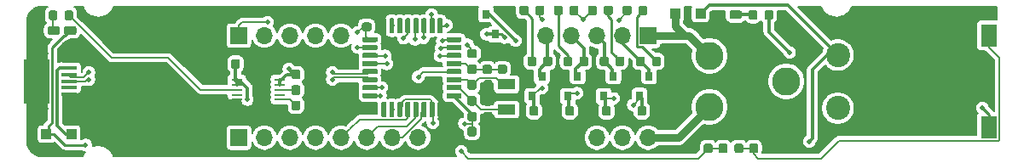
<source format=gtl>
G04 #@! TF.GenerationSoftware,KiCad,Pcbnew,(5.1.4-0-10_14)*
G04 #@! TF.CreationDate,2019-10-08T08:55:04-07:00*
G04 #@! TF.ProjectId,STM32L0xx_18650,53544d33-324c-4307-9878-5f3138363530,rev?*
G04 #@! TF.SameCoordinates,Original*
G04 #@! TF.FileFunction,Copper,L1,Top*
G04 #@! TF.FilePolarity,Positive*
%FSLAX46Y46*%
G04 Gerber Fmt 4.6, Leading zero omitted, Abs format (unit mm)*
G04 Created by KiCad (PCBNEW (5.1.4-0-10_14)) date 2019-10-08 08:55:04*
%MOMM*%
%LPD*%
G04 APERTURE LIST*
%ADD10C,2.800000*%
%ADD11C,0.100000*%
%ADD12C,0.500000*%
%ADD13C,0.875000*%
%ADD14R,0.800000X0.900000*%
%ADD15O,1.700000X1.700000*%
%ADD16R,1.700000X1.700000*%
%ADD17R,1.100000X0.250000*%
%ADD18R,2.500000X4.400000*%
%ADD19O,1.700000X1.350000*%
%ADD20O,1.500000X1.100000*%
%ADD21R,1.650000X0.400000*%
%ADD22R,1.500000X2.000000*%
%ADD23C,2.400000*%
%ADD24R,1.600000X2.180000*%
%ADD25R,1.000000X1.000000*%
%ADD26R,1.800000X1.000000*%
%ADD27C,0.850000*%
%ADD28C,0.508000*%
%ADD29C,0.152400*%
%ADD30C,0.254000*%
%ADD31C,0.310000*%
%ADD32C,0.762000*%
G04 APERTURE END LIST*
D10*
X75200000Y-97460000D03*
X75200000Y-102540000D03*
X126400000Y-97460000D03*
X126400000Y-102540000D03*
X134020000Y-100000000D03*
X67580000Y-100000000D03*
D11*
G36*
X101662252Y-101175602D02*
G01*
X101674386Y-101177402D01*
X101686286Y-101180382D01*
X101697835Y-101184515D01*
X101708925Y-101189760D01*
X101719446Y-101196066D01*
X101729299Y-101203374D01*
X101738388Y-101211612D01*
X101746626Y-101220701D01*
X101753934Y-101230554D01*
X101760240Y-101241075D01*
X101765485Y-101252165D01*
X101769618Y-101263714D01*
X101772598Y-101275614D01*
X101774398Y-101287748D01*
X101775000Y-101300000D01*
X101775000Y-101550000D01*
X101774398Y-101562252D01*
X101772598Y-101574386D01*
X101769618Y-101586286D01*
X101765485Y-101597835D01*
X101760240Y-101608925D01*
X101753934Y-101619446D01*
X101746626Y-101629299D01*
X101738388Y-101638388D01*
X101729299Y-101646626D01*
X101719446Y-101653934D01*
X101708925Y-101660240D01*
X101697835Y-101665485D01*
X101686286Y-101669618D01*
X101674386Y-101672598D01*
X101662252Y-101674398D01*
X101650000Y-101675000D01*
X100400000Y-101675000D01*
X100387748Y-101674398D01*
X100375614Y-101672598D01*
X100363714Y-101669618D01*
X100352165Y-101665485D01*
X100341075Y-101660240D01*
X100330554Y-101653934D01*
X100320701Y-101646626D01*
X100311612Y-101638388D01*
X100303374Y-101629299D01*
X100296066Y-101619446D01*
X100289760Y-101608925D01*
X100284515Y-101597835D01*
X100280382Y-101586286D01*
X100277402Y-101574386D01*
X100275602Y-101562252D01*
X100275000Y-101550000D01*
X100275000Y-101300000D01*
X100275602Y-101287748D01*
X100277402Y-101275614D01*
X100280382Y-101263714D01*
X100284515Y-101252165D01*
X100289760Y-101241075D01*
X100296066Y-101230554D01*
X100303374Y-101220701D01*
X100311612Y-101211612D01*
X100320701Y-101203374D01*
X100330554Y-101196066D01*
X100341075Y-101189760D01*
X100352165Y-101184515D01*
X100363714Y-101180382D01*
X100375614Y-101177402D01*
X100387748Y-101175602D01*
X100400000Y-101175000D01*
X101650000Y-101175000D01*
X101662252Y-101175602D01*
X101662252Y-101175602D01*
G37*
D12*
X101025000Y-101425000D03*
D11*
G36*
X101662252Y-100375602D02*
G01*
X101674386Y-100377402D01*
X101686286Y-100380382D01*
X101697835Y-100384515D01*
X101708925Y-100389760D01*
X101719446Y-100396066D01*
X101729299Y-100403374D01*
X101738388Y-100411612D01*
X101746626Y-100420701D01*
X101753934Y-100430554D01*
X101760240Y-100441075D01*
X101765485Y-100452165D01*
X101769618Y-100463714D01*
X101772598Y-100475614D01*
X101774398Y-100487748D01*
X101775000Y-100500000D01*
X101775000Y-100750000D01*
X101774398Y-100762252D01*
X101772598Y-100774386D01*
X101769618Y-100786286D01*
X101765485Y-100797835D01*
X101760240Y-100808925D01*
X101753934Y-100819446D01*
X101746626Y-100829299D01*
X101738388Y-100838388D01*
X101729299Y-100846626D01*
X101719446Y-100853934D01*
X101708925Y-100860240D01*
X101697835Y-100865485D01*
X101686286Y-100869618D01*
X101674386Y-100872598D01*
X101662252Y-100874398D01*
X101650000Y-100875000D01*
X100400000Y-100875000D01*
X100387748Y-100874398D01*
X100375614Y-100872598D01*
X100363714Y-100869618D01*
X100352165Y-100865485D01*
X100341075Y-100860240D01*
X100330554Y-100853934D01*
X100320701Y-100846626D01*
X100311612Y-100838388D01*
X100303374Y-100829299D01*
X100296066Y-100819446D01*
X100289760Y-100808925D01*
X100284515Y-100797835D01*
X100280382Y-100786286D01*
X100277402Y-100774386D01*
X100275602Y-100762252D01*
X100275000Y-100750000D01*
X100275000Y-100500000D01*
X100275602Y-100487748D01*
X100277402Y-100475614D01*
X100280382Y-100463714D01*
X100284515Y-100452165D01*
X100289760Y-100441075D01*
X100296066Y-100430554D01*
X100303374Y-100420701D01*
X100311612Y-100411612D01*
X100320701Y-100403374D01*
X100330554Y-100396066D01*
X100341075Y-100389760D01*
X100352165Y-100384515D01*
X100363714Y-100380382D01*
X100375614Y-100377402D01*
X100387748Y-100375602D01*
X100400000Y-100375000D01*
X101650000Y-100375000D01*
X101662252Y-100375602D01*
X101662252Y-100375602D01*
G37*
D12*
X101025000Y-100625000D03*
D11*
G36*
X101662252Y-99575602D02*
G01*
X101674386Y-99577402D01*
X101686286Y-99580382D01*
X101697835Y-99584515D01*
X101708925Y-99589760D01*
X101719446Y-99596066D01*
X101729299Y-99603374D01*
X101738388Y-99611612D01*
X101746626Y-99620701D01*
X101753934Y-99630554D01*
X101760240Y-99641075D01*
X101765485Y-99652165D01*
X101769618Y-99663714D01*
X101772598Y-99675614D01*
X101774398Y-99687748D01*
X101775000Y-99700000D01*
X101775000Y-99950000D01*
X101774398Y-99962252D01*
X101772598Y-99974386D01*
X101769618Y-99986286D01*
X101765485Y-99997835D01*
X101760240Y-100008925D01*
X101753934Y-100019446D01*
X101746626Y-100029299D01*
X101738388Y-100038388D01*
X101729299Y-100046626D01*
X101719446Y-100053934D01*
X101708925Y-100060240D01*
X101697835Y-100065485D01*
X101686286Y-100069618D01*
X101674386Y-100072598D01*
X101662252Y-100074398D01*
X101650000Y-100075000D01*
X100400000Y-100075000D01*
X100387748Y-100074398D01*
X100375614Y-100072598D01*
X100363714Y-100069618D01*
X100352165Y-100065485D01*
X100341075Y-100060240D01*
X100330554Y-100053934D01*
X100320701Y-100046626D01*
X100311612Y-100038388D01*
X100303374Y-100029299D01*
X100296066Y-100019446D01*
X100289760Y-100008925D01*
X100284515Y-99997835D01*
X100280382Y-99986286D01*
X100277402Y-99974386D01*
X100275602Y-99962252D01*
X100275000Y-99950000D01*
X100275000Y-99700000D01*
X100275602Y-99687748D01*
X100277402Y-99675614D01*
X100280382Y-99663714D01*
X100284515Y-99652165D01*
X100289760Y-99641075D01*
X100296066Y-99630554D01*
X100303374Y-99620701D01*
X100311612Y-99611612D01*
X100320701Y-99603374D01*
X100330554Y-99596066D01*
X100341075Y-99589760D01*
X100352165Y-99584515D01*
X100363714Y-99580382D01*
X100375614Y-99577402D01*
X100387748Y-99575602D01*
X100400000Y-99575000D01*
X101650000Y-99575000D01*
X101662252Y-99575602D01*
X101662252Y-99575602D01*
G37*
D12*
X101025000Y-99825000D03*
D11*
G36*
X101662252Y-98775602D02*
G01*
X101674386Y-98777402D01*
X101686286Y-98780382D01*
X101697835Y-98784515D01*
X101708925Y-98789760D01*
X101719446Y-98796066D01*
X101729299Y-98803374D01*
X101738388Y-98811612D01*
X101746626Y-98820701D01*
X101753934Y-98830554D01*
X101760240Y-98841075D01*
X101765485Y-98852165D01*
X101769618Y-98863714D01*
X101772598Y-98875614D01*
X101774398Y-98887748D01*
X101775000Y-98900000D01*
X101775000Y-99150000D01*
X101774398Y-99162252D01*
X101772598Y-99174386D01*
X101769618Y-99186286D01*
X101765485Y-99197835D01*
X101760240Y-99208925D01*
X101753934Y-99219446D01*
X101746626Y-99229299D01*
X101738388Y-99238388D01*
X101729299Y-99246626D01*
X101719446Y-99253934D01*
X101708925Y-99260240D01*
X101697835Y-99265485D01*
X101686286Y-99269618D01*
X101674386Y-99272598D01*
X101662252Y-99274398D01*
X101650000Y-99275000D01*
X100400000Y-99275000D01*
X100387748Y-99274398D01*
X100375614Y-99272598D01*
X100363714Y-99269618D01*
X100352165Y-99265485D01*
X100341075Y-99260240D01*
X100330554Y-99253934D01*
X100320701Y-99246626D01*
X100311612Y-99238388D01*
X100303374Y-99229299D01*
X100296066Y-99219446D01*
X100289760Y-99208925D01*
X100284515Y-99197835D01*
X100280382Y-99186286D01*
X100277402Y-99174386D01*
X100275602Y-99162252D01*
X100275000Y-99150000D01*
X100275000Y-98900000D01*
X100275602Y-98887748D01*
X100277402Y-98875614D01*
X100280382Y-98863714D01*
X100284515Y-98852165D01*
X100289760Y-98841075D01*
X100296066Y-98830554D01*
X100303374Y-98820701D01*
X100311612Y-98811612D01*
X100320701Y-98803374D01*
X100330554Y-98796066D01*
X100341075Y-98789760D01*
X100352165Y-98784515D01*
X100363714Y-98780382D01*
X100375614Y-98777402D01*
X100387748Y-98775602D01*
X100400000Y-98775000D01*
X101650000Y-98775000D01*
X101662252Y-98775602D01*
X101662252Y-98775602D01*
G37*
D12*
X101025000Y-99025000D03*
D11*
G36*
X101662252Y-97975602D02*
G01*
X101674386Y-97977402D01*
X101686286Y-97980382D01*
X101697835Y-97984515D01*
X101708925Y-97989760D01*
X101719446Y-97996066D01*
X101729299Y-98003374D01*
X101738388Y-98011612D01*
X101746626Y-98020701D01*
X101753934Y-98030554D01*
X101760240Y-98041075D01*
X101765485Y-98052165D01*
X101769618Y-98063714D01*
X101772598Y-98075614D01*
X101774398Y-98087748D01*
X101775000Y-98100000D01*
X101775000Y-98350000D01*
X101774398Y-98362252D01*
X101772598Y-98374386D01*
X101769618Y-98386286D01*
X101765485Y-98397835D01*
X101760240Y-98408925D01*
X101753934Y-98419446D01*
X101746626Y-98429299D01*
X101738388Y-98438388D01*
X101729299Y-98446626D01*
X101719446Y-98453934D01*
X101708925Y-98460240D01*
X101697835Y-98465485D01*
X101686286Y-98469618D01*
X101674386Y-98472598D01*
X101662252Y-98474398D01*
X101650000Y-98475000D01*
X100400000Y-98475000D01*
X100387748Y-98474398D01*
X100375614Y-98472598D01*
X100363714Y-98469618D01*
X100352165Y-98465485D01*
X100341075Y-98460240D01*
X100330554Y-98453934D01*
X100320701Y-98446626D01*
X100311612Y-98438388D01*
X100303374Y-98429299D01*
X100296066Y-98419446D01*
X100289760Y-98408925D01*
X100284515Y-98397835D01*
X100280382Y-98386286D01*
X100277402Y-98374386D01*
X100275602Y-98362252D01*
X100275000Y-98350000D01*
X100275000Y-98100000D01*
X100275602Y-98087748D01*
X100277402Y-98075614D01*
X100280382Y-98063714D01*
X100284515Y-98052165D01*
X100289760Y-98041075D01*
X100296066Y-98030554D01*
X100303374Y-98020701D01*
X100311612Y-98011612D01*
X100320701Y-98003374D01*
X100330554Y-97996066D01*
X100341075Y-97989760D01*
X100352165Y-97984515D01*
X100363714Y-97980382D01*
X100375614Y-97977402D01*
X100387748Y-97975602D01*
X100400000Y-97975000D01*
X101650000Y-97975000D01*
X101662252Y-97975602D01*
X101662252Y-97975602D01*
G37*
D12*
X101025000Y-98225000D03*
D11*
G36*
X101662252Y-97175602D02*
G01*
X101674386Y-97177402D01*
X101686286Y-97180382D01*
X101697835Y-97184515D01*
X101708925Y-97189760D01*
X101719446Y-97196066D01*
X101729299Y-97203374D01*
X101738388Y-97211612D01*
X101746626Y-97220701D01*
X101753934Y-97230554D01*
X101760240Y-97241075D01*
X101765485Y-97252165D01*
X101769618Y-97263714D01*
X101772598Y-97275614D01*
X101774398Y-97287748D01*
X101775000Y-97300000D01*
X101775000Y-97550000D01*
X101774398Y-97562252D01*
X101772598Y-97574386D01*
X101769618Y-97586286D01*
X101765485Y-97597835D01*
X101760240Y-97608925D01*
X101753934Y-97619446D01*
X101746626Y-97629299D01*
X101738388Y-97638388D01*
X101729299Y-97646626D01*
X101719446Y-97653934D01*
X101708925Y-97660240D01*
X101697835Y-97665485D01*
X101686286Y-97669618D01*
X101674386Y-97672598D01*
X101662252Y-97674398D01*
X101650000Y-97675000D01*
X100400000Y-97675000D01*
X100387748Y-97674398D01*
X100375614Y-97672598D01*
X100363714Y-97669618D01*
X100352165Y-97665485D01*
X100341075Y-97660240D01*
X100330554Y-97653934D01*
X100320701Y-97646626D01*
X100311612Y-97638388D01*
X100303374Y-97629299D01*
X100296066Y-97619446D01*
X100289760Y-97608925D01*
X100284515Y-97597835D01*
X100280382Y-97586286D01*
X100277402Y-97574386D01*
X100275602Y-97562252D01*
X100275000Y-97550000D01*
X100275000Y-97300000D01*
X100275602Y-97287748D01*
X100277402Y-97275614D01*
X100280382Y-97263714D01*
X100284515Y-97252165D01*
X100289760Y-97241075D01*
X100296066Y-97230554D01*
X100303374Y-97220701D01*
X100311612Y-97211612D01*
X100320701Y-97203374D01*
X100330554Y-97196066D01*
X100341075Y-97189760D01*
X100352165Y-97184515D01*
X100363714Y-97180382D01*
X100375614Y-97177402D01*
X100387748Y-97175602D01*
X100400000Y-97175000D01*
X101650000Y-97175000D01*
X101662252Y-97175602D01*
X101662252Y-97175602D01*
G37*
D12*
X101025000Y-97425000D03*
D11*
G36*
X101662252Y-96375602D02*
G01*
X101674386Y-96377402D01*
X101686286Y-96380382D01*
X101697835Y-96384515D01*
X101708925Y-96389760D01*
X101719446Y-96396066D01*
X101729299Y-96403374D01*
X101738388Y-96411612D01*
X101746626Y-96420701D01*
X101753934Y-96430554D01*
X101760240Y-96441075D01*
X101765485Y-96452165D01*
X101769618Y-96463714D01*
X101772598Y-96475614D01*
X101774398Y-96487748D01*
X101775000Y-96500000D01*
X101775000Y-96750000D01*
X101774398Y-96762252D01*
X101772598Y-96774386D01*
X101769618Y-96786286D01*
X101765485Y-96797835D01*
X101760240Y-96808925D01*
X101753934Y-96819446D01*
X101746626Y-96829299D01*
X101738388Y-96838388D01*
X101729299Y-96846626D01*
X101719446Y-96853934D01*
X101708925Y-96860240D01*
X101697835Y-96865485D01*
X101686286Y-96869618D01*
X101674386Y-96872598D01*
X101662252Y-96874398D01*
X101650000Y-96875000D01*
X100400000Y-96875000D01*
X100387748Y-96874398D01*
X100375614Y-96872598D01*
X100363714Y-96869618D01*
X100352165Y-96865485D01*
X100341075Y-96860240D01*
X100330554Y-96853934D01*
X100320701Y-96846626D01*
X100311612Y-96838388D01*
X100303374Y-96829299D01*
X100296066Y-96819446D01*
X100289760Y-96808925D01*
X100284515Y-96797835D01*
X100280382Y-96786286D01*
X100277402Y-96774386D01*
X100275602Y-96762252D01*
X100275000Y-96750000D01*
X100275000Y-96500000D01*
X100275602Y-96487748D01*
X100277402Y-96475614D01*
X100280382Y-96463714D01*
X100284515Y-96452165D01*
X100289760Y-96441075D01*
X100296066Y-96430554D01*
X100303374Y-96420701D01*
X100311612Y-96411612D01*
X100320701Y-96403374D01*
X100330554Y-96396066D01*
X100341075Y-96389760D01*
X100352165Y-96384515D01*
X100363714Y-96380382D01*
X100375614Y-96377402D01*
X100387748Y-96375602D01*
X100400000Y-96375000D01*
X101650000Y-96375000D01*
X101662252Y-96375602D01*
X101662252Y-96375602D01*
G37*
D12*
X101025000Y-96625000D03*
D11*
G36*
X101662252Y-95575602D02*
G01*
X101674386Y-95577402D01*
X101686286Y-95580382D01*
X101697835Y-95584515D01*
X101708925Y-95589760D01*
X101719446Y-95596066D01*
X101729299Y-95603374D01*
X101738388Y-95611612D01*
X101746626Y-95620701D01*
X101753934Y-95630554D01*
X101760240Y-95641075D01*
X101765485Y-95652165D01*
X101769618Y-95663714D01*
X101772598Y-95675614D01*
X101774398Y-95687748D01*
X101775000Y-95700000D01*
X101775000Y-95950000D01*
X101774398Y-95962252D01*
X101772598Y-95974386D01*
X101769618Y-95986286D01*
X101765485Y-95997835D01*
X101760240Y-96008925D01*
X101753934Y-96019446D01*
X101746626Y-96029299D01*
X101738388Y-96038388D01*
X101729299Y-96046626D01*
X101719446Y-96053934D01*
X101708925Y-96060240D01*
X101697835Y-96065485D01*
X101686286Y-96069618D01*
X101674386Y-96072598D01*
X101662252Y-96074398D01*
X101650000Y-96075000D01*
X100400000Y-96075000D01*
X100387748Y-96074398D01*
X100375614Y-96072598D01*
X100363714Y-96069618D01*
X100352165Y-96065485D01*
X100341075Y-96060240D01*
X100330554Y-96053934D01*
X100320701Y-96046626D01*
X100311612Y-96038388D01*
X100303374Y-96029299D01*
X100296066Y-96019446D01*
X100289760Y-96008925D01*
X100284515Y-95997835D01*
X100280382Y-95986286D01*
X100277402Y-95974386D01*
X100275602Y-95962252D01*
X100275000Y-95950000D01*
X100275000Y-95700000D01*
X100275602Y-95687748D01*
X100277402Y-95675614D01*
X100280382Y-95663714D01*
X100284515Y-95652165D01*
X100289760Y-95641075D01*
X100296066Y-95630554D01*
X100303374Y-95620701D01*
X100311612Y-95611612D01*
X100320701Y-95603374D01*
X100330554Y-95596066D01*
X100341075Y-95589760D01*
X100352165Y-95584515D01*
X100363714Y-95580382D01*
X100375614Y-95577402D01*
X100387748Y-95575602D01*
X100400000Y-95575000D01*
X101650000Y-95575000D01*
X101662252Y-95575602D01*
X101662252Y-95575602D01*
G37*
D12*
X101025000Y-95825000D03*
D11*
G36*
X99787252Y-93700602D02*
G01*
X99799386Y-93702402D01*
X99811286Y-93705382D01*
X99822835Y-93709515D01*
X99833925Y-93714760D01*
X99844446Y-93721066D01*
X99854299Y-93728374D01*
X99863388Y-93736612D01*
X99871626Y-93745701D01*
X99878934Y-93755554D01*
X99885240Y-93766075D01*
X99890485Y-93777165D01*
X99894618Y-93788714D01*
X99897598Y-93800614D01*
X99899398Y-93812748D01*
X99900000Y-93825000D01*
X99900000Y-95075000D01*
X99899398Y-95087252D01*
X99897598Y-95099386D01*
X99894618Y-95111286D01*
X99890485Y-95122835D01*
X99885240Y-95133925D01*
X99878934Y-95144446D01*
X99871626Y-95154299D01*
X99863388Y-95163388D01*
X99854299Y-95171626D01*
X99844446Y-95178934D01*
X99833925Y-95185240D01*
X99822835Y-95190485D01*
X99811286Y-95194618D01*
X99799386Y-95197598D01*
X99787252Y-95199398D01*
X99775000Y-95200000D01*
X99525000Y-95200000D01*
X99512748Y-95199398D01*
X99500614Y-95197598D01*
X99488714Y-95194618D01*
X99477165Y-95190485D01*
X99466075Y-95185240D01*
X99455554Y-95178934D01*
X99445701Y-95171626D01*
X99436612Y-95163388D01*
X99428374Y-95154299D01*
X99421066Y-95144446D01*
X99414760Y-95133925D01*
X99409515Y-95122835D01*
X99405382Y-95111286D01*
X99402402Y-95099386D01*
X99400602Y-95087252D01*
X99400000Y-95075000D01*
X99400000Y-93825000D01*
X99400602Y-93812748D01*
X99402402Y-93800614D01*
X99405382Y-93788714D01*
X99409515Y-93777165D01*
X99414760Y-93766075D01*
X99421066Y-93755554D01*
X99428374Y-93745701D01*
X99436612Y-93736612D01*
X99445701Y-93728374D01*
X99455554Y-93721066D01*
X99466075Y-93714760D01*
X99477165Y-93709515D01*
X99488714Y-93705382D01*
X99500614Y-93702402D01*
X99512748Y-93700602D01*
X99525000Y-93700000D01*
X99775000Y-93700000D01*
X99787252Y-93700602D01*
X99787252Y-93700602D01*
G37*
D12*
X99650000Y-94450000D03*
D11*
G36*
X98987252Y-93700602D02*
G01*
X98999386Y-93702402D01*
X99011286Y-93705382D01*
X99022835Y-93709515D01*
X99033925Y-93714760D01*
X99044446Y-93721066D01*
X99054299Y-93728374D01*
X99063388Y-93736612D01*
X99071626Y-93745701D01*
X99078934Y-93755554D01*
X99085240Y-93766075D01*
X99090485Y-93777165D01*
X99094618Y-93788714D01*
X99097598Y-93800614D01*
X99099398Y-93812748D01*
X99100000Y-93825000D01*
X99100000Y-95075000D01*
X99099398Y-95087252D01*
X99097598Y-95099386D01*
X99094618Y-95111286D01*
X99090485Y-95122835D01*
X99085240Y-95133925D01*
X99078934Y-95144446D01*
X99071626Y-95154299D01*
X99063388Y-95163388D01*
X99054299Y-95171626D01*
X99044446Y-95178934D01*
X99033925Y-95185240D01*
X99022835Y-95190485D01*
X99011286Y-95194618D01*
X98999386Y-95197598D01*
X98987252Y-95199398D01*
X98975000Y-95200000D01*
X98725000Y-95200000D01*
X98712748Y-95199398D01*
X98700614Y-95197598D01*
X98688714Y-95194618D01*
X98677165Y-95190485D01*
X98666075Y-95185240D01*
X98655554Y-95178934D01*
X98645701Y-95171626D01*
X98636612Y-95163388D01*
X98628374Y-95154299D01*
X98621066Y-95144446D01*
X98614760Y-95133925D01*
X98609515Y-95122835D01*
X98605382Y-95111286D01*
X98602402Y-95099386D01*
X98600602Y-95087252D01*
X98600000Y-95075000D01*
X98600000Y-93825000D01*
X98600602Y-93812748D01*
X98602402Y-93800614D01*
X98605382Y-93788714D01*
X98609515Y-93777165D01*
X98614760Y-93766075D01*
X98621066Y-93755554D01*
X98628374Y-93745701D01*
X98636612Y-93736612D01*
X98645701Y-93728374D01*
X98655554Y-93721066D01*
X98666075Y-93714760D01*
X98677165Y-93709515D01*
X98688714Y-93705382D01*
X98700614Y-93702402D01*
X98712748Y-93700602D01*
X98725000Y-93700000D01*
X98975000Y-93700000D01*
X98987252Y-93700602D01*
X98987252Y-93700602D01*
G37*
D12*
X98850000Y-94450000D03*
D11*
G36*
X98187252Y-93700602D02*
G01*
X98199386Y-93702402D01*
X98211286Y-93705382D01*
X98222835Y-93709515D01*
X98233925Y-93714760D01*
X98244446Y-93721066D01*
X98254299Y-93728374D01*
X98263388Y-93736612D01*
X98271626Y-93745701D01*
X98278934Y-93755554D01*
X98285240Y-93766075D01*
X98290485Y-93777165D01*
X98294618Y-93788714D01*
X98297598Y-93800614D01*
X98299398Y-93812748D01*
X98300000Y-93825000D01*
X98300000Y-95075000D01*
X98299398Y-95087252D01*
X98297598Y-95099386D01*
X98294618Y-95111286D01*
X98290485Y-95122835D01*
X98285240Y-95133925D01*
X98278934Y-95144446D01*
X98271626Y-95154299D01*
X98263388Y-95163388D01*
X98254299Y-95171626D01*
X98244446Y-95178934D01*
X98233925Y-95185240D01*
X98222835Y-95190485D01*
X98211286Y-95194618D01*
X98199386Y-95197598D01*
X98187252Y-95199398D01*
X98175000Y-95200000D01*
X97925000Y-95200000D01*
X97912748Y-95199398D01*
X97900614Y-95197598D01*
X97888714Y-95194618D01*
X97877165Y-95190485D01*
X97866075Y-95185240D01*
X97855554Y-95178934D01*
X97845701Y-95171626D01*
X97836612Y-95163388D01*
X97828374Y-95154299D01*
X97821066Y-95144446D01*
X97814760Y-95133925D01*
X97809515Y-95122835D01*
X97805382Y-95111286D01*
X97802402Y-95099386D01*
X97800602Y-95087252D01*
X97800000Y-95075000D01*
X97800000Y-93825000D01*
X97800602Y-93812748D01*
X97802402Y-93800614D01*
X97805382Y-93788714D01*
X97809515Y-93777165D01*
X97814760Y-93766075D01*
X97821066Y-93755554D01*
X97828374Y-93745701D01*
X97836612Y-93736612D01*
X97845701Y-93728374D01*
X97855554Y-93721066D01*
X97866075Y-93714760D01*
X97877165Y-93709515D01*
X97888714Y-93705382D01*
X97900614Y-93702402D01*
X97912748Y-93700602D01*
X97925000Y-93700000D01*
X98175000Y-93700000D01*
X98187252Y-93700602D01*
X98187252Y-93700602D01*
G37*
D12*
X98050000Y-94450000D03*
D11*
G36*
X97387252Y-93700602D02*
G01*
X97399386Y-93702402D01*
X97411286Y-93705382D01*
X97422835Y-93709515D01*
X97433925Y-93714760D01*
X97444446Y-93721066D01*
X97454299Y-93728374D01*
X97463388Y-93736612D01*
X97471626Y-93745701D01*
X97478934Y-93755554D01*
X97485240Y-93766075D01*
X97490485Y-93777165D01*
X97494618Y-93788714D01*
X97497598Y-93800614D01*
X97499398Y-93812748D01*
X97500000Y-93825000D01*
X97500000Y-95075000D01*
X97499398Y-95087252D01*
X97497598Y-95099386D01*
X97494618Y-95111286D01*
X97490485Y-95122835D01*
X97485240Y-95133925D01*
X97478934Y-95144446D01*
X97471626Y-95154299D01*
X97463388Y-95163388D01*
X97454299Y-95171626D01*
X97444446Y-95178934D01*
X97433925Y-95185240D01*
X97422835Y-95190485D01*
X97411286Y-95194618D01*
X97399386Y-95197598D01*
X97387252Y-95199398D01*
X97375000Y-95200000D01*
X97125000Y-95200000D01*
X97112748Y-95199398D01*
X97100614Y-95197598D01*
X97088714Y-95194618D01*
X97077165Y-95190485D01*
X97066075Y-95185240D01*
X97055554Y-95178934D01*
X97045701Y-95171626D01*
X97036612Y-95163388D01*
X97028374Y-95154299D01*
X97021066Y-95144446D01*
X97014760Y-95133925D01*
X97009515Y-95122835D01*
X97005382Y-95111286D01*
X97002402Y-95099386D01*
X97000602Y-95087252D01*
X97000000Y-95075000D01*
X97000000Y-93825000D01*
X97000602Y-93812748D01*
X97002402Y-93800614D01*
X97005382Y-93788714D01*
X97009515Y-93777165D01*
X97014760Y-93766075D01*
X97021066Y-93755554D01*
X97028374Y-93745701D01*
X97036612Y-93736612D01*
X97045701Y-93728374D01*
X97055554Y-93721066D01*
X97066075Y-93714760D01*
X97077165Y-93709515D01*
X97088714Y-93705382D01*
X97100614Y-93702402D01*
X97112748Y-93700602D01*
X97125000Y-93700000D01*
X97375000Y-93700000D01*
X97387252Y-93700602D01*
X97387252Y-93700602D01*
G37*
D12*
X97250000Y-94450000D03*
D11*
G36*
X96587252Y-93700602D02*
G01*
X96599386Y-93702402D01*
X96611286Y-93705382D01*
X96622835Y-93709515D01*
X96633925Y-93714760D01*
X96644446Y-93721066D01*
X96654299Y-93728374D01*
X96663388Y-93736612D01*
X96671626Y-93745701D01*
X96678934Y-93755554D01*
X96685240Y-93766075D01*
X96690485Y-93777165D01*
X96694618Y-93788714D01*
X96697598Y-93800614D01*
X96699398Y-93812748D01*
X96700000Y-93825000D01*
X96700000Y-95075000D01*
X96699398Y-95087252D01*
X96697598Y-95099386D01*
X96694618Y-95111286D01*
X96690485Y-95122835D01*
X96685240Y-95133925D01*
X96678934Y-95144446D01*
X96671626Y-95154299D01*
X96663388Y-95163388D01*
X96654299Y-95171626D01*
X96644446Y-95178934D01*
X96633925Y-95185240D01*
X96622835Y-95190485D01*
X96611286Y-95194618D01*
X96599386Y-95197598D01*
X96587252Y-95199398D01*
X96575000Y-95200000D01*
X96325000Y-95200000D01*
X96312748Y-95199398D01*
X96300614Y-95197598D01*
X96288714Y-95194618D01*
X96277165Y-95190485D01*
X96266075Y-95185240D01*
X96255554Y-95178934D01*
X96245701Y-95171626D01*
X96236612Y-95163388D01*
X96228374Y-95154299D01*
X96221066Y-95144446D01*
X96214760Y-95133925D01*
X96209515Y-95122835D01*
X96205382Y-95111286D01*
X96202402Y-95099386D01*
X96200602Y-95087252D01*
X96200000Y-95075000D01*
X96200000Y-93825000D01*
X96200602Y-93812748D01*
X96202402Y-93800614D01*
X96205382Y-93788714D01*
X96209515Y-93777165D01*
X96214760Y-93766075D01*
X96221066Y-93755554D01*
X96228374Y-93745701D01*
X96236612Y-93736612D01*
X96245701Y-93728374D01*
X96255554Y-93721066D01*
X96266075Y-93714760D01*
X96277165Y-93709515D01*
X96288714Y-93705382D01*
X96300614Y-93702402D01*
X96312748Y-93700602D01*
X96325000Y-93700000D01*
X96575000Y-93700000D01*
X96587252Y-93700602D01*
X96587252Y-93700602D01*
G37*
D12*
X96450000Y-94450000D03*
D11*
G36*
X95787252Y-93700602D02*
G01*
X95799386Y-93702402D01*
X95811286Y-93705382D01*
X95822835Y-93709515D01*
X95833925Y-93714760D01*
X95844446Y-93721066D01*
X95854299Y-93728374D01*
X95863388Y-93736612D01*
X95871626Y-93745701D01*
X95878934Y-93755554D01*
X95885240Y-93766075D01*
X95890485Y-93777165D01*
X95894618Y-93788714D01*
X95897598Y-93800614D01*
X95899398Y-93812748D01*
X95900000Y-93825000D01*
X95900000Y-95075000D01*
X95899398Y-95087252D01*
X95897598Y-95099386D01*
X95894618Y-95111286D01*
X95890485Y-95122835D01*
X95885240Y-95133925D01*
X95878934Y-95144446D01*
X95871626Y-95154299D01*
X95863388Y-95163388D01*
X95854299Y-95171626D01*
X95844446Y-95178934D01*
X95833925Y-95185240D01*
X95822835Y-95190485D01*
X95811286Y-95194618D01*
X95799386Y-95197598D01*
X95787252Y-95199398D01*
X95775000Y-95200000D01*
X95525000Y-95200000D01*
X95512748Y-95199398D01*
X95500614Y-95197598D01*
X95488714Y-95194618D01*
X95477165Y-95190485D01*
X95466075Y-95185240D01*
X95455554Y-95178934D01*
X95445701Y-95171626D01*
X95436612Y-95163388D01*
X95428374Y-95154299D01*
X95421066Y-95144446D01*
X95414760Y-95133925D01*
X95409515Y-95122835D01*
X95405382Y-95111286D01*
X95402402Y-95099386D01*
X95400602Y-95087252D01*
X95400000Y-95075000D01*
X95400000Y-93825000D01*
X95400602Y-93812748D01*
X95402402Y-93800614D01*
X95405382Y-93788714D01*
X95409515Y-93777165D01*
X95414760Y-93766075D01*
X95421066Y-93755554D01*
X95428374Y-93745701D01*
X95436612Y-93736612D01*
X95445701Y-93728374D01*
X95455554Y-93721066D01*
X95466075Y-93714760D01*
X95477165Y-93709515D01*
X95488714Y-93705382D01*
X95500614Y-93702402D01*
X95512748Y-93700602D01*
X95525000Y-93700000D01*
X95775000Y-93700000D01*
X95787252Y-93700602D01*
X95787252Y-93700602D01*
G37*
D12*
X95650000Y-94450000D03*
D11*
G36*
X94987252Y-93700602D02*
G01*
X94999386Y-93702402D01*
X95011286Y-93705382D01*
X95022835Y-93709515D01*
X95033925Y-93714760D01*
X95044446Y-93721066D01*
X95054299Y-93728374D01*
X95063388Y-93736612D01*
X95071626Y-93745701D01*
X95078934Y-93755554D01*
X95085240Y-93766075D01*
X95090485Y-93777165D01*
X95094618Y-93788714D01*
X95097598Y-93800614D01*
X95099398Y-93812748D01*
X95100000Y-93825000D01*
X95100000Y-95075000D01*
X95099398Y-95087252D01*
X95097598Y-95099386D01*
X95094618Y-95111286D01*
X95090485Y-95122835D01*
X95085240Y-95133925D01*
X95078934Y-95144446D01*
X95071626Y-95154299D01*
X95063388Y-95163388D01*
X95054299Y-95171626D01*
X95044446Y-95178934D01*
X95033925Y-95185240D01*
X95022835Y-95190485D01*
X95011286Y-95194618D01*
X94999386Y-95197598D01*
X94987252Y-95199398D01*
X94975000Y-95200000D01*
X94725000Y-95200000D01*
X94712748Y-95199398D01*
X94700614Y-95197598D01*
X94688714Y-95194618D01*
X94677165Y-95190485D01*
X94666075Y-95185240D01*
X94655554Y-95178934D01*
X94645701Y-95171626D01*
X94636612Y-95163388D01*
X94628374Y-95154299D01*
X94621066Y-95144446D01*
X94614760Y-95133925D01*
X94609515Y-95122835D01*
X94605382Y-95111286D01*
X94602402Y-95099386D01*
X94600602Y-95087252D01*
X94600000Y-95075000D01*
X94600000Y-93825000D01*
X94600602Y-93812748D01*
X94602402Y-93800614D01*
X94605382Y-93788714D01*
X94609515Y-93777165D01*
X94614760Y-93766075D01*
X94621066Y-93755554D01*
X94628374Y-93745701D01*
X94636612Y-93736612D01*
X94645701Y-93728374D01*
X94655554Y-93721066D01*
X94666075Y-93714760D01*
X94677165Y-93709515D01*
X94688714Y-93705382D01*
X94700614Y-93702402D01*
X94712748Y-93700602D01*
X94725000Y-93700000D01*
X94975000Y-93700000D01*
X94987252Y-93700602D01*
X94987252Y-93700602D01*
G37*
D12*
X94850000Y-94450000D03*
D11*
G36*
X94187252Y-93700602D02*
G01*
X94199386Y-93702402D01*
X94211286Y-93705382D01*
X94222835Y-93709515D01*
X94233925Y-93714760D01*
X94244446Y-93721066D01*
X94254299Y-93728374D01*
X94263388Y-93736612D01*
X94271626Y-93745701D01*
X94278934Y-93755554D01*
X94285240Y-93766075D01*
X94290485Y-93777165D01*
X94294618Y-93788714D01*
X94297598Y-93800614D01*
X94299398Y-93812748D01*
X94300000Y-93825000D01*
X94300000Y-95075000D01*
X94299398Y-95087252D01*
X94297598Y-95099386D01*
X94294618Y-95111286D01*
X94290485Y-95122835D01*
X94285240Y-95133925D01*
X94278934Y-95144446D01*
X94271626Y-95154299D01*
X94263388Y-95163388D01*
X94254299Y-95171626D01*
X94244446Y-95178934D01*
X94233925Y-95185240D01*
X94222835Y-95190485D01*
X94211286Y-95194618D01*
X94199386Y-95197598D01*
X94187252Y-95199398D01*
X94175000Y-95200000D01*
X93925000Y-95200000D01*
X93912748Y-95199398D01*
X93900614Y-95197598D01*
X93888714Y-95194618D01*
X93877165Y-95190485D01*
X93866075Y-95185240D01*
X93855554Y-95178934D01*
X93845701Y-95171626D01*
X93836612Y-95163388D01*
X93828374Y-95154299D01*
X93821066Y-95144446D01*
X93814760Y-95133925D01*
X93809515Y-95122835D01*
X93805382Y-95111286D01*
X93802402Y-95099386D01*
X93800602Y-95087252D01*
X93800000Y-95075000D01*
X93800000Y-93825000D01*
X93800602Y-93812748D01*
X93802402Y-93800614D01*
X93805382Y-93788714D01*
X93809515Y-93777165D01*
X93814760Y-93766075D01*
X93821066Y-93755554D01*
X93828374Y-93745701D01*
X93836612Y-93736612D01*
X93845701Y-93728374D01*
X93855554Y-93721066D01*
X93866075Y-93714760D01*
X93877165Y-93709515D01*
X93888714Y-93705382D01*
X93900614Y-93702402D01*
X93912748Y-93700602D01*
X93925000Y-93700000D01*
X94175000Y-93700000D01*
X94187252Y-93700602D01*
X94187252Y-93700602D01*
G37*
D12*
X94050000Y-94450000D03*
D11*
G36*
X93312252Y-95575602D02*
G01*
X93324386Y-95577402D01*
X93336286Y-95580382D01*
X93347835Y-95584515D01*
X93358925Y-95589760D01*
X93369446Y-95596066D01*
X93379299Y-95603374D01*
X93388388Y-95611612D01*
X93396626Y-95620701D01*
X93403934Y-95630554D01*
X93410240Y-95641075D01*
X93415485Y-95652165D01*
X93419618Y-95663714D01*
X93422598Y-95675614D01*
X93424398Y-95687748D01*
X93425000Y-95700000D01*
X93425000Y-95950000D01*
X93424398Y-95962252D01*
X93422598Y-95974386D01*
X93419618Y-95986286D01*
X93415485Y-95997835D01*
X93410240Y-96008925D01*
X93403934Y-96019446D01*
X93396626Y-96029299D01*
X93388388Y-96038388D01*
X93379299Y-96046626D01*
X93369446Y-96053934D01*
X93358925Y-96060240D01*
X93347835Y-96065485D01*
X93336286Y-96069618D01*
X93324386Y-96072598D01*
X93312252Y-96074398D01*
X93300000Y-96075000D01*
X92050000Y-96075000D01*
X92037748Y-96074398D01*
X92025614Y-96072598D01*
X92013714Y-96069618D01*
X92002165Y-96065485D01*
X91991075Y-96060240D01*
X91980554Y-96053934D01*
X91970701Y-96046626D01*
X91961612Y-96038388D01*
X91953374Y-96029299D01*
X91946066Y-96019446D01*
X91939760Y-96008925D01*
X91934515Y-95997835D01*
X91930382Y-95986286D01*
X91927402Y-95974386D01*
X91925602Y-95962252D01*
X91925000Y-95950000D01*
X91925000Y-95700000D01*
X91925602Y-95687748D01*
X91927402Y-95675614D01*
X91930382Y-95663714D01*
X91934515Y-95652165D01*
X91939760Y-95641075D01*
X91946066Y-95630554D01*
X91953374Y-95620701D01*
X91961612Y-95611612D01*
X91970701Y-95603374D01*
X91980554Y-95596066D01*
X91991075Y-95589760D01*
X92002165Y-95584515D01*
X92013714Y-95580382D01*
X92025614Y-95577402D01*
X92037748Y-95575602D01*
X92050000Y-95575000D01*
X93300000Y-95575000D01*
X93312252Y-95575602D01*
X93312252Y-95575602D01*
G37*
D12*
X92675000Y-95825000D03*
D11*
G36*
X93312252Y-96375602D02*
G01*
X93324386Y-96377402D01*
X93336286Y-96380382D01*
X93347835Y-96384515D01*
X93358925Y-96389760D01*
X93369446Y-96396066D01*
X93379299Y-96403374D01*
X93388388Y-96411612D01*
X93396626Y-96420701D01*
X93403934Y-96430554D01*
X93410240Y-96441075D01*
X93415485Y-96452165D01*
X93419618Y-96463714D01*
X93422598Y-96475614D01*
X93424398Y-96487748D01*
X93425000Y-96500000D01*
X93425000Y-96750000D01*
X93424398Y-96762252D01*
X93422598Y-96774386D01*
X93419618Y-96786286D01*
X93415485Y-96797835D01*
X93410240Y-96808925D01*
X93403934Y-96819446D01*
X93396626Y-96829299D01*
X93388388Y-96838388D01*
X93379299Y-96846626D01*
X93369446Y-96853934D01*
X93358925Y-96860240D01*
X93347835Y-96865485D01*
X93336286Y-96869618D01*
X93324386Y-96872598D01*
X93312252Y-96874398D01*
X93300000Y-96875000D01*
X92050000Y-96875000D01*
X92037748Y-96874398D01*
X92025614Y-96872598D01*
X92013714Y-96869618D01*
X92002165Y-96865485D01*
X91991075Y-96860240D01*
X91980554Y-96853934D01*
X91970701Y-96846626D01*
X91961612Y-96838388D01*
X91953374Y-96829299D01*
X91946066Y-96819446D01*
X91939760Y-96808925D01*
X91934515Y-96797835D01*
X91930382Y-96786286D01*
X91927402Y-96774386D01*
X91925602Y-96762252D01*
X91925000Y-96750000D01*
X91925000Y-96500000D01*
X91925602Y-96487748D01*
X91927402Y-96475614D01*
X91930382Y-96463714D01*
X91934515Y-96452165D01*
X91939760Y-96441075D01*
X91946066Y-96430554D01*
X91953374Y-96420701D01*
X91961612Y-96411612D01*
X91970701Y-96403374D01*
X91980554Y-96396066D01*
X91991075Y-96389760D01*
X92002165Y-96384515D01*
X92013714Y-96380382D01*
X92025614Y-96377402D01*
X92037748Y-96375602D01*
X92050000Y-96375000D01*
X93300000Y-96375000D01*
X93312252Y-96375602D01*
X93312252Y-96375602D01*
G37*
D12*
X92675000Y-96625000D03*
D11*
G36*
X93312252Y-97175602D02*
G01*
X93324386Y-97177402D01*
X93336286Y-97180382D01*
X93347835Y-97184515D01*
X93358925Y-97189760D01*
X93369446Y-97196066D01*
X93379299Y-97203374D01*
X93388388Y-97211612D01*
X93396626Y-97220701D01*
X93403934Y-97230554D01*
X93410240Y-97241075D01*
X93415485Y-97252165D01*
X93419618Y-97263714D01*
X93422598Y-97275614D01*
X93424398Y-97287748D01*
X93425000Y-97300000D01*
X93425000Y-97550000D01*
X93424398Y-97562252D01*
X93422598Y-97574386D01*
X93419618Y-97586286D01*
X93415485Y-97597835D01*
X93410240Y-97608925D01*
X93403934Y-97619446D01*
X93396626Y-97629299D01*
X93388388Y-97638388D01*
X93379299Y-97646626D01*
X93369446Y-97653934D01*
X93358925Y-97660240D01*
X93347835Y-97665485D01*
X93336286Y-97669618D01*
X93324386Y-97672598D01*
X93312252Y-97674398D01*
X93300000Y-97675000D01*
X92050000Y-97675000D01*
X92037748Y-97674398D01*
X92025614Y-97672598D01*
X92013714Y-97669618D01*
X92002165Y-97665485D01*
X91991075Y-97660240D01*
X91980554Y-97653934D01*
X91970701Y-97646626D01*
X91961612Y-97638388D01*
X91953374Y-97629299D01*
X91946066Y-97619446D01*
X91939760Y-97608925D01*
X91934515Y-97597835D01*
X91930382Y-97586286D01*
X91927402Y-97574386D01*
X91925602Y-97562252D01*
X91925000Y-97550000D01*
X91925000Y-97300000D01*
X91925602Y-97287748D01*
X91927402Y-97275614D01*
X91930382Y-97263714D01*
X91934515Y-97252165D01*
X91939760Y-97241075D01*
X91946066Y-97230554D01*
X91953374Y-97220701D01*
X91961612Y-97211612D01*
X91970701Y-97203374D01*
X91980554Y-97196066D01*
X91991075Y-97189760D01*
X92002165Y-97184515D01*
X92013714Y-97180382D01*
X92025614Y-97177402D01*
X92037748Y-97175602D01*
X92050000Y-97175000D01*
X93300000Y-97175000D01*
X93312252Y-97175602D01*
X93312252Y-97175602D01*
G37*
D12*
X92675000Y-97425000D03*
D11*
G36*
X93312252Y-97975602D02*
G01*
X93324386Y-97977402D01*
X93336286Y-97980382D01*
X93347835Y-97984515D01*
X93358925Y-97989760D01*
X93369446Y-97996066D01*
X93379299Y-98003374D01*
X93388388Y-98011612D01*
X93396626Y-98020701D01*
X93403934Y-98030554D01*
X93410240Y-98041075D01*
X93415485Y-98052165D01*
X93419618Y-98063714D01*
X93422598Y-98075614D01*
X93424398Y-98087748D01*
X93425000Y-98100000D01*
X93425000Y-98350000D01*
X93424398Y-98362252D01*
X93422598Y-98374386D01*
X93419618Y-98386286D01*
X93415485Y-98397835D01*
X93410240Y-98408925D01*
X93403934Y-98419446D01*
X93396626Y-98429299D01*
X93388388Y-98438388D01*
X93379299Y-98446626D01*
X93369446Y-98453934D01*
X93358925Y-98460240D01*
X93347835Y-98465485D01*
X93336286Y-98469618D01*
X93324386Y-98472598D01*
X93312252Y-98474398D01*
X93300000Y-98475000D01*
X92050000Y-98475000D01*
X92037748Y-98474398D01*
X92025614Y-98472598D01*
X92013714Y-98469618D01*
X92002165Y-98465485D01*
X91991075Y-98460240D01*
X91980554Y-98453934D01*
X91970701Y-98446626D01*
X91961612Y-98438388D01*
X91953374Y-98429299D01*
X91946066Y-98419446D01*
X91939760Y-98408925D01*
X91934515Y-98397835D01*
X91930382Y-98386286D01*
X91927402Y-98374386D01*
X91925602Y-98362252D01*
X91925000Y-98350000D01*
X91925000Y-98100000D01*
X91925602Y-98087748D01*
X91927402Y-98075614D01*
X91930382Y-98063714D01*
X91934515Y-98052165D01*
X91939760Y-98041075D01*
X91946066Y-98030554D01*
X91953374Y-98020701D01*
X91961612Y-98011612D01*
X91970701Y-98003374D01*
X91980554Y-97996066D01*
X91991075Y-97989760D01*
X92002165Y-97984515D01*
X92013714Y-97980382D01*
X92025614Y-97977402D01*
X92037748Y-97975602D01*
X92050000Y-97975000D01*
X93300000Y-97975000D01*
X93312252Y-97975602D01*
X93312252Y-97975602D01*
G37*
D12*
X92675000Y-98225000D03*
D11*
G36*
X93312252Y-98775602D02*
G01*
X93324386Y-98777402D01*
X93336286Y-98780382D01*
X93347835Y-98784515D01*
X93358925Y-98789760D01*
X93369446Y-98796066D01*
X93379299Y-98803374D01*
X93388388Y-98811612D01*
X93396626Y-98820701D01*
X93403934Y-98830554D01*
X93410240Y-98841075D01*
X93415485Y-98852165D01*
X93419618Y-98863714D01*
X93422598Y-98875614D01*
X93424398Y-98887748D01*
X93425000Y-98900000D01*
X93425000Y-99150000D01*
X93424398Y-99162252D01*
X93422598Y-99174386D01*
X93419618Y-99186286D01*
X93415485Y-99197835D01*
X93410240Y-99208925D01*
X93403934Y-99219446D01*
X93396626Y-99229299D01*
X93388388Y-99238388D01*
X93379299Y-99246626D01*
X93369446Y-99253934D01*
X93358925Y-99260240D01*
X93347835Y-99265485D01*
X93336286Y-99269618D01*
X93324386Y-99272598D01*
X93312252Y-99274398D01*
X93300000Y-99275000D01*
X92050000Y-99275000D01*
X92037748Y-99274398D01*
X92025614Y-99272598D01*
X92013714Y-99269618D01*
X92002165Y-99265485D01*
X91991075Y-99260240D01*
X91980554Y-99253934D01*
X91970701Y-99246626D01*
X91961612Y-99238388D01*
X91953374Y-99229299D01*
X91946066Y-99219446D01*
X91939760Y-99208925D01*
X91934515Y-99197835D01*
X91930382Y-99186286D01*
X91927402Y-99174386D01*
X91925602Y-99162252D01*
X91925000Y-99150000D01*
X91925000Y-98900000D01*
X91925602Y-98887748D01*
X91927402Y-98875614D01*
X91930382Y-98863714D01*
X91934515Y-98852165D01*
X91939760Y-98841075D01*
X91946066Y-98830554D01*
X91953374Y-98820701D01*
X91961612Y-98811612D01*
X91970701Y-98803374D01*
X91980554Y-98796066D01*
X91991075Y-98789760D01*
X92002165Y-98784515D01*
X92013714Y-98780382D01*
X92025614Y-98777402D01*
X92037748Y-98775602D01*
X92050000Y-98775000D01*
X93300000Y-98775000D01*
X93312252Y-98775602D01*
X93312252Y-98775602D01*
G37*
D12*
X92675000Y-99025000D03*
D11*
G36*
X93312252Y-99575602D02*
G01*
X93324386Y-99577402D01*
X93336286Y-99580382D01*
X93347835Y-99584515D01*
X93358925Y-99589760D01*
X93369446Y-99596066D01*
X93379299Y-99603374D01*
X93388388Y-99611612D01*
X93396626Y-99620701D01*
X93403934Y-99630554D01*
X93410240Y-99641075D01*
X93415485Y-99652165D01*
X93419618Y-99663714D01*
X93422598Y-99675614D01*
X93424398Y-99687748D01*
X93425000Y-99700000D01*
X93425000Y-99950000D01*
X93424398Y-99962252D01*
X93422598Y-99974386D01*
X93419618Y-99986286D01*
X93415485Y-99997835D01*
X93410240Y-100008925D01*
X93403934Y-100019446D01*
X93396626Y-100029299D01*
X93388388Y-100038388D01*
X93379299Y-100046626D01*
X93369446Y-100053934D01*
X93358925Y-100060240D01*
X93347835Y-100065485D01*
X93336286Y-100069618D01*
X93324386Y-100072598D01*
X93312252Y-100074398D01*
X93300000Y-100075000D01*
X92050000Y-100075000D01*
X92037748Y-100074398D01*
X92025614Y-100072598D01*
X92013714Y-100069618D01*
X92002165Y-100065485D01*
X91991075Y-100060240D01*
X91980554Y-100053934D01*
X91970701Y-100046626D01*
X91961612Y-100038388D01*
X91953374Y-100029299D01*
X91946066Y-100019446D01*
X91939760Y-100008925D01*
X91934515Y-99997835D01*
X91930382Y-99986286D01*
X91927402Y-99974386D01*
X91925602Y-99962252D01*
X91925000Y-99950000D01*
X91925000Y-99700000D01*
X91925602Y-99687748D01*
X91927402Y-99675614D01*
X91930382Y-99663714D01*
X91934515Y-99652165D01*
X91939760Y-99641075D01*
X91946066Y-99630554D01*
X91953374Y-99620701D01*
X91961612Y-99611612D01*
X91970701Y-99603374D01*
X91980554Y-99596066D01*
X91991075Y-99589760D01*
X92002165Y-99584515D01*
X92013714Y-99580382D01*
X92025614Y-99577402D01*
X92037748Y-99575602D01*
X92050000Y-99575000D01*
X93300000Y-99575000D01*
X93312252Y-99575602D01*
X93312252Y-99575602D01*
G37*
D12*
X92675000Y-99825000D03*
D11*
G36*
X93312252Y-100375602D02*
G01*
X93324386Y-100377402D01*
X93336286Y-100380382D01*
X93347835Y-100384515D01*
X93358925Y-100389760D01*
X93369446Y-100396066D01*
X93379299Y-100403374D01*
X93388388Y-100411612D01*
X93396626Y-100420701D01*
X93403934Y-100430554D01*
X93410240Y-100441075D01*
X93415485Y-100452165D01*
X93419618Y-100463714D01*
X93422598Y-100475614D01*
X93424398Y-100487748D01*
X93425000Y-100500000D01*
X93425000Y-100750000D01*
X93424398Y-100762252D01*
X93422598Y-100774386D01*
X93419618Y-100786286D01*
X93415485Y-100797835D01*
X93410240Y-100808925D01*
X93403934Y-100819446D01*
X93396626Y-100829299D01*
X93388388Y-100838388D01*
X93379299Y-100846626D01*
X93369446Y-100853934D01*
X93358925Y-100860240D01*
X93347835Y-100865485D01*
X93336286Y-100869618D01*
X93324386Y-100872598D01*
X93312252Y-100874398D01*
X93300000Y-100875000D01*
X92050000Y-100875000D01*
X92037748Y-100874398D01*
X92025614Y-100872598D01*
X92013714Y-100869618D01*
X92002165Y-100865485D01*
X91991075Y-100860240D01*
X91980554Y-100853934D01*
X91970701Y-100846626D01*
X91961612Y-100838388D01*
X91953374Y-100829299D01*
X91946066Y-100819446D01*
X91939760Y-100808925D01*
X91934515Y-100797835D01*
X91930382Y-100786286D01*
X91927402Y-100774386D01*
X91925602Y-100762252D01*
X91925000Y-100750000D01*
X91925000Y-100500000D01*
X91925602Y-100487748D01*
X91927402Y-100475614D01*
X91930382Y-100463714D01*
X91934515Y-100452165D01*
X91939760Y-100441075D01*
X91946066Y-100430554D01*
X91953374Y-100420701D01*
X91961612Y-100411612D01*
X91970701Y-100403374D01*
X91980554Y-100396066D01*
X91991075Y-100389760D01*
X92002165Y-100384515D01*
X92013714Y-100380382D01*
X92025614Y-100377402D01*
X92037748Y-100375602D01*
X92050000Y-100375000D01*
X93300000Y-100375000D01*
X93312252Y-100375602D01*
X93312252Y-100375602D01*
G37*
D12*
X92675000Y-100625000D03*
D11*
G36*
X93312252Y-101175602D02*
G01*
X93324386Y-101177402D01*
X93336286Y-101180382D01*
X93347835Y-101184515D01*
X93358925Y-101189760D01*
X93369446Y-101196066D01*
X93379299Y-101203374D01*
X93388388Y-101211612D01*
X93396626Y-101220701D01*
X93403934Y-101230554D01*
X93410240Y-101241075D01*
X93415485Y-101252165D01*
X93419618Y-101263714D01*
X93422598Y-101275614D01*
X93424398Y-101287748D01*
X93425000Y-101300000D01*
X93425000Y-101550000D01*
X93424398Y-101562252D01*
X93422598Y-101574386D01*
X93419618Y-101586286D01*
X93415485Y-101597835D01*
X93410240Y-101608925D01*
X93403934Y-101619446D01*
X93396626Y-101629299D01*
X93388388Y-101638388D01*
X93379299Y-101646626D01*
X93369446Y-101653934D01*
X93358925Y-101660240D01*
X93347835Y-101665485D01*
X93336286Y-101669618D01*
X93324386Y-101672598D01*
X93312252Y-101674398D01*
X93300000Y-101675000D01*
X92050000Y-101675000D01*
X92037748Y-101674398D01*
X92025614Y-101672598D01*
X92013714Y-101669618D01*
X92002165Y-101665485D01*
X91991075Y-101660240D01*
X91980554Y-101653934D01*
X91970701Y-101646626D01*
X91961612Y-101638388D01*
X91953374Y-101629299D01*
X91946066Y-101619446D01*
X91939760Y-101608925D01*
X91934515Y-101597835D01*
X91930382Y-101586286D01*
X91927402Y-101574386D01*
X91925602Y-101562252D01*
X91925000Y-101550000D01*
X91925000Y-101300000D01*
X91925602Y-101287748D01*
X91927402Y-101275614D01*
X91930382Y-101263714D01*
X91934515Y-101252165D01*
X91939760Y-101241075D01*
X91946066Y-101230554D01*
X91953374Y-101220701D01*
X91961612Y-101211612D01*
X91970701Y-101203374D01*
X91980554Y-101196066D01*
X91991075Y-101189760D01*
X92002165Y-101184515D01*
X92013714Y-101180382D01*
X92025614Y-101177402D01*
X92037748Y-101175602D01*
X92050000Y-101175000D01*
X93300000Y-101175000D01*
X93312252Y-101175602D01*
X93312252Y-101175602D01*
G37*
D12*
X92675000Y-101425000D03*
D11*
G36*
X94187252Y-102050602D02*
G01*
X94199386Y-102052402D01*
X94211286Y-102055382D01*
X94222835Y-102059515D01*
X94233925Y-102064760D01*
X94244446Y-102071066D01*
X94254299Y-102078374D01*
X94263388Y-102086612D01*
X94271626Y-102095701D01*
X94278934Y-102105554D01*
X94285240Y-102116075D01*
X94290485Y-102127165D01*
X94294618Y-102138714D01*
X94297598Y-102150614D01*
X94299398Y-102162748D01*
X94300000Y-102175000D01*
X94300000Y-103425000D01*
X94299398Y-103437252D01*
X94297598Y-103449386D01*
X94294618Y-103461286D01*
X94290485Y-103472835D01*
X94285240Y-103483925D01*
X94278934Y-103494446D01*
X94271626Y-103504299D01*
X94263388Y-103513388D01*
X94254299Y-103521626D01*
X94244446Y-103528934D01*
X94233925Y-103535240D01*
X94222835Y-103540485D01*
X94211286Y-103544618D01*
X94199386Y-103547598D01*
X94187252Y-103549398D01*
X94175000Y-103550000D01*
X93925000Y-103550000D01*
X93912748Y-103549398D01*
X93900614Y-103547598D01*
X93888714Y-103544618D01*
X93877165Y-103540485D01*
X93866075Y-103535240D01*
X93855554Y-103528934D01*
X93845701Y-103521626D01*
X93836612Y-103513388D01*
X93828374Y-103504299D01*
X93821066Y-103494446D01*
X93814760Y-103483925D01*
X93809515Y-103472835D01*
X93805382Y-103461286D01*
X93802402Y-103449386D01*
X93800602Y-103437252D01*
X93800000Y-103425000D01*
X93800000Y-102175000D01*
X93800602Y-102162748D01*
X93802402Y-102150614D01*
X93805382Y-102138714D01*
X93809515Y-102127165D01*
X93814760Y-102116075D01*
X93821066Y-102105554D01*
X93828374Y-102095701D01*
X93836612Y-102086612D01*
X93845701Y-102078374D01*
X93855554Y-102071066D01*
X93866075Y-102064760D01*
X93877165Y-102059515D01*
X93888714Y-102055382D01*
X93900614Y-102052402D01*
X93912748Y-102050602D01*
X93925000Y-102050000D01*
X94175000Y-102050000D01*
X94187252Y-102050602D01*
X94187252Y-102050602D01*
G37*
D12*
X94050000Y-102800000D03*
D11*
G36*
X94987252Y-102050602D02*
G01*
X94999386Y-102052402D01*
X95011286Y-102055382D01*
X95022835Y-102059515D01*
X95033925Y-102064760D01*
X95044446Y-102071066D01*
X95054299Y-102078374D01*
X95063388Y-102086612D01*
X95071626Y-102095701D01*
X95078934Y-102105554D01*
X95085240Y-102116075D01*
X95090485Y-102127165D01*
X95094618Y-102138714D01*
X95097598Y-102150614D01*
X95099398Y-102162748D01*
X95100000Y-102175000D01*
X95100000Y-103425000D01*
X95099398Y-103437252D01*
X95097598Y-103449386D01*
X95094618Y-103461286D01*
X95090485Y-103472835D01*
X95085240Y-103483925D01*
X95078934Y-103494446D01*
X95071626Y-103504299D01*
X95063388Y-103513388D01*
X95054299Y-103521626D01*
X95044446Y-103528934D01*
X95033925Y-103535240D01*
X95022835Y-103540485D01*
X95011286Y-103544618D01*
X94999386Y-103547598D01*
X94987252Y-103549398D01*
X94975000Y-103550000D01*
X94725000Y-103550000D01*
X94712748Y-103549398D01*
X94700614Y-103547598D01*
X94688714Y-103544618D01*
X94677165Y-103540485D01*
X94666075Y-103535240D01*
X94655554Y-103528934D01*
X94645701Y-103521626D01*
X94636612Y-103513388D01*
X94628374Y-103504299D01*
X94621066Y-103494446D01*
X94614760Y-103483925D01*
X94609515Y-103472835D01*
X94605382Y-103461286D01*
X94602402Y-103449386D01*
X94600602Y-103437252D01*
X94600000Y-103425000D01*
X94600000Y-102175000D01*
X94600602Y-102162748D01*
X94602402Y-102150614D01*
X94605382Y-102138714D01*
X94609515Y-102127165D01*
X94614760Y-102116075D01*
X94621066Y-102105554D01*
X94628374Y-102095701D01*
X94636612Y-102086612D01*
X94645701Y-102078374D01*
X94655554Y-102071066D01*
X94666075Y-102064760D01*
X94677165Y-102059515D01*
X94688714Y-102055382D01*
X94700614Y-102052402D01*
X94712748Y-102050602D01*
X94725000Y-102050000D01*
X94975000Y-102050000D01*
X94987252Y-102050602D01*
X94987252Y-102050602D01*
G37*
D12*
X94850000Y-102800000D03*
D11*
G36*
X95787252Y-102050602D02*
G01*
X95799386Y-102052402D01*
X95811286Y-102055382D01*
X95822835Y-102059515D01*
X95833925Y-102064760D01*
X95844446Y-102071066D01*
X95854299Y-102078374D01*
X95863388Y-102086612D01*
X95871626Y-102095701D01*
X95878934Y-102105554D01*
X95885240Y-102116075D01*
X95890485Y-102127165D01*
X95894618Y-102138714D01*
X95897598Y-102150614D01*
X95899398Y-102162748D01*
X95900000Y-102175000D01*
X95900000Y-103425000D01*
X95899398Y-103437252D01*
X95897598Y-103449386D01*
X95894618Y-103461286D01*
X95890485Y-103472835D01*
X95885240Y-103483925D01*
X95878934Y-103494446D01*
X95871626Y-103504299D01*
X95863388Y-103513388D01*
X95854299Y-103521626D01*
X95844446Y-103528934D01*
X95833925Y-103535240D01*
X95822835Y-103540485D01*
X95811286Y-103544618D01*
X95799386Y-103547598D01*
X95787252Y-103549398D01*
X95775000Y-103550000D01*
X95525000Y-103550000D01*
X95512748Y-103549398D01*
X95500614Y-103547598D01*
X95488714Y-103544618D01*
X95477165Y-103540485D01*
X95466075Y-103535240D01*
X95455554Y-103528934D01*
X95445701Y-103521626D01*
X95436612Y-103513388D01*
X95428374Y-103504299D01*
X95421066Y-103494446D01*
X95414760Y-103483925D01*
X95409515Y-103472835D01*
X95405382Y-103461286D01*
X95402402Y-103449386D01*
X95400602Y-103437252D01*
X95400000Y-103425000D01*
X95400000Y-102175000D01*
X95400602Y-102162748D01*
X95402402Y-102150614D01*
X95405382Y-102138714D01*
X95409515Y-102127165D01*
X95414760Y-102116075D01*
X95421066Y-102105554D01*
X95428374Y-102095701D01*
X95436612Y-102086612D01*
X95445701Y-102078374D01*
X95455554Y-102071066D01*
X95466075Y-102064760D01*
X95477165Y-102059515D01*
X95488714Y-102055382D01*
X95500614Y-102052402D01*
X95512748Y-102050602D01*
X95525000Y-102050000D01*
X95775000Y-102050000D01*
X95787252Y-102050602D01*
X95787252Y-102050602D01*
G37*
D12*
X95650000Y-102800000D03*
D11*
G36*
X96587252Y-102050602D02*
G01*
X96599386Y-102052402D01*
X96611286Y-102055382D01*
X96622835Y-102059515D01*
X96633925Y-102064760D01*
X96644446Y-102071066D01*
X96654299Y-102078374D01*
X96663388Y-102086612D01*
X96671626Y-102095701D01*
X96678934Y-102105554D01*
X96685240Y-102116075D01*
X96690485Y-102127165D01*
X96694618Y-102138714D01*
X96697598Y-102150614D01*
X96699398Y-102162748D01*
X96700000Y-102175000D01*
X96700000Y-103425000D01*
X96699398Y-103437252D01*
X96697598Y-103449386D01*
X96694618Y-103461286D01*
X96690485Y-103472835D01*
X96685240Y-103483925D01*
X96678934Y-103494446D01*
X96671626Y-103504299D01*
X96663388Y-103513388D01*
X96654299Y-103521626D01*
X96644446Y-103528934D01*
X96633925Y-103535240D01*
X96622835Y-103540485D01*
X96611286Y-103544618D01*
X96599386Y-103547598D01*
X96587252Y-103549398D01*
X96575000Y-103550000D01*
X96325000Y-103550000D01*
X96312748Y-103549398D01*
X96300614Y-103547598D01*
X96288714Y-103544618D01*
X96277165Y-103540485D01*
X96266075Y-103535240D01*
X96255554Y-103528934D01*
X96245701Y-103521626D01*
X96236612Y-103513388D01*
X96228374Y-103504299D01*
X96221066Y-103494446D01*
X96214760Y-103483925D01*
X96209515Y-103472835D01*
X96205382Y-103461286D01*
X96202402Y-103449386D01*
X96200602Y-103437252D01*
X96200000Y-103425000D01*
X96200000Y-102175000D01*
X96200602Y-102162748D01*
X96202402Y-102150614D01*
X96205382Y-102138714D01*
X96209515Y-102127165D01*
X96214760Y-102116075D01*
X96221066Y-102105554D01*
X96228374Y-102095701D01*
X96236612Y-102086612D01*
X96245701Y-102078374D01*
X96255554Y-102071066D01*
X96266075Y-102064760D01*
X96277165Y-102059515D01*
X96288714Y-102055382D01*
X96300614Y-102052402D01*
X96312748Y-102050602D01*
X96325000Y-102050000D01*
X96575000Y-102050000D01*
X96587252Y-102050602D01*
X96587252Y-102050602D01*
G37*
D12*
X96450000Y-102800000D03*
D11*
G36*
X97387252Y-102050602D02*
G01*
X97399386Y-102052402D01*
X97411286Y-102055382D01*
X97422835Y-102059515D01*
X97433925Y-102064760D01*
X97444446Y-102071066D01*
X97454299Y-102078374D01*
X97463388Y-102086612D01*
X97471626Y-102095701D01*
X97478934Y-102105554D01*
X97485240Y-102116075D01*
X97490485Y-102127165D01*
X97494618Y-102138714D01*
X97497598Y-102150614D01*
X97499398Y-102162748D01*
X97500000Y-102175000D01*
X97500000Y-103425000D01*
X97499398Y-103437252D01*
X97497598Y-103449386D01*
X97494618Y-103461286D01*
X97490485Y-103472835D01*
X97485240Y-103483925D01*
X97478934Y-103494446D01*
X97471626Y-103504299D01*
X97463388Y-103513388D01*
X97454299Y-103521626D01*
X97444446Y-103528934D01*
X97433925Y-103535240D01*
X97422835Y-103540485D01*
X97411286Y-103544618D01*
X97399386Y-103547598D01*
X97387252Y-103549398D01*
X97375000Y-103550000D01*
X97125000Y-103550000D01*
X97112748Y-103549398D01*
X97100614Y-103547598D01*
X97088714Y-103544618D01*
X97077165Y-103540485D01*
X97066075Y-103535240D01*
X97055554Y-103528934D01*
X97045701Y-103521626D01*
X97036612Y-103513388D01*
X97028374Y-103504299D01*
X97021066Y-103494446D01*
X97014760Y-103483925D01*
X97009515Y-103472835D01*
X97005382Y-103461286D01*
X97002402Y-103449386D01*
X97000602Y-103437252D01*
X97000000Y-103425000D01*
X97000000Y-102175000D01*
X97000602Y-102162748D01*
X97002402Y-102150614D01*
X97005382Y-102138714D01*
X97009515Y-102127165D01*
X97014760Y-102116075D01*
X97021066Y-102105554D01*
X97028374Y-102095701D01*
X97036612Y-102086612D01*
X97045701Y-102078374D01*
X97055554Y-102071066D01*
X97066075Y-102064760D01*
X97077165Y-102059515D01*
X97088714Y-102055382D01*
X97100614Y-102052402D01*
X97112748Y-102050602D01*
X97125000Y-102050000D01*
X97375000Y-102050000D01*
X97387252Y-102050602D01*
X97387252Y-102050602D01*
G37*
D12*
X97250000Y-102800000D03*
D11*
G36*
X98187252Y-102050602D02*
G01*
X98199386Y-102052402D01*
X98211286Y-102055382D01*
X98222835Y-102059515D01*
X98233925Y-102064760D01*
X98244446Y-102071066D01*
X98254299Y-102078374D01*
X98263388Y-102086612D01*
X98271626Y-102095701D01*
X98278934Y-102105554D01*
X98285240Y-102116075D01*
X98290485Y-102127165D01*
X98294618Y-102138714D01*
X98297598Y-102150614D01*
X98299398Y-102162748D01*
X98300000Y-102175000D01*
X98300000Y-103425000D01*
X98299398Y-103437252D01*
X98297598Y-103449386D01*
X98294618Y-103461286D01*
X98290485Y-103472835D01*
X98285240Y-103483925D01*
X98278934Y-103494446D01*
X98271626Y-103504299D01*
X98263388Y-103513388D01*
X98254299Y-103521626D01*
X98244446Y-103528934D01*
X98233925Y-103535240D01*
X98222835Y-103540485D01*
X98211286Y-103544618D01*
X98199386Y-103547598D01*
X98187252Y-103549398D01*
X98175000Y-103550000D01*
X97925000Y-103550000D01*
X97912748Y-103549398D01*
X97900614Y-103547598D01*
X97888714Y-103544618D01*
X97877165Y-103540485D01*
X97866075Y-103535240D01*
X97855554Y-103528934D01*
X97845701Y-103521626D01*
X97836612Y-103513388D01*
X97828374Y-103504299D01*
X97821066Y-103494446D01*
X97814760Y-103483925D01*
X97809515Y-103472835D01*
X97805382Y-103461286D01*
X97802402Y-103449386D01*
X97800602Y-103437252D01*
X97800000Y-103425000D01*
X97800000Y-102175000D01*
X97800602Y-102162748D01*
X97802402Y-102150614D01*
X97805382Y-102138714D01*
X97809515Y-102127165D01*
X97814760Y-102116075D01*
X97821066Y-102105554D01*
X97828374Y-102095701D01*
X97836612Y-102086612D01*
X97845701Y-102078374D01*
X97855554Y-102071066D01*
X97866075Y-102064760D01*
X97877165Y-102059515D01*
X97888714Y-102055382D01*
X97900614Y-102052402D01*
X97912748Y-102050602D01*
X97925000Y-102050000D01*
X98175000Y-102050000D01*
X98187252Y-102050602D01*
X98187252Y-102050602D01*
G37*
D12*
X98050000Y-102800000D03*
D11*
G36*
X98987252Y-102050602D02*
G01*
X98999386Y-102052402D01*
X99011286Y-102055382D01*
X99022835Y-102059515D01*
X99033925Y-102064760D01*
X99044446Y-102071066D01*
X99054299Y-102078374D01*
X99063388Y-102086612D01*
X99071626Y-102095701D01*
X99078934Y-102105554D01*
X99085240Y-102116075D01*
X99090485Y-102127165D01*
X99094618Y-102138714D01*
X99097598Y-102150614D01*
X99099398Y-102162748D01*
X99100000Y-102175000D01*
X99100000Y-103425000D01*
X99099398Y-103437252D01*
X99097598Y-103449386D01*
X99094618Y-103461286D01*
X99090485Y-103472835D01*
X99085240Y-103483925D01*
X99078934Y-103494446D01*
X99071626Y-103504299D01*
X99063388Y-103513388D01*
X99054299Y-103521626D01*
X99044446Y-103528934D01*
X99033925Y-103535240D01*
X99022835Y-103540485D01*
X99011286Y-103544618D01*
X98999386Y-103547598D01*
X98987252Y-103549398D01*
X98975000Y-103550000D01*
X98725000Y-103550000D01*
X98712748Y-103549398D01*
X98700614Y-103547598D01*
X98688714Y-103544618D01*
X98677165Y-103540485D01*
X98666075Y-103535240D01*
X98655554Y-103528934D01*
X98645701Y-103521626D01*
X98636612Y-103513388D01*
X98628374Y-103504299D01*
X98621066Y-103494446D01*
X98614760Y-103483925D01*
X98609515Y-103472835D01*
X98605382Y-103461286D01*
X98602402Y-103449386D01*
X98600602Y-103437252D01*
X98600000Y-103425000D01*
X98600000Y-102175000D01*
X98600602Y-102162748D01*
X98602402Y-102150614D01*
X98605382Y-102138714D01*
X98609515Y-102127165D01*
X98614760Y-102116075D01*
X98621066Y-102105554D01*
X98628374Y-102095701D01*
X98636612Y-102086612D01*
X98645701Y-102078374D01*
X98655554Y-102071066D01*
X98666075Y-102064760D01*
X98677165Y-102059515D01*
X98688714Y-102055382D01*
X98700614Y-102052402D01*
X98712748Y-102050602D01*
X98725000Y-102050000D01*
X98975000Y-102050000D01*
X98987252Y-102050602D01*
X98987252Y-102050602D01*
G37*
D12*
X98850000Y-102800000D03*
D11*
G36*
X99787252Y-102050602D02*
G01*
X99799386Y-102052402D01*
X99811286Y-102055382D01*
X99822835Y-102059515D01*
X99833925Y-102064760D01*
X99844446Y-102071066D01*
X99854299Y-102078374D01*
X99863388Y-102086612D01*
X99871626Y-102095701D01*
X99878934Y-102105554D01*
X99885240Y-102116075D01*
X99890485Y-102127165D01*
X99894618Y-102138714D01*
X99897598Y-102150614D01*
X99899398Y-102162748D01*
X99900000Y-102175000D01*
X99900000Y-103425000D01*
X99899398Y-103437252D01*
X99897598Y-103449386D01*
X99894618Y-103461286D01*
X99890485Y-103472835D01*
X99885240Y-103483925D01*
X99878934Y-103494446D01*
X99871626Y-103504299D01*
X99863388Y-103513388D01*
X99854299Y-103521626D01*
X99844446Y-103528934D01*
X99833925Y-103535240D01*
X99822835Y-103540485D01*
X99811286Y-103544618D01*
X99799386Y-103547598D01*
X99787252Y-103549398D01*
X99775000Y-103550000D01*
X99525000Y-103550000D01*
X99512748Y-103549398D01*
X99500614Y-103547598D01*
X99488714Y-103544618D01*
X99477165Y-103540485D01*
X99466075Y-103535240D01*
X99455554Y-103528934D01*
X99445701Y-103521626D01*
X99436612Y-103513388D01*
X99428374Y-103504299D01*
X99421066Y-103494446D01*
X99414760Y-103483925D01*
X99409515Y-103472835D01*
X99405382Y-103461286D01*
X99402402Y-103449386D01*
X99400602Y-103437252D01*
X99400000Y-103425000D01*
X99400000Y-102175000D01*
X99400602Y-102162748D01*
X99402402Y-102150614D01*
X99405382Y-102138714D01*
X99409515Y-102127165D01*
X99414760Y-102116075D01*
X99421066Y-102105554D01*
X99428374Y-102095701D01*
X99436612Y-102086612D01*
X99445701Y-102078374D01*
X99455554Y-102071066D01*
X99466075Y-102064760D01*
X99477165Y-102059515D01*
X99488714Y-102055382D01*
X99500614Y-102052402D01*
X99512748Y-102050602D01*
X99525000Y-102050000D01*
X99775000Y-102050000D01*
X99787252Y-102050602D01*
X99787252Y-102050602D01*
G37*
D12*
X99650000Y-102800000D03*
D11*
G36*
X103052691Y-103031053D02*
G01*
X103073926Y-103034203D01*
X103094750Y-103039419D01*
X103114962Y-103046651D01*
X103134368Y-103055830D01*
X103152781Y-103066866D01*
X103170024Y-103079654D01*
X103185930Y-103094070D01*
X103200346Y-103109976D01*
X103213134Y-103127219D01*
X103224170Y-103145632D01*
X103233349Y-103165038D01*
X103240581Y-103185250D01*
X103245797Y-103206074D01*
X103248947Y-103227309D01*
X103250000Y-103248750D01*
X103250000Y-103761250D01*
X103248947Y-103782691D01*
X103245797Y-103803926D01*
X103240581Y-103824750D01*
X103233349Y-103844962D01*
X103224170Y-103864368D01*
X103213134Y-103882781D01*
X103200346Y-103900024D01*
X103185930Y-103915930D01*
X103170024Y-103930346D01*
X103152781Y-103943134D01*
X103134368Y-103954170D01*
X103114962Y-103963349D01*
X103094750Y-103970581D01*
X103073926Y-103975797D01*
X103052691Y-103978947D01*
X103031250Y-103980000D01*
X102593750Y-103980000D01*
X102572309Y-103978947D01*
X102551074Y-103975797D01*
X102530250Y-103970581D01*
X102510038Y-103963349D01*
X102490632Y-103954170D01*
X102472219Y-103943134D01*
X102454976Y-103930346D01*
X102439070Y-103915930D01*
X102424654Y-103900024D01*
X102411866Y-103882781D01*
X102400830Y-103864368D01*
X102391651Y-103844962D01*
X102384419Y-103824750D01*
X102379203Y-103803926D01*
X102376053Y-103782691D01*
X102375000Y-103761250D01*
X102375000Y-103248750D01*
X102376053Y-103227309D01*
X102379203Y-103206074D01*
X102384419Y-103185250D01*
X102391651Y-103165038D01*
X102400830Y-103145632D01*
X102411866Y-103127219D01*
X102424654Y-103109976D01*
X102439070Y-103094070D01*
X102454976Y-103079654D01*
X102472219Y-103066866D01*
X102490632Y-103055830D01*
X102510038Y-103046651D01*
X102530250Y-103039419D01*
X102551074Y-103034203D01*
X102572309Y-103031053D01*
X102593750Y-103030000D01*
X103031250Y-103030000D01*
X103052691Y-103031053D01*
X103052691Y-103031053D01*
G37*
D13*
X102812500Y-103505000D03*
D11*
G36*
X104627691Y-103031053D02*
G01*
X104648926Y-103034203D01*
X104669750Y-103039419D01*
X104689962Y-103046651D01*
X104709368Y-103055830D01*
X104727781Y-103066866D01*
X104745024Y-103079654D01*
X104760930Y-103094070D01*
X104775346Y-103109976D01*
X104788134Y-103127219D01*
X104799170Y-103145632D01*
X104808349Y-103165038D01*
X104815581Y-103185250D01*
X104820797Y-103206074D01*
X104823947Y-103227309D01*
X104825000Y-103248750D01*
X104825000Y-103761250D01*
X104823947Y-103782691D01*
X104820797Y-103803926D01*
X104815581Y-103824750D01*
X104808349Y-103844962D01*
X104799170Y-103864368D01*
X104788134Y-103882781D01*
X104775346Y-103900024D01*
X104760930Y-103915930D01*
X104745024Y-103930346D01*
X104727781Y-103943134D01*
X104709368Y-103954170D01*
X104689962Y-103963349D01*
X104669750Y-103970581D01*
X104648926Y-103975797D01*
X104627691Y-103978947D01*
X104606250Y-103980000D01*
X104168750Y-103980000D01*
X104147309Y-103978947D01*
X104126074Y-103975797D01*
X104105250Y-103970581D01*
X104085038Y-103963349D01*
X104065632Y-103954170D01*
X104047219Y-103943134D01*
X104029976Y-103930346D01*
X104014070Y-103915930D01*
X103999654Y-103900024D01*
X103986866Y-103882781D01*
X103975830Y-103864368D01*
X103966651Y-103844962D01*
X103959419Y-103824750D01*
X103954203Y-103803926D01*
X103951053Y-103782691D01*
X103950000Y-103761250D01*
X103950000Y-103248750D01*
X103951053Y-103227309D01*
X103954203Y-103206074D01*
X103959419Y-103185250D01*
X103966651Y-103165038D01*
X103975830Y-103145632D01*
X103986866Y-103127219D01*
X103999654Y-103109976D01*
X104014070Y-103094070D01*
X104029976Y-103079654D01*
X104047219Y-103066866D01*
X104065632Y-103055830D01*
X104085038Y-103046651D01*
X104105250Y-103039419D01*
X104126074Y-103034203D01*
X104147309Y-103031053D01*
X104168750Y-103030000D01*
X104606250Y-103030000D01*
X104627691Y-103031053D01*
X104627691Y-103031053D01*
G37*
D13*
X104387500Y-103505000D03*
D11*
G36*
X104627691Y-104526053D02*
G01*
X104648926Y-104529203D01*
X104669750Y-104534419D01*
X104689962Y-104541651D01*
X104709368Y-104550830D01*
X104727781Y-104561866D01*
X104745024Y-104574654D01*
X104760930Y-104589070D01*
X104775346Y-104604976D01*
X104788134Y-104622219D01*
X104799170Y-104640632D01*
X104808349Y-104660038D01*
X104815581Y-104680250D01*
X104820797Y-104701074D01*
X104823947Y-104722309D01*
X104825000Y-104743750D01*
X104825000Y-105256250D01*
X104823947Y-105277691D01*
X104820797Y-105298926D01*
X104815581Y-105319750D01*
X104808349Y-105339962D01*
X104799170Y-105359368D01*
X104788134Y-105377781D01*
X104775346Y-105395024D01*
X104760930Y-105410930D01*
X104745024Y-105425346D01*
X104727781Y-105438134D01*
X104709368Y-105449170D01*
X104689962Y-105458349D01*
X104669750Y-105465581D01*
X104648926Y-105470797D01*
X104627691Y-105473947D01*
X104606250Y-105475000D01*
X104168750Y-105475000D01*
X104147309Y-105473947D01*
X104126074Y-105470797D01*
X104105250Y-105465581D01*
X104085038Y-105458349D01*
X104065632Y-105449170D01*
X104047219Y-105438134D01*
X104029976Y-105425346D01*
X104014070Y-105410930D01*
X103999654Y-105395024D01*
X103986866Y-105377781D01*
X103975830Y-105359368D01*
X103966651Y-105339962D01*
X103959419Y-105319750D01*
X103954203Y-105298926D01*
X103951053Y-105277691D01*
X103950000Y-105256250D01*
X103950000Y-104743750D01*
X103951053Y-104722309D01*
X103954203Y-104701074D01*
X103959419Y-104680250D01*
X103966651Y-104660038D01*
X103975830Y-104640632D01*
X103986866Y-104622219D01*
X103999654Y-104604976D01*
X104014070Y-104589070D01*
X104029976Y-104574654D01*
X104047219Y-104561866D01*
X104065632Y-104550830D01*
X104085038Y-104541651D01*
X104105250Y-104534419D01*
X104126074Y-104529203D01*
X104147309Y-104526053D01*
X104168750Y-104525000D01*
X104606250Y-104525000D01*
X104627691Y-104526053D01*
X104627691Y-104526053D01*
G37*
D13*
X104387500Y-105000000D03*
D11*
G36*
X103052691Y-104526053D02*
G01*
X103073926Y-104529203D01*
X103094750Y-104534419D01*
X103114962Y-104541651D01*
X103134368Y-104550830D01*
X103152781Y-104561866D01*
X103170024Y-104574654D01*
X103185930Y-104589070D01*
X103200346Y-104604976D01*
X103213134Y-104622219D01*
X103224170Y-104640632D01*
X103233349Y-104660038D01*
X103240581Y-104680250D01*
X103245797Y-104701074D01*
X103248947Y-104722309D01*
X103250000Y-104743750D01*
X103250000Y-105256250D01*
X103248947Y-105277691D01*
X103245797Y-105298926D01*
X103240581Y-105319750D01*
X103233349Y-105339962D01*
X103224170Y-105359368D01*
X103213134Y-105377781D01*
X103200346Y-105395024D01*
X103185930Y-105410930D01*
X103170024Y-105425346D01*
X103152781Y-105438134D01*
X103134368Y-105449170D01*
X103114962Y-105458349D01*
X103094750Y-105465581D01*
X103073926Y-105470797D01*
X103052691Y-105473947D01*
X103031250Y-105475000D01*
X102593750Y-105475000D01*
X102572309Y-105473947D01*
X102551074Y-105470797D01*
X102530250Y-105465581D01*
X102510038Y-105458349D01*
X102490632Y-105449170D01*
X102472219Y-105438134D01*
X102454976Y-105425346D01*
X102439070Y-105410930D01*
X102424654Y-105395024D01*
X102411866Y-105377781D01*
X102400830Y-105359368D01*
X102391651Y-105339962D01*
X102384419Y-105319750D01*
X102379203Y-105298926D01*
X102376053Y-105277691D01*
X102375000Y-105256250D01*
X102375000Y-104743750D01*
X102376053Y-104722309D01*
X102379203Y-104701074D01*
X102384419Y-104680250D01*
X102391651Y-104660038D01*
X102400830Y-104640632D01*
X102411866Y-104622219D01*
X102424654Y-104604976D01*
X102439070Y-104589070D01*
X102454976Y-104574654D01*
X102472219Y-104561866D01*
X102490632Y-104550830D01*
X102510038Y-104541651D01*
X102530250Y-104534419D01*
X102551074Y-104529203D01*
X102572309Y-104526053D01*
X102593750Y-104525000D01*
X103031250Y-104525000D01*
X103052691Y-104526053D01*
X103052691Y-104526053D01*
G37*
D13*
X102812500Y-105000000D03*
D14*
X103250000Y-95300000D03*
X105150000Y-95300000D03*
X104200000Y-93300000D03*
D15*
X97460000Y-105610000D03*
X94920000Y-105610000D03*
X92380000Y-105610000D03*
X89840000Y-105610000D03*
X87300000Y-105610000D03*
X84760000Y-105610000D03*
X82220000Y-105610000D03*
D16*
X79680000Y-105610000D03*
D11*
G36*
X81152691Y-97776053D02*
G01*
X81173926Y-97779203D01*
X81194750Y-97784419D01*
X81214962Y-97791651D01*
X81234368Y-97800830D01*
X81252781Y-97811866D01*
X81270024Y-97824654D01*
X81285930Y-97839070D01*
X81300346Y-97854976D01*
X81313134Y-97872219D01*
X81324170Y-97890632D01*
X81333349Y-97910038D01*
X81340581Y-97930250D01*
X81345797Y-97951074D01*
X81348947Y-97972309D01*
X81350000Y-97993750D01*
X81350000Y-98506250D01*
X81348947Y-98527691D01*
X81345797Y-98548926D01*
X81340581Y-98569750D01*
X81333349Y-98589962D01*
X81324170Y-98609368D01*
X81313134Y-98627781D01*
X81300346Y-98645024D01*
X81285930Y-98660930D01*
X81270024Y-98675346D01*
X81252781Y-98688134D01*
X81234368Y-98699170D01*
X81214962Y-98708349D01*
X81194750Y-98715581D01*
X81173926Y-98720797D01*
X81152691Y-98723947D01*
X81131250Y-98725000D01*
X80693750Y-98725000D01*
X80672309Y-98723947D01*
X80651074Y-98720797D01*
X80630250Y-98715581D01*
X80610038Y-98708349D01*
X80590632Y-98699170D01*
X80572219Y-98688134D01*
X80554976Y-98675346D01*
X80539070Y-98660930D01*
X80524654Y-98645024D01*
X80511866Y-98627781D01*
X80500830Y-98609368D01*
X80491651Y-98589962D01*
X80484419Y-98569750D01*
X80479203Y-98548926D01*
X80476053Y-98527691D01*
X80475000Y-98506250D01*
X80475000Y-97993750D01*
X80476053Y-97972309D01*
X80479203Y-97951074D01*
X80484419Y-97930250D01*
X80491651Y-97910038D01*
X80500830Y-97890632D01*
X80511866Y-97872219D01*
X80524654Y-97854976D01*
X80539070Y-97839070D01*
X80554976Y-97824654D01*
X80572219Y-97811866D01*
X80590632Y-97800830D01*
X80610038Y-97791651D01*
X80630250Y-97784419D01*
X80651074Y-97779203D01*
X80672309Y-97776053D01*
X80693750Y-97775000D01*
X81131250Y-97775000D01*
X81152691Y-97776053D01*
X81152691Y-97776053D01*
G37*
D13*
X80912500Y-98250000D03*
D11*
G36*
X79577691Y-97776053D02*
G01*
X79598926Y-97779203D01*
X79619750Y-97784419D01*
X79639962Y-97791651D01*
X79659368Y-97800830D01*
X79677781Y-97811866D01*
X79695024Y-97824654D01*
X79710930Y-97839070D01*
X79725346Y-97854976D01*
X79738134Y-97872219D01*
X79749170Y-97890632D01*
X79758349Y-97910038D01*
X79765581Y-97930250D01*
X79770797Y-97951074D01*
X79773947Y-97972309D01*
X79775000Y-97993750D01*
X79775000Y-98506250D01*
X79773947Y-98527691D01*
X79770797Y-98548926D01*
X79765581Y-98569750D01*
X79758349Y-98589962D01*
X79749170Y-98609368D01*
X79738134Y-98627781D01*
X79725346Y-98645024D01*
X79710930Y-98660930D01*
X79695024Y-98675346D01*
X79677781Y-98688134D01*
X79659368Y-98699170D01*
X79639962Y-98708349D01*
X79619750Y-98715581D01*
X79598926Y-98720797D01*
X79577691Y-98723947D01*
X79556250Y-98725000D01*
X79118750Y-98725000D01*
X79097309Y-98723947D01*
X79076074Y-98720797D01*
X79055250Y-98715581D01*
X79035038Y-98708349D01*
X79015632Y-98699170D01*
X78997219Y-98688134D01*
X78979976Y-98675346D01*
X78964070Y-98660930D01*
X78949654Y-98645024D01*
X78936866Y-98627781D01*
X78925830Y-98609368D01*
X78916651Y-98589962D01*
X78909419Y-98569750D01*
X78904203Y-98548926D01*
X78901053Y-98527691D01*
X78900000Y-98506250D01*
X78900000Y-97993750D01*
X78901053Y-97972309D01*
X78904203Y-97951074D01*
X78909419Y-97930250D01*
X78916651Y-97910038D01*
X78925830Y-97890632D01*
X78936866Y-97872219D01*
X78949654Y-97854976D01*
X78964070Y-97839070D01*
X78979976Y-97824654D01*
X78997219Y-97811866D01*
X79015632Y-97800830D01*
X79035038Y-97791651D01*
X79055250Y-97784419D01*
X79076074Y-97779203D01*
X79097309Y-97776053D01*
X79118750Y-97775000D01*
X79556250Y-97775000D01*
X79577691Y-97776053D01*
X79577691Y-97776053D01*
G37*
D13*
X79337500Y-98250000D03*
D17*
X83745000Y-99825000D03*
X83745000Y-100325000D03*
X83745000Y-100825000D03*
X83745000Y-101325000D03*
X83745000Y-101825000D03*
X79445000Y-101825000D03*
X79445000Y-101325000D03*
X79445000Y-100825000D03*
X79445000Y-100325000D03*
X79445000Y-99825000D03*
D11*
G36*
X87152691Y-98841053D02*
G01*
X87173926Y-98844203D01*
X87194750Y-98849419D01*
X87214962Y-98856651D01*
X87234368Y-98865830D01*
X87252781Y-98876866D01*
X87270024Y-98889654D01*
X87285930Y-98904070D01*
X87300346Y-98919976D01*
X87313134Y-98937219D01*
X87324170Y-98955632D01*
X87333349Y-98975038D01*
X87340581Y-98995250D01*
X87345797Y-99016074D01*
X87348947Y-99037309D01*
X87350000Y-99058750D01*
X87350000Y-99571250D01*
X87348947Y-99592691D01*
X87345797Y-99613926D01*
X87340581Y-99634750D01*
X87333349Y-99654962D01*
X87324170Y-99674368D01*
X87313134Y-99692781D01*
X87300346Y-99710024D01*
X87285930Y-99725930D01*
X87270024Y-99740346D01*
X87252781Y-99753134D01*
X87234368Y-99764170D01*
X87214962Y-99773349D01*
X87194750Y-99780581D01*
X87173926Y-99785797D01*
X87152691Y-99788947D01*
X87131250Y-99790000D01*
X86693750Y-99790000D01*
X86672309Y-99788947D01*
X86651074Y-99785797D01*
X86630250Y-99780581D01*
X86610038Y-99773349D01*
X86590632Y-99764170D01*
X86572219Y-99753134D01*
X86554976Y-99740346D01*
X86539070Y-99725930D01*
X86524654Y-99710024D01*
X86511866Y-99692781D01*
X86500830Y-99674368D01*
X86491651Y-99654962D01*
X86484419Y-99634750D01*
X86479203Y-99613926D01*
X86476053Y-99592691D01*
X86475000Y-99571250D01*
X86475000Y-99058750D01*
X86476053Y-99037309D01*
X86479203Y-99016074D01*
X86484419Y-98995250D01*
X86491651Y-98975038D01*
X86500830Y-98955632D01*
X86511866Y-98937219D01*
X86524654Y-98919976D01*
X86539070Y-98904070D01*
X86554976Y-98889654D01*
X86572219Y-98876866D01*
X86590632Y-98865830D01*
X86610038Y-98856651D01*
X86630250Y-98849419D01*
X86651074Y-98844203D01*
X86672309Y-98841053D01*
X86693750Y-98840000D01*
X87131250Y-98840000D01*
X87152691Y-98841053D01*
X87152691Y-98841053D01*
G37*
D13*
X86912500Y-99315000D03*
D11*
G36*
X85577691Y-98841053D02*
G01*
X85598926Y-98844203D01*
X85619750Y-98849419D01*
X85639962Y-98856651D01*
X85659368Y-98865830D01*
X85677781Y-98876866D01*
X85695024Y-98889654D01*
X85710930Y-98904070D01*
X85725346Y-98919976D01*
X85738134Y-98937219D01*
X85749170Y-98955632D01*
X85758349Y-98975038D01*
X85765581Y-98995250D01*
X85770797Y-99016074D01*
X85773947Y-99037309D01*
X85775000Y-99058750D01*
X85775000Y-99571250D01*
X85773947Y-99592691D01*
X85770797Y-99613926D01*
X85765581Y-99634750D01*
X85758349Y-99654962D01*
X85749170Y-99674368D01*
X85738134Y-99692781D01*
X85725346Y-99710024D01*
X85710930Y-99725930D01*
X85695024Y-99740346D01*
X85677781Y-99753134D01*
X85659368Y-99764170D01*
X85639962Y-99773349D01*
X85619750Y-99780581D01*
X85598926Y-99785797D01*
X85577691Y-99788947D01*
X85556250Y-99790000D01*
X85118750Y-99790000D01*
X85097309Y-99788947D01*
X85076074Y-99785797D01*
X85055250Y-99780581D01*
X85035038Y-99773349D01*
X85015632Y-99764170D01*
X84997219Y-99753134D01*
X84979976Y-99740346D01*
X84964070Y-99725930D01*
X84949654Y-99710024D01*
X84936866Y-99692781D01*
X84925830Y-99674368D01*
X84916651Y-99654962D01*
X84909419Y-99634750D01*
X84904203Y-99613926D01*
X84901053Y-99592691D01*
X84900000Y-99571250D01*
X84900000Y-99058750D01*
X84901053Y-99037309D01*
X84904203Y-99016074D01*
X84909419Y-98995250D01*
X84916651Y-98975038D01*
X84925830Y-98955632D01*
X84936866Y-98937219D01*
X84949654Y-98919976D01*
X84964070Y-98904070D01*
X84979976Y-98889654D01*
X84997219Y-98876866D01*
X85015632Y-98865830D01*
X85035038Y-98856651D01*
X85055250Y-98849419D01*
X85076074Y-98844203D01*
X85097309Y-98841053D01*
X85118750Y-98840000D01*
X85556250Y-98840000D01*
X85577691Y-98841053D01*
X85577691Y-98841053D01*
G37*
D13*
X85337500Y-99315000D03*
D11*
G36*
X87142691Y-100391053D02*
G01*
X87163926Y-100394203D01*
X87184750Y-100399419D01*
X87204962Y-100406651D01*
X87224368Y-100415830D01*
X87242781Y-100426866D01*
X87260024Y-100439654D01*
X87275930Y-100454070D01*
X87290346Y-100469976D01*
X87303134Y-100487219D01*
X87314170Y-100505632D01*
X87323349Y-100525038D01*
X87330581Y-100545250D01*
X87335797Y-100566074D01*
X87338947Y-100587309D01*
X87340000Y-100608750D01*
X87340000Y-101121250D01*
X87338947Y-101142691D01*
X87335797Y-101163926D01*
X87330581Y-101184750D01*
X87323349Y-101204962D01*
X87314170Y-101224368D01*
X87303134Y-101242781D01*
X87290346Y-101260024D01*
X87275930Y-101275930D01*
X87260024Y-101290346D01*
X87242781Y-101303134D01*
X87224368Y-101314170D01*
X87204962Y-101323349D01*
X87184750Y-101330581D01*
X87163926Y-101335797D01*
X87142691Y-101338947D01*
X87121250Y-101340000D01*
X86683750Y-101340000D01*
X86662309Y-101338947D01*
X86641074Y-101335797D01*
X86620250Y-101330581D01*
X86600038Y-101323349D01*
X86580632Y-101314170D01*
X86562219Y-101303134D01*
X86544976Y-101290346D01*
X86529070Y-101275930D01*
X86514654Y-101260024D01*
X86501866Y-101242781D01*
X86490830Y-101224368D01*
X86481651Y-101204962D01*
X86474419Y-101184750D01*
X86469203Y-101163926D01*
X86466053Y-101142691D01*
X86465000Y-101121250D01*
X86465000Y-100608750D01*
X86466053Y-100587309D01*
X86469203Y-100566074D01*
X86474419Y-100545250D01*
X86481651Y-100525038D01*
X86490830Y-100505632D01*
X86501866Y-100487219D01*
X86514654Y-100469976D01*
X86529070Y-100454070D01*
X86544976Y-100439654D01*
X86562219Y-100426866D01*
X86580632Y-100415830D01*
X86600038Y-100406651D01*
X86620250Y-100399419D01*
X86641074Y-100394203D01*
X86662309Y-100391053D01*
X86683750Y-100390000D01*
X87121250Y-100390000D01*
X87142691Y-100391053D01*
X87142691Y-100391053D01*
G37*
D13*
X86902500Y-100865000D03*
D11*
G36*
X85567691Y-100391053D02*
G01*
X85588926Y-100394203D01*
X85609750Y-100399419D01*
X85629962Y-100406651D01*
X85649368Y-100415830D01*
X85667781Y-100426866D01*
X85685024Y-100439654D01*
X85700930Y-100454070D01*
X85715346Y-100469976D01*
X85728134Y-100487219D01*
X85739170Y-100505632D01*
X85748349Y-100525038D01*
X85755581Y-100545250D01*
X85760797Y-100566074D01*
X85763947Y-100587309D01*
X85765000Y-100608750D01*
X85765000Y-101121250D01*
X85763947Y-101142691D01*
X85760797Y-101163926D01*
X85755581Y-101184750D01*
X85748349Y-101204962D01*
X85739170Y-101224368D01*
X85728134Y-101242781D01*
X85715346Y-101260024D01*
X85700930Y-101275930D01*
X85685024Y-101290346D01*
X85667781Y-101303134D01*
X85649368Y-101314170D01*
X85629962Y-101323349D01*
X85609750Y-101330581D01*
X85588926Y-101335797D01*
X85567691Y-101338947D01*
X85546250Y-101340000D01*
X85108750Y-101340000D01*
X85087309Y-101338947D01*
X85066074Y-101335797D01*
X85045250Y-101330581D01*
X85025038Y-101323349D01*
X85005632Y-101314170D01*
X84987219Y-101303134D01*
X84969976Y-101290346D01*
X84954070Y-101275930D01*
X84939654Y-101260024D01*
X84926866Y-101242781D01*
X84915830Y-101224368D01*
X84906651Y-101204962D01*
X84899419Y-101184750D01*
X84894203Y-101163926D01*
X84891053Y-101142691D01*
X84890000Y-101121250D01*
X84890000Y-100608750D01*
X84891053Y-100587309D01*
X84894203Y-100566074D01*
X84899419Y-100545250D01*
X84906651Y-100525038D01*
X84915830Y-100505632D01*
X84926866Y-100487219D01*
X84939654Y-100469976D01*
X84954070Y-100454070D01*
X84969976Y-100439654D01*
X84987219Y-100426866D01*
X85005632Y-100415830D01*
X85025038Y-100406651D01*
X85045250Y-100399419D01*
X85066074Y-100394203D01*
X85087309Y-100391053D01*
X85108750Y-100390000D01*
X85546250Y-100390000D01*
X85567691Y-100391053D01*
X85567691Y-100391053D01*
G37*
D13*
X85327500Y-100865000D03*
D18*
X59615000Y-100000000D03*
D19*
X59885000Y-102705000D03*
X59885000Y-97245000D03*
D20*
X62885000Y-102395000D03*
X62885000Y-97555000D03*
D21*
X62765000Y-101275000D03*
X62765000Y-100625000D03*
X62765000Y-99975000D03*
X62765000Y-99325000D03*
X62765000Y-98675000D03*
D22*
X62885000Y-102875000D03*
X62865000Y-97125000D03*
D23*
X139150000Y-102675000D03*
X139150000Y-97375000D03*
D24*
X154150000Y-95410000D03*
X154150000Y-104590000D03*
D25*
X63050000Y-105250000D03*
X60550000Y-105250000D03*
X125500000Y-93250000D03*
X123000000Y-93250000D03*
D11*
G36*
X108212691Y-92441053D02*
G01*
X108233926Y-92444203D01*
X108254750Y-92449419D01*
X108274962Y-92456651D01*
X108294368Y-92465830D01*
X108312781Y-92476866D01*
X108330024Y-92489654D01*
X108345930Y-92504070D01*
X108360346Y-92519976D01*
X108373134Y-92537219D01*
X108384170Y-92555632D01*
X108393349Y-92575038D01*
X108400581Y-92595250D01*
X108405797Y-92616074D01*
X108408947Y-92637309D01*
X108410000Y-92658750D01*
X108410000Y-93171250D01*
X108408947Y-93192691D01*
X108405797Y-93213926D01*
X108400581Y-93234750D01*
X108393349Y-93254962D01*
X108384170Y-93274368D01*
X108373134Y-93292781D01*
X108360346Y-93310024D01*
X108345930Y-93325930D01*
X108330024Y-93340346D01*
X108312781Y-93353134D01*
X108294368Y-93364170D01*
X108274962Y-93373349D01*
X108254750Y-93380581D01*
X108233926Y-93385797D01*
X108212691Y-93388947D01*
X108191250Y-93390000D01*
X107753750Y-93390000D01*
X107732309Y-93388947D01*
X107711074Y-93385797D01*
X107690250Y-93380581D01*
X107670038Y-93373349D01*
X107650632Y-93364170D01*
X107632219Y-93353134D01*
X107614976Y-93340346D01*
X107599070Y-93325930D01*
X107584654Y-93310024D01*
X107571866Y-93292781D01*
X107560830Y-93274368D01*
X107551651Y-93254962D01*
X107544419Y-93234750D01*
X107539203Y-93213926D01*
X107536053Y-93192691D01*
X107535000Y-93171250D01*
X107535000Y-92658750D01*
X107536053Y-92637309D01*
X107539203Y-92616074D01*
X107544419Y-92595250D01*
X107551651Y-92575038D01*
X107560830Y-92555632D01*
X107571866Y-92537219D01*
X107584654Y-92519976D01*
X107599070Y-92504070D01*
X107614976Y-92489654D01*
X107632219Y-92476866D01*
X107650632Y-92465830D01*
X107670038Y-92456651D01*
X107690250Y-92449419D01*
X107711074Y-92444203D01*
X107732309Y-92441053D01*
X107753750Y-92440000D01*
X108191250Y-92440000D01*
X108212691Y-92441053D01*
X108212691Y-92441053D01*
G37*
D13*
X107972500Y-92915000D03*
D11*
G36*
X109787691Y-92441053D02*
G01*
X109808926Y-92444203D01*
X109829750Y-92449419D01*
X109849962Y-92456651D01*
X109869368Y-92465830D01*
X109887781Y-92476866D01*
X109905024Y-92489654D01*
X109920930Y-92504070D01*
X109935346Y-92519976D01*
X109948134Y-92537219D01*
X109959170Y-92555632D01*
X109968349Y-92575038D01*
X109975581Y-92595250D01*
X109980797Y-92616074D01*
X109983947Y-92637309D01*
X109985000Y-92658750D01*
X109985000Y-93171250D01*
X109983947Y-93192691D01*
X109980797Y-93213926D01*
X109975581Y-93234750D01*
X109968349Y-93254962D01*
X109959170Y-93274368D01*
X109948134Y-93292781D01*
X109935346Y-93310024D01*
X109920930Y-93325930D01*
X109905024Y-93340346D01*
X109887781Y-93353134D01*
X109869368Y-93364170D01*
X109849962Y-93373349D01*
X109829750Y-93380581D01*
X109808926Y-93385797D01*
X109787691Y-93388947D01*
X109766250Y-93390000D01*
X109328750Y-93390000D01*
X109307309Y-93388947D01*
X109286074Y-93385797D01*
X109265250Y-93380581D01*
X109245038Y-93373349D01*
X109225632Y-93364170D01*
X109207219Y-93353134D01*
X109189976Y-93340346D01*
X109174070Y-93325930D01*
X109159654Y-93310024D01*
X109146866Y-93292781D01*
X109135830Y-93274368D01*
X109126651Y-93254962D01*
X109119419Y-93234750D01*
X109114203Y-93213926D01*
X109111053Y-93192691D01*
X109110000Y-93171250D01*
X109110000Y-92658750D01*
X109111053Y-92637309D01*
X109114203Y-92616074D01*
X109119419Y-92595250D01*
X109126651Y-92575038D01*
X109135830Y-92555632D01*
X109146866Y-92537219D01*
X109159654Y-92519976D01*
X109174070Y-92504070D01*
X109189976Y-92489654D01*
X109207219Y-92476866D01*
X109225632Y-92465830D01*
X109245038Y-92456651D01*
X109265250Y-92449419D01*
X109286074Y-92444203D01*
X109307309Y-92441053D01*
X109328750Y-92440000D01*
X109766250Y-92440000D01*
X109787691Y-92441053D01*
X109787691Y-92441053D01*
G37*
D13*
X109547500Y-92915000D03*
D11*
G36*
X113187691Y-92441053D02*
G01*
X113208926Y-92444203D01*
X113229750Y-92449419D01*
X113249962Y-92456651D01*
X113269368Y-92465830D01*
X113287781Y-92476866D01*
X113305024Y-92489654D01*
X113320930Y-92504070D01*
X113335346Y-92519976D01*
X113348134Y-92537219D01*
X113359170Y-92555632D01*
X113368349Y-92575038D01*
X113375581Y-92595250D01*
X113380797Y-92616074D01*
X113383947Y-92637309D01*
X113385000Y-92658750D01*
X113385000Y-93171250D01*
X113383947Y-93192691D01*
X113380797Y-93213926D01*
X113375581Y-93234750D01*
X113368349Y-93254962D01*
X113359170Y-93274368D01*
X113348134Y-93292781D01*
X113335346Y-93310024D01*
X113320930Y-93325930D01*
X113305024Y-93340346D01*
X113287781Y-93353134D01*
X113269368Y-93364170D01*
X113249962Y-93373349D01*
X113229750Y-93380581D01*
X113208926Y-93385797D01*
X113187691Y-93388947D01*
X113166250Y-93390000D01*
X112728750Y-93390000D01*
X112707309Y-93388947D01*
X112686074Y-93385797D01*
X112665250Y-93380581D01*
X112645038Y-93373349D01*
X112625632Y-93364170D01*
X112607219Y-93353134D01*
X112589976Y-93340346D01*
X112574070Y-93325930D01*
X112559654Y-93310024D01*
X112546866Y-93292781D01*
X112535830Y-93274368D01*
X112526651Y-93254962D01*
X112519419Y-93234750D01*
X112514203Y-93213926D01*
X112511053Y-93192691D01*
X112510000Y-93171250D01*
X112510000Y-92658750D01*
X112511053Y-92637309D01*
X112514203Y-92616074D01*
X112519419Y-92595250D01*
X112526651Y-92575038D01*
X112535830Y-92555632D01*
X112546866Y-92537219D01*
X112559654Y-92519976D01*
X112574070Y-92504070D01*
X112589976Y-92489654D01*
X112607219Y-92476866D01*
X112625632Y-92465830D01*
X112645038Y-92456651D01*
X112665250Y-92449419D01*
X112686074Y-92444203D01*
X112707309Y-92441053D01*
X112728750Y-92440000D01*
X113166250Y-92440000D01*
X113187691Y-92441053D01*
X113187691Y-92441053D01*
G37*
D13*
X112947500Y-92915000D03*
D11*
G36*
X111612691Y-92441053D02*
G01*
X111633926Y-92444203D01*
X111654750Y-92449419D01*
X111674962Y-92456651D01*
X111694368Y-92465830D01*
X111712781Y-92476866D01*
X111730024Y-92489654D01*
X111745930Y-92504070D01*
X111760346Y-92519976D01*
X111773134Y-92537219D01*
X111784170Y-92555632D01*
X111793349Y-92575038D01*
X111800581Y-92595250D01*
X111805797Y-92616074D01*
X111808947Y-92637309D01*
X111810000Y-92658750D01*
X111810000Y-93171250D01*
X111808947Y-93192691D01*
X111805797Y-93213926D01*
X111800581Y-93234750D01*
X111793349Y-93254962D01*
X111784170Y-93274368D01*
X111773134Y-93292781D01*
X111760346Y-93310024D01*
X111745930Y-93325930D01*
X111730024Y-93340346D01*
X111712781Y-93353134D01*
X111694368Y-93364170D01*
X111674962Y-93373349D01*
X111654750Y-93380581D01*
X111633926Y-93385797D01*
X111612691Y-93388947D01*
X111591250Y-93390000D01*
X111153750Y-93390000D01*
X111132309Y-93388947D01*
X111111074Y-93385797D01*
X111090250Y-93380581D01*
X111070038Y-93373349D01*
X111050632Y-93364170D01*
X111032219Y-93353134D01*
X111014976Y-93340346D01*
X110999070Y-93325930D01*
X110984654Y-93310024D01*
X110971866Y-93292781D01*
X110960830Y-93274368D01*
X110951651Y-93254962D01*
X110944419Y-93234750D01*
X110939203Y-93213926D01*
X110936053Y-93192691D01*
X110935000Y-93171250D01*
X110935000Y-92658750D01*
X110936053Y-92637309D01*
X110939203Y-92616074D01*
X110944419Y-92595250D01*
X110951651Y-92575038D01*
X110960830Y-92555632D01*
X110971866Y-92537219D01*
X110984654Y-92519976D01*
X110999070Y-92504070D01*
X111014976Y-92489654D01*
X111032219Y-92476866D01*
X111050632Y-92465830D01*
X111070038Y-92456651D01*
X111090250Y-92449419D01*
X111111074Y-92444203D01*
X111132309Y-92441053D01*
X111153750Y-92440000D01*
X111591250Y-92440000D01*
X111612691Y-92441053D01*
X111612691Y-92441053D01*
G37*
D13*
X111372500Y-92915000D03*
D11*
G36*
X116587691Y-92441053D02*
G01*
X116608926Y-92444203D01*
X116629750Y-92449419D01*
X116649962Y-92456651D01*
X116669368Y-92465830D01*
X116687781Y-92476866D01*
X116705024Y-92489654D01*
X116720930Y-92504070D01*
X116735346Y-92519976D01*
X116748134Y-92537219D01*
X116759170Y-92555632D01*
X116768349Y-92575038D01*
X116775581Y-92595250D01*
X116780797Y-92616074D01*
X116783947Y-92637309D01*
X116785000Y-92658750D01*
X116785000Y-93171250D01*
X116783947Y-93192691D01*
X116780797Y-93213926D01*
X116775581Y-93234750D01*
X116768349Y-93254962D01*
X116759170Y-93274368D01*
X116748134Y-93292781D01*
X116735346Y-93310024D01*
X116720930Y-93325930D01*
X116705024Y-93340346D01*
X116687781Y-93353134D01*
X116669368Y-93364170D01*
X116649962Y-93373349D01*
X116629750Y-93380581D01*
X116608926Y-93385797D01*
X116587691Y-93388947D01*
X116566250Y-93390000D01*
X116128750Y-93390000D01*
X116107309Y-93388947D01*
X116086074Y-93385797D01*
X116065250Y-93380581D01*
X116045038Y-93373349D01*
X116025632Y-93364170D01*
X116007219Y-93353134D01*
X115989976Y-93340346D01*
X115974070Y-93325930D01*
X115959654Y-93310024D01*
X115946866Y-93292781D01*
X115935830Y-93274368D01*
X115926651Y-93254962D01*
X115919419Y-93234750D01*
X115914203Y-93213926D01*
X115911053Y-93192691D01*
X115910000Y-93171250D01*
X115910000Y-92658750D01*
X115911053Y-92637309D01*
X115914203Y-92616074D01*
X115919419Y-92595250D01*
X115926651Y-92575038D01*
X115935830Y-92555632D01*
X115946866Y-92537219D01*
X115959654Y-92519976D01*
X115974070Y-92504070D01*
X115989976Y-92489654D01*
X116007219Y-92476866D01*
X116025632Y-92465830D01*
X116045038Y-92456651D01*
X116065250Y-92449419D01*
X116086074Y-92444203D01*
X116107309Y-92441053D01*
X116128750Y-92440000D01*
X116566250Y-92440000D01*
X116587691Y-92441053D01*
X116587691Y-92441053D01*
G37*
D13*
X116347500Y-92915000D03*
D11*
G36*
X115012691Y-92441053D02*
G01*
X115033926Y-92444203D01*
X115054750Y-92449419D01*
X115074962Y-92456651D01*
X115094368Y-92465830D01*
X115112781Y-92476866D01*
X115130024Y-92489654D01*
X115145930Y-92504070D01*
X115160346Y-92519976D01*
X115173134Y-92537219D01*
X115184170Y-92555632D01*
X115193349Y-92575038D01*
X115200581Y-92595250D01*
X115205797Y-92616074D01*
X115208947Y-92637309D01*
X115210000Y-92658750D01*
X115210000Y-93171250D01*
X115208947Y-93192691D01*
X115205797Y-93213926D01*
X115200581Y-93234750D01*
X115193349Y-93254962D01*
X115184170Y-93274368D01*
X115173134Y-93292781D01*
X115160346Y-93310024D01*
X115145930Y-93325930D01*
X115130024Y-93340346D01*
X115112781Y-93353134D01*
X115094368Y-93364170D01*
X115074962Y-93373349D01*
X115054750Y-93380581D01*
X115033926Y-93385797D01*
X115012691Y-93388947D01*
X114991250Y-93390000D01*
X114553750Y-93390000D01*
X114532309Y-93388947D01*
X114511074Y-93385797D01*
X114490250Y-93380581D01*
X114470038Y-93373349D01*
X114450632Y-93364170D01*
X114432219Y-93353134D01*
X114414976Y-93340346D01*
X114399070Y-93325930D01*
X114384654Y-93310024D01*
X114371866Y-93292781D01*
X114360830Y-93274368D01*
X114351651Y-93254962D01*
X114344419Y-93234750D01*
X114339203Y-93213926D01*
X114336053Y-93192691D01*
X114335000Y-93171250D01*
X114335000Y-92658750D01*
X114336053Y-92637309D01*
X114339203Y-92616074D01*
X114344419Y-92595250D01*
X114351651Y-92575038D01*
X114360830Y-92555632D01*
X114371866Y-92537219D01*
X114384654Y-92519976D01*
X114399070Y-92504070D01*
X114414976Y-92489654D01*
X114432219Y-92476866D01*
X114450632Y-92465830D01*
X114470038Y-92456651D01*
X114490250Y-92449419D01*
X114511074Y-92444203D01*
X114532309Y-92441053D01*
X114553750Y-92440000D01*
X114991250Y-92440000D01*
X115012691Y-92441053D01*
X115012691Y-92441053D01*
G37*
D13*
X114772500Y-92915000D03*
D11*
G36*
X120027691Y-92441053D02*
G01*
X120048926Y-92444203D01*
X120069750Y-92449419D01*
X120089962Y-92456651D01*
X120109368Y-92465830D01*
X120127781Y-92476866D01*
X120145024Y-92489654D01*
X120160930Y-92504070D01*
X120175346Y-92519976D01*
X120188134Y-92537219D01*
X120199170Y-92555632D01*
X120208349Y-92575038D01*
X120215581Y-92595250D01*
X120220797Y-92616074D01*
X120223947Y-92637309D01*
X120225000Y-92658750D01*
X120225000Y-93171250D01*
X120223947Y-93192691D01*
X120220797Y-93213926D01*
X120215581Y-93234750D01*
X120208349Y-93254962D01*
X120199170Y-93274368D01*
X120188134Y-93292781D01*
X120175346Y-93310024D01*
X120160930Y-93325930D01*
X120145024Y-93340346D01*
X120127781Y-93353134D01*
X120109368Y-93364170D01*
X120089962Y-93373349D01*
X120069750Y-93380581D01*
X120048926Y-93385797D01*
X120027691Y-93388947D01*
X120006250Y-93390000D01*
X119568750Y-93390000D01*
X119547309Y-93388947D01*
X119526074Y-93385797D01*
X119505250Y-93380581D01*
X119485038Y-93373349D01*
X119465632Y-93364170D01*
X119447219Y-93353134D01*
X119429976Y-93340346D01*
X119414070Y-93325930D01*
X119399654Y-93310024D01*
X119386866Y-93292781D01*
X119375830Y-93274368D01*
X119366651Y-93254962D01*
X119359419Y-93234750D01*
X119354203Y-93213926D01*
X119351053Y-93192691D01*
X119350000Y-93171250D01*
X119350000Y-92658750D01*
X119351053Y-92637309D01*
X119354203Y-92616074D01*
X119359419Y-92595250D01*
X119366651Y-92575038D01*
X119375830Y-92555632D01*
X119386866Y-92537219D01*
X119399654Y-92519976D01*
X119414070Y-92504070D01*
X119429976Y-92489654D01*
X119447219Y-92476866D01*
X119465632Y-92465830D01*
X119485038Y-92456651D01*
X119505250Y-92449419D01*
X119526074Y-92444203D01*
X119547309Y-92441053D01*
X119568750Y-92440000D01*
X120006250Y-92440000D01*
X120027691Y-92441053D01*
X120027691Y-92441053D01*
G37*
D13*
X119787500Y-92915000D03*
D11*
G36*
X118452691Y-92441053D02*
G01*
X118473926Y-92444203D01*
X118494750Y-92449419D01*
X118514962Y-92456651D01*
X118534368Y-92465830D01*
X118552781Y-92476866D01*
X118570024Y-92489654D01*
X118585930Y-92504070D01*
X118600346Y-92519976D01*
X118613134Y-92537219D01*
X118624170Y-92555632D01*
X118633349Y-92575038D01*
X118640581Y-92595250D01*
X118645797Y-92616074D01*
X118648947Y-92637309D01*
X118650000Y-92658750D01*
X118650000Y-93171250D01*
X118648947Y-93192691D01*
X118645797Y-93213926D01*
X118640581Y-93234750D01*
X118633349Y-93254962D01*
X118624170Y-93274368D01*
X118613134Y-93292781D01*
X118600346Y-93310024D01*
X118585930Y-93325930D01*
X118570024Y-93340346D01*
X118552781Y-93353134D01*
X118534368Y-93364170D01*
X118514962Y-93373349D01*
X118494750Y-93380581D01*
X118473926Y-93385797D01*
X118452691Y-93388947D01*
X118431250Y-93390000D01*
X117993750Y-93390000D01*
X117972309Y-93388947D01*
X117951074Y-93385797D01*
X117930250Y-93380581D01*
X117910038Y-93373349D01*
X117890632Y-93364170D01*
X117872219Y-93353134D01*
X117854976Y-93340346D01*
X117839070Y-93325930D01*
X117824654Y-93310024D01*
X117811866Y-93292781D01*
X117800830Y-93274368D01*
X117791651Y-93254962D01*
X117784419Y-93234750D01*
X117779203Y-93213926D01*
X117776053Y-93192691D01*
X117775000Y-93171250D01*
X117775000Y-92658750D01*
X117776053Y-92637309D01*
X117779203Y-92616074D01*
X117784419Y-92595250D01*
X117791651Y-92575038D01*
X117800830Y-92555632D01*
X117811866Y-92537219D01*
X117824654Y-92519976D01*
X117839070Y-92504070D01*
X117854976Y-92489654D01*
X117872219Y-92476866D01*
X117890632Y-92465830D01*
X117910038Y-92456651D01*
X117930250Y-92449419D01*
X117951074Y-92444203D01*
X117972309Y-92441053D01*
X117993750Y-92440000D01*
X118431250Y-92440000D01*
X118452691Y-92441053D01*
X118452691Y-92441053D01*
G37*
D13*
X118212500Y-92915000D03*
D11*
G36*
X103102691Y-96776053D02*
G01*
X103123926Y-96779203D01*
X103144750Y-96784419D01*
X103164962Y-96791651D01*
X103184368Y-96800830D01*
X103202781Y-96811866D01*
X103220024Y-96824654D01*
X103235930Y-96839070D01*
X103250346Y-96854976D01*
X103263134Y-96872219D01*
X103274170Y-96890632D01*
X103283349Y-96910038D01*
X103290581Y-96930250D01*
X103295797Y-96951074D01*
X103298947Y-96972309D01*
X103300000Y-96993750D01*
X103300000Y-97431250D01*
X103298947Y-97452691D01*
X103295797Y-97473926D01*
X103290581Y-97494750D01*
X103283349Y-97514962D01*
X103274170Y-97534368D01*
X103263134Y-97552781D01*
X103250346Y-97570024D01*
X103235930Y-97585930D01*
X103220024Y-97600346D01*
X103202781Y-97613134D01*
X103184368Y-97624170D01*
X103164962Y-97633349D01*
X103144750Y-97640581D01*
X103123926Y-97645797D01*
X103102691Y-97648947D01*
X103081250Y-97650000D01*
X102568750Y-97650000D01*
X102547309Y-97648947D01*
X102526074Y-97645797D01*
X102505250Y-97640581D01*
X102485038Y-97633349D01*
X102465632Y-97624170D01*
X102447219Y-97613134D01*
X102429976Y-97600346D01*
X102414070Y-97585930D01*
X102399654Y-97570024D01*
X102386866Y-97552781D01*
X102375830Y-97534368D01*
X102366651Y-97514962D01*
X102359419Y-97494750D01*
X102354203Y-97473926D01*
X102351053Y-97452691D01*
X102350000Y-97431250D01*
X102350000Y-96993750D01*
X102351053Y-96972309D01*
X102354203Y-96951074D01*
X102359419Y-96930250D01*
X102366651Y-96910038D01*
X102375830Y-96890632D01*
X102386866Y-96872219D01*
X102399654Y-96854976D01*
X102414070Y-96839070D01*
X102429976Y-96824654D01*
X102447219Y-96811866D01*
X102465632Y-96800830D01*
X102485038Y-96791651D01*
X102505250Y-96784419D01*
X102526074Y-96779203D01*
X102547309Y-96776053D01*
X102568750Y-96775000D01*
X103081250Y-96775000D01*
X103102691Y-96776053D01*
X103102691Y-96776053D01*
G37*
D13*
X102825000Y-97212500D03*
D11*
G36*
X103102691Y-98351053D02*
G01*
X103123926Y-98354203D01*
X103144750Y-98359419D01*
X103164962Y-98366651D01*
X103184368Y-98375830D01*
X103202781Y-98386866D01*
X103220024Y-98399654D01*
X103235930Y-98414070D01*
X103250346Y-98429976D01*
X103263134Y-98447219D01*
X103274170Y-98465632D01*
X103283349Y-98485038D01*
X103290581Y-98505250D01*
X103295797Y-98526074D01*
X103298947Y-98547309D01*
X103300000Y-98568750D01*
X103300000Y-99006250D01*
X103298947Y-99027691D01*
X103295797Y-99048926D01*
X103290581Y-99069750D01*
X103283349Y-99089962D01*
X103274170Y-99109368D01*
X103263134Y-99127781D01*
X103250346Y-99145024D01*
X103235930Y-99160930D01*
X103220024Y-99175346D01*
X103202781Y-99188134D01*
X103184368Y-99199170D01*
X103164962Y-99208349D01*
X103144750Y-99215581D01*
X103123926Y-99220797D01*
X103102691Y-99223947D01*
X103081250Y-99225000D01*
X102568750Y-99225000D01*
X102547309Y-99223947D01*
X102526074Y-99220797D01*
X102505250Y-99215581D01*
X102485038Y-99208349D01*
X102465632Y-99199170D01*
X102447219Y-99188134D01*
X102429976Y-99175346D01*
X102414070Y-99160930D01*
X102399654Y-99145024D01*
X102386866Y-99127781D01*
X102375830Y-99109368D01*
X102366651Y-99089962D01*
X102359419Y-99069750D01*
X102354203Y-99048926D01*
X102351053Y-99027691D01*
X102350000Y-99006250D01*
X102350000Y-98568750D01*
X102351053Y-98547309D01*
X102354203Y-98526074D01*
X102359419Y-98505250D01*
X102366651Y-98485038D01*
X102375830Y-98465632D01*
X102386866Y-98447219D01*
X102399654Y-98429976D01*
X102414070Y-98414070D01*
X102429976Y-98399654D01*
X102447219Y-98386866D01*
X102465632Y-98375830D01*
X102485038Y-98366651D01*
X102505250Y-98359419D01*
X102526074Y-98354203D01*
X102547309Y-98351053D01*
X102568750Y-98350000D01*
X103081250Y-98350000D01*
X103102691Y-98351053D01*
X103102691Y-98351053D01*
G37*
D13*
X102825000Y-98787500D03*
D11*
G36*
X132527691Y-92901053D02*
G01*
X132548926Y-92904203D01*
X132569750Y-92909419D01*
X132589962Y-92916651D01*
X132609368Y-92925830D01*
X132627781Y-92936866D01*
X132645024Y-92949654D01*
X132660930Y-92964070D01*
X132675346Y-92979976D01*
X132688134Y-92997219D01*
X132699170Y-93015632D01*
X132708349Y-93035038D01*
X132715581Y-93055250D01*
X132720797Y-93076074D01*
X132723947Y-93097309D01*
X132725000Y-93118750D01*
X132725000Y-93631250D01*
X132723947Y-93652691D01*
X132720797Y-93673926D01*
X132715581Y-93694750D01*
X132708349Y-93714962D01*
X132699170Y-93734368D01*
X132688134Y-93752781D01*
X132675346Y-93770024D01*
X132660930Y-93785930D01*
X132645024Y-93800346D01*
X132627781Y-93813134D01*
X132609368Y-93824170D01*
X132589962Y-93833349D01*
X132569750Y-93840581D01*
X132548926Y-93845797D01*
X132527691Y-93848947D01*
X132506250Y-93850000D01*
X132068750Y-93850000D01*
X132047309Y-93848947D01*
X132026074Y-93845797D01*
X132005250Y-93840581D01*
X131985038Y-93833349D01*
X131965632Y-93824170D01*
X131947219Y-93813134D01*
X131929976Y-93800346D01*
X131914070Y-93785930D01*
X131899654Y-93770024D01*
X131886866Y-93752781D01*
X131875830Y-93734368D01*
X131866651Y-93714962D01*
X131859419Y-93694750D01*
X131854203Y-93673926D01*
X131851053Y-93652691D01*
X131850000Y-93631250D01*
X131850000Y-93118750D01*
X131851053Y-93097309D01*
X131854203Y-93076074D01*
X131859419Y-93055250D01*
X131866651Y-93035038D01*
X131875830Y-93015632D01*
X131886866Y-92997219D01*
X131899654Y-92979976D01*
X131914070Y-92964070D01*
X131929976Y-92949654D01*
X131947219Y-92936866D01*
X131965632Y-92925830D01*
X131985038Y-92916651D01*
X132005250Y-92909419D01*
X132026074Y-92904203D01*
X132047309Y-92901053D01*
X132068750Y-92900000D01*
X132506250Y-92900000D01*
X132527691Y-92901053D01*
X132527691Y-92901053D01*
G37*
D13*
X132287500Y-93375000D03*
D11*
G36*
X130952691Y-92901053D02*
G01*
X130973926Y-92904203D01*
X130994750Y-92909419D01*
X131014962Y-92916651D01*
X131034368Y-92925830D01*
X131052781Y-92936866D01*
X131070024Y-92949654D01*
X131085930Y-92964070D01*
X131100346Y-92979976D01*
X131113134Y-92997219D01*
X131124170Y-93015632D01*
X131133349Y-93035038D01*
X131140581Y-93055250D01*
X131145797Y-93076074D01*
X131148947Y-93097309D01*
X131150000Y-93118750D01*
X131150000Y-93631250D01*
X131148947Y-93652691D01*
X131145797Y-93673926D01*
X131140581Y-93694750D01*
X131133349Y-93714962D01*
X131124170Y-93734368D01*
X131113134Y-93752781D01*
X131100346Y-93770024D01*
X131085930Y-93785930D01*
X131070024Y-93800346D01*
X131052781Y-93813134D01*
X131034368Y-93824170D01*
X131014962Y-93833349D01*
X130994750Y-93840581D01*
X130973926Y-93845797D01*
X130952691Y-93848947D01*
X130931250Y-93850000D01*
X130493750Y-93850000D01*
X130472309Y-93848947D01*
X130451074Y-93845797D01*
X130430250Y-93840581D01*
X130410038Y-93833349D01*
X130390632Y-93824170D01*
X130372219Y-93813134D01*
X130354976Y-93800346D01*
X130339070Y-93785930D01*
X130324654Y-93770024D01*
X130311866Y-93752781D01*
X130300830Y-93734368D01*
X130291651Y-93714962D01*
X130284419Y-93694750D01*
X130279203Y-93673926D01*
X130276053Y-93652691D01*
X130275000Y-93631250D01*
X130275000Y-93118750D01*
X130276053Y-93097309D01*
X130279203Y-93076074D01*
X130284419Y-93055250D01*
X130291651Y-93035038D01*
X130300830Y-93015632D01*
X130311866Y-92997219D01*
X130324654Y-92979976D01*
X130339070Y-92964070D01*
X130354976Y-92949654D01*
X130372219Y-92936866D01*
X130390632Y-92925830D01*
X130410038Y-92916651D01*
X130430250Y-92909419D01*
X130451074Y-92904203D01*
X130472309Y-92901053D01*
X130493750Y-92900000D01*
X130931250Y-92900000D01*
X130952691Y-92901053D01*
X130952691Y-92901053D01*
G37*
D13*
X130712500Y-93375000D03*
D11*
G36*
X132602691Y-106201053D02*
G01*
X132623926Y-106204203D01*
X132644750Y-106209419D01*
X132664962Y-106216651D01*
X132684368Y-106225830D01*
X132702781Y-106236866D01*
X132720024Y-106249654D01*
X132735930Y-106264070D01*
X132750346Y-106279976D01*
X132763134Y-106297219D01*
X132774170Y-106315632D01*
X132783349Y-106335038D01*
X132790581Y-106355250D01*
X132795797Y-106376074D01*
X132798947Y-106397309D01*
X132800000Y-106418750D01*
X132800000Y-106931250D01*
X132798947Y-106952691D01*
X132795797Y-106973926D01*
X132790581Y-106994750D01*
X132783349Y-107014962D01*
X132774170Y-107034368D01*
X132763134Y-107052781D01*
X132750346Y-107070024D01*
X132735930Y-107085930D01*
X132720024Y-107100346D01*
X132702781Y-107113134D01*
X132684368Y-107124170D01*
X132664962Y-107133349D01*
X132644750Y-107140581D01*
X132623926Y-107145797D01*
X132602691Y-107148947D01*
X132581250Y-107150000D01*
X132143750Y-107150000D01*
X132122309Y-107148947D01*
X132101074Y-107145797D01*
X132080250Y-107140581D01*
X132060038Y-107133349D01*
X132040632Y-107124170D01*
X132022219Y-107113134D01*
X132004976Y-107100346D01*
X131989070Y-107085930D01*
X131974654Y-107070024D01*
X131961866Y-107052781D01*
X131950830Y-107034368D01*
X131941651Y-107014962D01*
X131934419Y-106994750D01*
X131929203Y-106973926D01*
X131926053Y-106952691D01*
X131925000Y-106931250D01*
X131925000Y-106418750D01*
X131926053Y-106397309D01*
X131929203Y-106376074D01*
X131934419Y-106355250D01*
X131941651Y-106335038D01*
X131950830Y-106315632D01*
X131961866Y-106297219D01*
X131974654Y-106279976D01*
X131989070Y-106264070D01*
X132004976Y-106249654D01*
X132022219Y-106236866D01*
X132040632Y-106225830D01*
X132060038Y-106216651D01*
X132080250Y-106209419D01*
X132101074Y-106204203D01*
X132122309Y-106201053D01*
X132143750Y-106200000D01*
X132581250Y-106200000D01*
X132602691Y-106201053D01*
X132602691Y-106201053D01*
G37*
D13*
X132362500Y-106675000D03*
D11*
G36*
X131027691Y-106201053D02*
G01*
X131048926Y-106204203D01*
X131069750Y-106209419D01*
X131089962Y-106216651D01*
X131109368Y-106225830D01*
X131127781Y-106236866D01*
X131145024Y-106249654D01*
X131160930Y-106264070D01*
X131175346Y-106279976D01*
X131188134Y-106297219D01*
X131199170Y-106315632D01*
X131208349Y-106335038D01*
X131215581Y-106355250D01*
X131220797Y-106376074D01*
X131223947Y-106397309D01*
X131225000Y-106418750D01*
X131225000Y-106931250D01*
X131223947Y-106952691D01*
X131220797Y-106973926D01*
X131215581Y-106994750D01*
X131208349Y-107014962D01*
X131199170Y-107034368D01*
X131188134Y-107052781D01*
X131175346Y-107070024D01*
X131160930Y-107085930D01*
X131145024Y-107100346D01*
X131127781Y-107113134D01*
X131109368Y-107124170D01*
X131089962Y-107133349D01*
X131069750Y-107140581D01*
X131048926Y-107145797D01*
X131027691Y-107148947D01*
X131006250Y-107150000D01*
X130568750Y-107150000D01*
X130547309Y-107148947D01*
X130526074Y-107145797D01*
X130505250Y-107140581D01*
X130485038Y-107133349D01*
X130465632Y-107124170D01*
X130447219Y-107113134D01*
X130429976Y-107100346D01*
X130414070Y-107085930D01*
X130399654Y-107070024D01*
X130386866Y-107052781D01*
X130375830Y-107034368D01*
X130366651Y-107014962D01*
X130359419Y-106994750D01*
X130354203Y-106973926D01*
X130351053Y-106952691D01*
X130350000Y-106931250D01*
X130350000Y-106418750D01*
X130351053Y-106397309D01*
X130354203Y-106376074D01*
X130359419Y-106355250D01*
X130366651Y-106335038D01*
X130375830Y-106315632D01*
X130386866Y-106297219D01*
X130399654Y-106279976D01*
X130414070Y-106264070D01*
X130429976Y-106249654D01*
X130447219Y-106236866D01*
X130465632Y-106225830D01*
X130485038Y-106216651D01*
X130505250Y-106209419D01*
X130526074Y-106204203D01*
X130547309Y-106201053D01*
X130568750Y-106200000D01*
X131006250Y-106200000D01*
X131027691Y-106201053D01*
X131027691Y-106201053D01*
G37*
D13*
X130787500Y-106675000D03*
D11*
G36*
X127977691Y-106201053D02*
G01*
X127998926Y-106204203D01*
X128019750Y-106209419D01*
X128039962Y-106216651D01*
X128059368Y-106225830D01*
X128077781Y-106236866D01*
X128095024Y-106249654D01*
X128110930Y-106264070D01*
X128125346Y-106279976D01*
X128138134Y-106297219D01*
X128149170Y-106315632D01*
X128158349Y-106335038D01*
X128165581Y-106355250D01*
X128170797Y-106376074D01*
X128173947Y-106397309D01*
X128175000Y-106418750D01*
X128175000Y-106931250D01*
X128173947Y-106952691D01*
X128170797Y-106973926D01*
X128165581Y-106994750D01*
X128158349Y-107014962D01*
X128149170Y-107034368D01*
X128138134Y-107052781D01*
X128125346Y-107070024D01*
X128110930Y-107085930D01*
X128095024Y-107100346D01*
X128077781Y-107113134D01*
X128059368Y-107124170D01*
X128039962Y-107133349D01*
X128019750Y-107140581D01*
X127998926Y-107145797D01*
X127977691Y-107148947D01*
X127956250Y-107150000D01*
X127518750Y-107150000D01*
X127497309Y-107148947D01*
X127476074Y-107145797D01*
X127455250Y-107140581D01*
X127435038Y-107133349D01*
X127415632Y-107124170D01*
X127397219Y-107113134D01*
X127379976Y-107100346D01*
X127364070Y-107085930D01*
X127349654Y-107070024D01*
X127336866Y-107052781D01*
X127325830Y-107034368D01*
X127316651Y-107014962D01*
X127309419Y-106994750D01*
X127304203Y-106973926D01*
X127301053Y-106952691D01*
X127300000Y-106931250D01*
X127300000Y-106418750D01*
X127301053Y-106397309D01*
X127304203Y-106376074D01*
X127309419Y-106355250D01*
X127316651Y-106335038D01*
X127325830Y-106315632D01*
X127336866Y-106297219D01*
X127349654Y-106279976D01*
X127364070Y-106264070D01*
X127379976Y-106249654D01*
X127397219Y-106236866D01*
X127415632Y-106225830D01*
X127435038Y-106216651D01*
X127455250Y-106209419D01*
X127476074Y-106204203D01*
X127497309Y-106201053D01*
X127518750Y-106200000D01*
X127956250Y-106200000D01*
X127977691Y-106201053D01*
X127977691Y-106201053D01*
G37*
D13*
X127737500Y-106675000D03*
D11*
G36*
X129552691Y-106201053D02*
G01*
X129573926Y-106204203D01*
X129594750Y-106209419D01*
X129614962Y-106216651D01*
X129634368Y-106225830D01*
X129652781Y-106236866D01*
X129670024Y-106249654D01*
X129685930Y-106264070D01*
X129700346Y-106279976D01*
X129713134Y-106297219D01*
X129724170Y-106315632D01*
X129733349Y-106335038D01*
X129740581Y-106355250D01*
X129745797Y-106376074D01*
X129748947Y-106397309D01*
X129750000Y-106418750D01*
X129750000Y-106931250D01*
X129748947Y-106952691D01*
X129745797Y-106973926D01*
X129740581Y-106994750D01*
X129733349Y-107014962D01*
X129724170Y-107034368D01*
X129713134Y-107052781D01*
X129700346Y-107070024D01*
X129685930Y-107085930D01*
X129670024Y-107100346D01*
X129652781Y-107113134D01*
X129634368Y-107124170D01*
X129614962Y-107133349D01*
X129594750Y-107140581D01*
X129573926Y-107145797D01*
X129552691Y-107148947D01*
X129531250Y-107150000D01*
X129093750Y-107150000D01*
X129072309Y-107148947D01*
X129051074Y-107145797D01*
X129030250Y-107140581D01*
X129010038Y-107133349D01*
X128990632Y-107124170D01*
X128972219Y-107113134D01*
X128954976Y-107100346D01*
X128939070Y-107085930D01*
X128924654Y-107070024D01*
X128911866Y-107052781D01*
X128900830Y-107034368D01*
X128891651Y-107014962D01*
X128884419Y-106994750D01*
X128879203Y-106973926D01*
X128876053Y-106952691D01*
X128875000Y-106931250D01*
X128875000Y-106418750D01*
X128876053Y-106397309D01*
X128879203Y-106376074D01*
X128884419Y-106355250D01*
X128891651Y-106335038D01*
X128900830Y-106315632D01*
X128911866Y-106297219D01*
X128924654Y-106279976D01*
X128939070Y-106264070D01*
X128954976Y-106249654D01*
X128972219Y-106236866D01*
X128990632Y-106225830D01*
X129010038Y-106216651D01*
X129030250Y-106209419D01*
X129051074Y-106204203D01*
X129072309Y-106201053D01*
X129093750Y-106200000D01*
X129531250Y-106200000D01*
X129552691Y-106201053D01*
X129552691Y-106201053D01*
G37*
D13*
X129312500Y-106675000D03*
D11*
G36*
X121502691Y-102476053D02*
G01*
X121523926Y-102479203D01*
X121544750Y-102484419D01*
X121564962Y-102491651D01*
X121584368Y-102500830D01*
X121602781Y-102511866D01*
X121620024Y-102524654D01*
X121635930Y-102539070D01*
X121650346Y-102554976D01*
X121663134Y-102572219D01*
X121674170Y-102590632D01*
X121683349Y-102610038D01*
X121690581Y-102630250D01*
X121695797Y-102651074D01*
X121698947Y-102672309D01*
X121700000Y-102693750D01*
X121700000Y-103206250D01*
X121698947Y-103227691D01*
X121695797Y-103248926D01*
X121690581Y-103269750D01*
X121683349Y-103289962D01*
X121674170Y-103309368D01*
X121663134Y-103327781D01*
X121650346Y-103345024D01*
X121635930Y-103360930D01*
X121620024Y-103375346D01*
X121602781Y-103388134D01*
X121584368Y-103399170D01*
X121564962Y-103408349D01*
X121544750Y-103415581D01*
X121523926Y-103420797D01*
X121502691Y-103423947D01*
X121481250Y-103425000D01*
X121043750Y-103425000D01*
X121022309Y-103423947D01*
X121001074Y-103420797D01*
X120980250Y-103415581D01*
X120960038Y-103408349D01*
X120940632Y-103399170D01*
X120922219Y-103388134D01*
X120904976Y-103375346D01*
X120889070Y-103360930D01*
X120874654Y-103345024D01*
X120861866Y-103327781D01*
X120850830Y-103309368D01*
X120841651Y-103289962D01*
X120834419Y-103269750D01*
X120829203Y-103248926D01*
X120826053Y-103227691D01*
X120825000Y-103206250D01*
X120825000Y-102693750D01*
X120826053Y-102672309D01*
X120829203Y-102651074D01*
X120834419Y-102630250D01*
X120841651Y-102610038D01*
X120850830Y-102590632D01*
X120861866Y-102572219D01*
X120874654Y-102554976D01*
X120889070Y-102539070D01*
X120904976Y-102524654D01*
X120922219Y-102511866D01*
X120940632Y-102500830D01*
X120960038Y-102491651D01*
X120980250Y-102484419D01*
X121001074Y-102479203D01*
X121022309Y-102476053D01*
X121043750Y-102475000D01*
X121481250Y-102475000D01*
X121502691Y-102476053D01*
X121502691Y-102476053D01*
G37*
D13*
X121262500Y-102950000D03*
D11*
G36*
X119927691Y-102476053D02*
G01*
X119948926Y-102479203D01*
X119969750Y-102484419D01*
X119989962Y-102491651D01*
X120009368Y-102500830D01*
X120027781Y-102511866D01*
X120045024Y-102524654D01*
X120060930Y-102539070D01*
X120075346Y-102554976D01*
X120088134Y-102572219D01*
X120099170Y-102590632D01*
X120108349Y-102610038D01*
X120115581Y-102630250D01*
X120120797Y-102651074D01*
X120123947Y-102672309D01*
X120125000Y-102693750D01*
X120125000Y-103206250D01*
X120123947Y-103227691D01*
X120120797Y-103248926D01*
X120115581Y-103269750D01*
X120108349Y-103289962D01*
X120099170Y-103309368D01*
X120088134Y-103327781D01*
X120075346Y-103345024D01*
X120060930Y-103360930D01*
X120045024Y-103375346D01*
X120027781Y-103388134D01*
X120009368Y-103399170D01*
X119989962Y-103408349D01*
X119969750Y-103415581D01*
X119948926Y-103420797D01*
X119927691Y-103423947D01*
X119906250Y-103425000D01*
X119468750Y-103425000D01*
X119447309Y-103423947D01*
X119426074Y-103420797D01*
X119405250Y-103415581D01*
X119385038Y-103408349D01*
X119365632Y-103399170D01*
X119347219Y-103388134D01*
X119329976Y-103375346D01*
X119314070Y-103360930D01*
X119299654Y-103345024D01*
X119286866Y-103327781D01*
X119275830Y-103309368D01*
X119266651Y-103289962D01*
X119259419Y-103269750D01*
X119254203Y-103248926D01*
X119251053Y-103227691D01*
X119250000Y-103206250D01*
X119250000Y-102693750D01*
X119251053Y-102672309D01*
X119254203Y-102651074D01*
X119259419Y-102630250D01*
X119266651Y-102610038D01*
X119275830Y-102590632D01*
X119286866Y-102572219D01*
X119299654Y-102554976D01*
X119314070Y-102539070D01*
X119329976Y-102524654D01*
X119347219Y-102511866D01*
X119365632Y-102500830D01*
X119385038Y-102491651D01*
X119405250Y-102484419D01*
X119426074Y-102479203D01*
X119447309Y-102476053D01*
X119468750Y-102475000D01*
X119906250Y-102475000D01*
X119927691Y-102476053D01*
X119927691Y-102476053D01*
G37*
D13*
X119687500Y-102950000D03*
D11*
G36*
X117977691Y-102476053D02*
G01*
X117998926Y-102479203D01*
X118019750Y-102484419D01*
X118039962Y-102491651D01*
X118059368Y-102500830D01*
X118077781Y-102511866D01*
X118095024Y-102524654D01*
X118110930Y-102539070D01*
X118125346Y-102554976D01*
X118138134Y-102572219D01*
X118149170Y-102590632D01*
X118158349Y-102610038D01*
X118165581Y-102630250D01*
X118170797Y-102651074D01*
X118173947Y-102672309D01*
X118175000Y-102693750D01*
X118175000Y-103206250D01*
X118173947Y-103227691D01*
X118170797Y-103248926D01*
X118165581Y-103269750D01*
X118158349Y-103289962D01*
X118149170Y-103309368D01*
X118138134Y-103327781D01*
X118125346Y-103345024D01*
X118110930Y-103360930D01*
X118095024Y-103375346D01*
X118077781Y-103388134D01*
X118059368Y-103399170D01*
X118039962Y-103408349D01*
X118019750Y-103415581D01*
X117998926Y-103420797D01*
X117977691Y-103423947D01*
X117956250Y-103425000D01*
X117518750Y-103425000D01*
X117497309Y-103423947D01*
X117476074Y-103420797D01*
X117455250Y-103415581D01*
X117435038Y-103408349D01*
X117415632Y-103399170D01*
X117397219Y-103388134D01*
X117379976Y-103375346D01*
X117364070Y-103360930D01*
X117349654Y-103345024D01*
X117336866Y-103327781D01*
X117325830Y-103309368D01*
X117316651Y-103289962D01*
X117309419Y-103269750D01*
X117304203Y-103248926D01*
X117301053Y-103227691D01*
X117300000Y-103206250D01*
X117300000Y-102693750D01*
X117301053Y-102672309D01*
X117304203Y-102651074D01*
X117309419Y-102630250D01*
X117316651Y-102610038D01*
X117325830Y-102590632D01*
X117336866Y-102572219D01*
X117349654Y-102554976D01*
X117364070Y-102539070D01*
X117379976Y-102524654D01*
X117397219Y-102511866D01*
X117415632Y-102500830D01*
X117435038Y-102491651D01*
X117455250Y-102484419D01*
X117476074Y-102479203D01*
X117497309Y-102476053D01*
X117518750Y-102475000D01*
X117956250Y-102475000D01*
X117977691Y-102476053D01*
X117977691Y-102476053D01*
G37*
D13*
X117737500Y-102950000D03*
D11*
G36*
X116402691Y-102476053D02*
G01*
X116423926Y-102479203D01*
X116444750Y-102484419D01*
X116464962Y-102491651D01*
X116484368Y-102500830D01*
X116502781Y-102511866D01*
X116520024Y-102524654D01*
X116535930Y-102539070D01*
X116550346Y-102554976D01*
X116563134Y-102572219D01*
X116574170Y-102590632D01*
X116583349Y-102610038D01*
X116590581Y-102630250D01*
X116595797Y-102651074D01*
X116598947Y-102672309D01*
X116600000Y-102693750D01*
X116600000Y-103206250D01*
X116598947Y-103227691D01*
X116595797Y-103248926D01*
X116590581Y-103269750D01*
X116583349Y-103289962D01*
X116574170Y-103309368D01*
X116563134Y-103327781D01*
X116550346Y-103345024D01*
X116535930Y-103360930D01*
X116520024Y-103375346D01*
X116502781Y-103388134D01*
X116484368Y-103399170D01*
X116464962Y-103408349D01*
X116444750Y-103415581D01*
X116423926Y-103420797D01*
X116402691Y-103423947D01*
X116381250Y-103425000D01*
X115943750Y-103425000D01*
X115922309Y-103423947D01*
X115901074Y-103420797D01*
X115880250Y-103415581D01*
X115860038Y-103408349D01*
X115840632Y-103399170D01*
X115822219Y-103388134D01*
X115804976Y-103375346D01*
X115789070Y-103360930D01*
X115774654Y-103345024D01*
X115761866Y-103327781D01*
X115750830Y-103309368D01*
X115741651Y-103289962D01*
X115734419Y-103269750D01*
X115729203Y-103248926D01*
X115726053Y-103227691D01*
X115725000Y-103206250D01*
X115725000Y-102693750D01*
X115726053Y-102672309D01*
X115729203Y-102651074D01*
X115734419Y-102630250D01*
X115741651Y-102610038D01*
X115750830Y-102590632D01*
X115761866Y-102572219D01*
X115774654Y-102554976D01*
X115789070Y-102539070D01*
X115804976Y-102524654D01*
X115822219Y-102511866D01*
X115840632Y-102500830D01*
X115860038Y-102491651D01*
X115880250Y-102484419D01*
X115901074Y-102479203D01*
X115922309Y-102476053D01*
X115943750Y-102475000D01*
X116381250Y-102475000D01*
X116402691Y-102476053D01*
X116402691Y-102476053D01*
G37*
D13*
X116162500Y-102950000D03*
D11*
G36*
X85577691Y-101921053D02*
G01*
X85598926Y-101924203D01*
X85619750Y-101929419D01*
X85639962Y-101936651D01*
X85659368Y-101945830D01*
X85677781Y-101956866D01*
X85695024Y-101969654D01*
X85710930Y-101984070D01*
X85725346Y-101999976D01*
X85738134Y-102017219D01*
X85749170Y-102035632D01*
X85758349Y-102055038D01*
X85765581Y-102075250D01*
X85770797Y-102096074D01*
X85773947Y-102117309D01*
X85775000Y-102138750D01*
X85775000Y-102651250D01*
X85773947Y-102672691D01*
X85770797Y-102693926D01*
X85765581Y-102714750D01*
X85758349Y-102734962D01*
X85749170Y-102754368D01*
X85738134Y-102772781D01*
X85725346Y-102790024D01*
X85710930Y-102805930D01*
X85695024Y-102820346D01*
X85677781Y-102833134D01*
X85659368Y-102844170D01*
X85639962Y-102853349D01*
X85619750Y-102860581D01*
X85598926Y-102865797D01*
X85577691Y-102868947D01*
X85556250Y-102870000D01*
X85118750Y-102870000D01*
X85097309Y-102868947D01*
X85076074Y-102865797D01*
X85055250Y-102860581D01*
X85035038Y-102853349D01*
X85015632Y-102844170D01*
X84997219Y-102833134D01*
X84979976Y-102820346D01*
X84964070Y-102805930D01*
X84949654Y-102790024D01*
X84936866Y-102772781D01*
X84925830Y-102754368D01*
X84916651Y-102734962D01*
X84909419Y-102714750D01*
X84904203Y-102693926D01*
X84901053Y-102672691D01*
X84900000Y-102651250D01*
X84900000Y-102138750D01*
X84901053Y-102117309D01*
X84904203Y-102096074D01*
X84909419Y-102075250D01*
X84916651Y-102055038D01*
X84925830Y-102035632D01*
X84936866Y-102017219D01*
X84949654Y-101999976D01*
X84964070Y-101984070D01*
X84979976Y-101969654D01*
X84997219Y-101956866D01*
X85015632Y-101945830D01*
X85035038Y-101936651D01*
X85055250Y-101929419D01*
X85076074Y-101924203D01*
X85097309Y-101921053D01*
X85118750Y-101920000D01*
X85556250Y-101920000D01*
X85577691Y-101921053D01*
X85577691Y-101921053D01*
G37*
D13*
X85337500Y-102395000D03*
D11*
G36*
X87152691Y-101921053D02*
G01*
X87173926Y-101924203D01*
X87194750Y-101929419D01*
X87214962Y-101936651D01*
X87234368Y-101945830D01*
X87252781Y-101956866D01*
X87270024Y-101969654D01*
X87285930Y-101984070D01*
X87300346Y-101999976D01*
X87313134Y-102017219D01*
X87324170Y-102035632D01*
X87333349Y-102055038D01*
X87340581Y-102075250D01*
X87345797Y-102096074D01*
X87348947Y-102117309D01*
X87350000Y-102138750D01*
X87350000Y-102651250D01*
X87348947Y-102672691D01*
X87345797Y-102693926D01*
X87340581Y-102714750D01*
X87333349Y-102734962D01*
X87324170Y-102754368D01*
X87313134Y-102772781D01*
X87300346Y-102790024D01*
X87285930Y-102805930D01*
X87270024Y-102820346D01*
X87252781Y-102833134D01*
X87234368Y-102844170D01*
X87214962Y-102853349D01*
X87194750Y-102860581D01*
X87173926Y-102865797D01*
X87152691Y-102868947D01*
X87131250Y-102870000D01*
X86693750Y-102870000D01*
X86672309Y-102868947D01*
X86651074Y-102865797D01*
X86630250Y-102860581D01*
X86610038Y-102853349D01*
X86590632Y-102844170D01*
X86572219Y-102833134D01*
X86554976Y-102820346D01*
X86539070Y-102805930D01*
X86524654Y-102790024D01*
X86511866Y-102772781D01*
X86500830Y-102754368D01*
X86491651Y-102734962D01*
X86484419Y-102714750D01*
X86479203Y-102693926D01*
X86476053Y-102672691D01*
X86475000Y-102651250D01*
X86475000Y-102138750D01*
X86476053Y-102117309D01*
X86479203Y-102096074D01*
X86484419Y-102075250D01*
X86491651Y-102055038D01*
X86500830Y-102035632D01*
X86511866Y-102017219D01*
X86524654Y-101999976D01*
X86539070Y-101984070D01*
X86554976Y-101969654D01*
X86572219Y-101956866D01*
X86590632Y-101945830D01*
X86610038Y-101936651D01*
X86630250Y-101929419D01*
X86651074Y-101924203D01*
X86672309Y-101921053D01*
X86693750Y-101920000D01*
X87131250Y-101920000D01*
X87152691Y-101921053D01*
X87152691Y-101921053D01*
G37*
D13*
X86912500Y-102395000D03*
D11*
G36*
X119777691Y-97526053D02*
G01*
X119798926Y-97529203D01*
X119819750Y-97534419D01*
X119839962Y-97541651D01*
X119859368Y-97550830D01*
X119877781Y-97561866D01*
X119895024Y-97574654D01*
X119910930Y-97589070D01*
X119925346Y-97604976D01*
X119938134Y-97622219D01*
X119949170Y-97640632D01*
X119958349Y-97660038D01*
X119965581Y-97680250D01*
X119970797Y-97701074D01*
X119973947Y-97722309D01*
X119975000Y-97743750D01*
X119975000Y-98256250D01*
X119973947Y-98277691D01*
X119970797Y-98298926D01*
X119965581Y-98319750D01*
X119958349Y-98339962D01*
X119949170Y-98359368D01*
X119938134Y-98377781D01*
X119925346Y-98395024D01*
X119910930Y-98410930D01*
X119895024Y-98425346D01*
X119877781Y-98438134D01*
X119859368Y-98449170D01*
X119839962Y-98458349D01*
X119819750Y-98465581D01*
X119798926Y-98470797D01*
X119777691Y-98473947D01*
X119756250Y-98475000D01*
X119318750Y-98475000D01*
X119297309Y-98473947D01*
X119276074Y-98470797D01*
X119255250Y-98465581D01*
X119235038Y-98458349D01*
X119215632Y-98449170D01*
X119197219Y-98438134D01*
X119179976Y-98425346D01*
X119164070Y-98410930D01*
X119149654Y-98395024D01*
X119136866Y-98377781D01*
X119125830Y-98359368D01*
X119116651Y-98339962D01*
X119109419Y-98319750D01*
X119104203Y-98298926D01*
X119101053Y-98277691D01*
X119100000Y-98256250D01*
X119100000Y-97743750D01*
X119101053Y-97722309D01*
X119104203Y-97701074D01*
X119109419Y-97680250D01*
X119116651Y-97660038D01*
X119125830Y-97640632D01*
X119136866Y-97622219D01*
X119149654Y-97604976D01*
X119164070Y-97589070D01*
X119179976Y-97574654D01*
X119197219Y-97561866D01*
X119215632Y-97550830D01*
X119235038Y-97541651D01*
X119255250Y-97534419D01*
X119276074Y-97529203D01*
X119297309Y-97526053D01*
X119318750Y-97525000D01*
X119756250Y-97525000D01*
X119777691Y-97526053D01*
X119777691Y-97526053D01*
G37*
D13*
X119537500Y-98000000D03*
D11*
G36*
X121352691Y-97526053D02*
G01*
X121373926Y-97529203D01*
X121394750Y-97534419D01*
X121414962Y-97541651D01*
X121434368Y-97550830D01*
X121452781Y-97561866D01*
X121470024Y-97574654D01*
X121485930Y-97589070D01*
X121500346Y-97604976D01*
X121513134Y-97622219D01*
X121524170Y-97640632D01*
X121533349Y-97660038D01*
X121540581Y-97680250D01*
X121545797Y-97701074D01*
X121548947Y-97722309D01*
X121550000Y-97743750D01*
X121550000Y-98256250D01*
X121548947Y-98277691D01*
X121545797Y-98298926D01*
X121540581Y-98319750D01*
X121533349Y-98339962D01*
X121524170Y-98359368D01*
X121513134Y-98377781D01*
X121500346Y-98395024D01*
X121485930Y-98410930D01*
X121470024Y-98425346D01*
X121452781Y-98438134D01*
X121434368Y-98449170D01*
X121414962Y-98458349D01*
X121394750Y-98465581D01*
X121373926Y-98470797D01*
X121352691Y-98473947D01*
X121331250Y-98475000D01*
X120893750Y-98475000D01*
X120872309Y-98473947D01*
X120851074Y-98470797D01*
X120830250Y-98465581D01*
X120810038Y-98458349D01*
X120790632Y-98449170D01*
X120772219Y-98438134D01*
X120754976Y-98425346D01*
X120739070Y-98410930D01*
X120724654Y-98395024D01*
X120711866Y-98377781D01*
X120700830Y-98359368D01*
X120691651Y-98339962D01*
X120684419Y-98319750D01*
X120679203Y-98298926D01*
X120676053Y-98277691D01*
X120675000Y-98256250D01*
X120675000Y-97743750D01*
X120676053Y-97722309D01*
X120679203Y-97701074D01*
X120684419Y-97680250D01*
X120691651Y-97660038D01*
X120700830Y-97640632D01*
X120711866Y-97622219D01*
X120724654Y-97604976D01*
X120739070Y-97589070D01*
X120754976Y-97574654D01*
X120772219Y-97561866D01*
X120790632Y-97550830D01*
X120810038Y-97541651D01*
X120830250Y-97534419D01*
X120851074Y-97529203D01*
X120872309Y-97526053D01*
X120893750Y-97525000D01*
X121331250Y-97525000D01*
X121352691Y-97526053D01*
X121352691Y-97526053D01*
G37*
D13*
X121112500Y-98000000D03*
D11*
G36*
X116177691Y-97526053D02*
G01*
X116198926Y-97529203D01*
X116219750Y-97534419D01*
X116239962Y-97541651D01*
X116259368Y-97550830D01*
X116277781Y-97561866D01*
X116295024Y-97574654D01*
X116310930Y-97589070D01*
X116325346Y-97604976D01*
X116338134Y-97622219D01*
X116349170Y-97640632D01*
X116358349Y-97660038D01*
X116365581Y-97680250D01*
X116370797Y-97701074D01*
X116373947Y-97722309D01*
X116375000Y-97743750D01*
X116375000Y-98256250D01*
X116373947Y-98277691D01*
X116370797Y-98298926D01*
X116365581Y-98319750D01*
X116358349Y-98339962D01*
X116349170Y-98359368D01*
X116338134Y-98377781D01*
X116325346Y-98395024D01*
X116310930Y-98410930D01*
X116295024Y-98425346D01*
X116277781Y-98438134D01*
X116259368Y-98449170D01*
X116239962Y-98458349D01*
X116219750Y-98465581D01*
X116198926Y-98470797D01*
X116177691Y-98473947D01*
X116156250Y-98475000D01*
X115718750Y-98475000D01*
X115697309Y-98473947D01*
X115676074Y-98470797D01*
X115655250Y-98465581D01*
X115635038Y-98458349D01*
X115615632Y-98449170D01*
X115597219Y-98438134D01*
X115579976Y-98425346D01*
X115564070Y-98410930D01*
X115549654Y-98395024D01*
X115536866Y-98377781D01*
X115525830Y-98359368D01*
X115516651Y-98339962D01*
X115509419Y-98319750D01*
X115504203Y-98298926D01*
X115501053Y-98277691D01*
X115500000Y-98256250D01*
X115500000Y-97743750D01*
X115501053Y-97722309D01*
X115504203Y-97701074D01*
X115509419Y-97680250D01*
X115516651Y-97660038D01*
X115525830Y-97640632D01*
X115536866Y-97622219D01*
X115549654Y-97604976D01*
X115564070Y-97589070D01*
X115579976Y-97574654D01*
X115597219Y-97561866D01*
X115615632Y-97550830D01*
X115635038Y-97541651D01*
X115655250Y-97534419D01*
X115676074Y-97529203D01*
X115697309Y-97526053D01*
X115718750Y-97525000D01*
X116156250Y-97525000D01*
X116177691Y-97526053D01*
X116177691Y-97526053D01*
G37*
D13*
X115937500Y-98000000D03*
D11*
G36*
X117752691Y-97526053D02*
G01*
X117773926Y-97529203D01*
X117794750Y-97534419D01*
X117814962Y-97541651D01*
X117834368Y-97550830D01*
X117852781Y-97561866D01*
X117870024Y-97574654D01*
X117885930Y-97589070D01*
X117900346Y-97604976D01*
X117913134Y-97622219D01*
X117924170Y-97640632D01*
X117933349Y-97660038D01*
X117940581Y-97680250D01*
X117945797Y-97701074D01*
X117948947Y-97722309D01*
X117950000Y-97743750D01*
X117950000Y-98256250D01*
X117948947Y-98277691D01*
X117945797Y-98298926D01*
X117940581Y-98319750D01*
X117933349Y-98339962D01*
X117924170Y-98359368D01*
X117913134Y-98377781D01*
X117900346Y-98395024D01*
X117885930Y-98410930D01*
X117870024Y-98425346D01*
X117852781Y-98438134D01*
X117834368Y-98449170D01*
X117814962Y-98458349D01*
X117794750Y-98465581D01*
X117773926Y-98470797D01*
X117752691Y-98473947D01*
X117731250Y-98475000D01*
X117293750Y-98475000D01*
X117272309Y-98473947D01*
X117251074Y-98470797D01*
X117230250Y-98465581D01*
X117210038Y-98458349D01*
X117190632Y-98449170D01*
X117172219Y-98438134D01*
X117154976Y-98425346D01*
X117139070Y-98410930D01*
X117124654Y-98395024D01*
X117111866Y-98377781D01*
X117100830Y-98359368D01*
X117091651Y-98339962D01*
X117084419Y-98319750D01*
X117079203Y-98298926D01*
X117076053Y-98277691D01*
X117075000Y-98256250D01*
X117075000Y-97743750D01*
X117076053Y-97722309D01*
X117079203Y-97701074D01*
X117084419Y-97680250D01*
X117091651Y-97660038D01*
X117100830Y-97640632D01*
X117111866Y-97622219D01*
X117124654Y-97604976D01*
X117139070Y-97589070D01*
X117154976Y-97574654D01*
X117172219Y-97561866D01*
X117190632Y-97550830D01*
X117210038Y-97541651D01*
X117230250Y-97534419D01*
X117251074Y-97529203D01*
X117272309Y-97526053D01*
X117293750Y-97525000D01*
X117731250Y-97525000D01*
X117752691Y-97526053D01*
X117752691Y-97526053D01*
G37*
D13*
X117512500Y-98000000D03*
D11*
G36*
X114327691Y-102476053D02*
G01*
X114348926Y-102479203D01*
X114369750Y-102484419D01*
X114389962Y-102491651D01*
X114409368Y-102500830D01*
X114427781Y-102511866D01*
X114445024Y-102524654D01*
X114460930Y-102539070D01*
X114475346Y-102554976D01*
X114488134Y-102572219D01*
X114499170Y-102590632D01*
X114508349Y-102610038D01*
X114515581Y-102630250D01*
X114520797Y-102651074D01*
X114523947Y-102672309D01*
X114525000Y-102693750D01*
X114525000Y-103206250D01*
X114523947Y-103227691D01*
X114520797Y-103248926D01*
X114515581Y-103269750D01*
X114508349Y-103289962D01*
X114499170Y-103309368D01*
X114488134Y-103327781D01*
X114475346Y-103345024D01*
X114460930Y-103360930D01*
X114445024Y-103375346D01*
X114427781Y-103388134D01*
X114409368Y-103399170D01*
X114389962Y-103408349D01*
X114369750Y-103415581D01*
X114348926Y-103420797D01*
X114327691Y-103423947D01*
X114306250Y-103425000D01*
X113868750Y-103425000D01*
X113847309Y-103423947D01*
X113826074Y-103420797D01*
X113805250Y-103415581D01*
X113785038Y-103408349D01*
X113765632Y-103399170D01*
X113747219Y-103388134D01*
X113729976Y-103375346D01*
X113714070Y-103360930D01*
X113699654Y-103345024D01*
X113686866Y-103327781D01*
X113675830Y-103309368D01*
X113666651Y-103289962D01*
X113659419Y-103269750D01*
X113654203Y-103248926D01*
X113651053Y-103227691D01*
X113650000Y-103206250D01*
X113650000Y-102693750D01*
X113651053Y-102672309D01*
X113654203Y-102651074D01*
X113659419Y-102630250D01*
X113666651Y-102610038D01*
X113675830Y-102590632D01*
X113686866Y-102572219D01*
X113699654Y-102554976D01*
X113714070Y-102539070D01*
X113729976Y-102524654D01*
X113747219Y-102511866D01*
X113765632Y-102500830D01*
X113785038Y-102491651D01*
X113805250Y-102484419D01*
X113826074Y-102479203D01*
X113847309Y-102476053D01*
X113868750Y-102475000D01*
X114306250Y-102475000D01*
X114327691Y-102476053D01*
X114327691Y-102476053D01*
G37*
D13*
X114087500Y-102950000D03*
D11*
G36*
X112752691Y-102476053D02*
G01*
X112773926Y-102479203D01*
X112794750Y-102484419D01*
X112814962Y-102491651D01*
X112834368Y-102500830D01*
X112852781Y-102511866D01*
X112870024Y-102524654D01*
X112885930Y-102539070D01*
X112900346Y-102554976D01*
X112913134Y-102572219D01*
X112924170Y-102590632D01*
X112933349Y-102610038D01*
X112940581Y-102630250D01*
X112945797Y-102651074D01*
X112948947Y-102672309D01*
X112950000Y-102693750D01*
X112950000Y-103206250D01*
X112948947Y-103227691D01*
X112945797Y-103248926D01*
X112940581Y-103269750D01*
X112933349Y-103289962D01*
X112924170Y-103309368D01*
X112913134Y-103327781D01*
X112900346Y-103345024D01*
X112885930Y-103360930D01*
X112870024Y-103375346D01*
X112852781Y-103388134D01*
X112834368Y-103399170D01*
X112814962Y-103408349D01*
X112794750Y-103415581D01*
X112773926Y-103420797D01*
X112752691Y-103423947D01*
X112731250Y-103425000D01*
X112293750Y-103425000D01*
X112272309Y-103423947D01*
X112251074Y-103420797D01*
X112230250Y-103415581D01*
X112210038Y-103408349D01*
X112190632Y-103399170D01*
X112172219Y-103388134D01*
X112154976Y-103375346D01*
X112139070Y-103360930D01*
X112124654Y-103345024D01*
X112111866Y-103327781D01*
X112100830Y-103309368D01*
X112091651Y-103289962D01*
X112084419Y-103269750D01*
X112079203Y-103248926D01*
X112076053Y-103227691D01*
X112075000Y-103206250D01*
X112075000Y-102693750D01*
X112076053Y-102672309D01*
X112079203Y-102651074D01*
X112084419Y-102630250D01*
X112091651Y-102610038D01*
X112100830Y-102590632D01*
X112111866Y-102572219D01*
X112124654Y-102554976D01*
X112139070Y-102539070D01*
X112154976Y-102524654D01*
X112172219Y-102511866D01*
X112190632Y-102500830D01*
X112210038Y-102491651D01*
X112230250Y-102484419D01*
X112251074Y-102479203D01*
X112272309Y-102476053D01*
X112293750Y-102475000D01*
X112731250Y-102475000D01*
X112752691Y-102476053D01*
X112752691Y-102476053D01*
G37*
D13*
X112512500Y-102950000D03*
D11*
G36*
X114152691Y-97526053D02*
G01*
X114173926Y-97529203D01*
X114194750Y-97534419D01*
X114214962Y-97541651D01*
X114234368Y-97550830D01*
X114252781Y-97561866D01*
X114270024Y-97574654D01*
X114285930Y-97589070D01*
X114300346Y-97604976D01*
X114313134Y-97622219D01*
X114324170Y-97640632D01*
X114333349Y-97660038D01*
X114340581Y-97680250D01*
X114345797Y-97701074D01*
X114348947Y-97722309D01*
X114350000Y-97743750D01*
X114350000Y-98256250D01*
X114348947Y-98277691D01*
X114345797Y-98298926D01*
X114340581Y-98319750D01*
X114333349Y-98339962D01*
X114324170Y-98359368D01*
X114313134Y-98377781D01*
X114300346Y-98395024D01*
X114285930Y-98410930D01*
X114270024Y-98425346D01*
X114252781Y-98438134D01*
X114234368Y-98449170D01*
X114214962Y-98458349D01*
X114194750Y-98465581D01*
X114173926Y-98470797D01*
X114152691Y-98473947D01*
X114131250Y-98475000D01*
X113693750Y-98475000D01*
X113672309Y-98473947D01*
X113651074Y-98470797D01*
X113630250Y-98465581D01*
X113610038Y-98458349D01*
X113590632Y-98449170D01*
X113572219Y-98438134D01*
X113554976Y-98425346D01*
X113539070Y-98410930D01*
X113524654Y-98395024D01*
X113511866Y-98377781D01*
X113500830Y-98359368D01*
X113491651Y-98339962D01*
X113484419Y-98319750D01*
X113479203Y-98298926D01*
X113476053Y-98277691D01*
X113475000Y-98256250D01*
X113475000Y-97743750D01*
X113476053Y-97722309D01*
X113479203Y-97701074D01*
X113484419Y-97680250D01*
X113491651Y-97660038D01*
X113500830Y-97640632D01*
X113511866Y-97622219D01*
X113524654Y-97604976D01*
X113539070Y-97589070D01*
X113554976Y-97574654D01*
X113572219Y-97561866D01*
X113590632Y-97550830D01*
X113610038Y-97541651D01*
X113630250Y-97534419D01*
X113651074Y-97529203D01*
X113672309Y-97526053D01*
X113693750Y-97525000D01*
X114131250Y-97525000D01*
X114152691Y-97526053D01*
X114152691Y-97526053D01*
G37*
D13*
X113912500Y-98000000D03*
D11*
G36*
X112577691Y-97526053D02*
G01*
X112598926Y-97529203D01*
X112619750Y-97534419D01*
X112639962Y-97541651D01*
X112659368Y-97550830D01*
X112677781Y-97561866D01*
X112695024Y-97574654D01*
X112710930Y-97589070D01*
X112725346Y-97604976D01*
X112738134Y-97622219D01*
X112749170Y-97640632D01*
X112758349Y-97660038D01*
X112765581Y-97680250D01*
X112770797Y-97701074D01*
X112773947Y-97722309D01*
X112775000Y-97743750D01*
X112775000Y-98256250D01*
X112773947Y-98277691D01*
X112770797Y-98298926D01*
X112765581Y-98319750D01*
X112758349Y-98339962D01*
X112749170Y-98359368D01*
X112738134Y-98377781D01*
X112725346Y-98395024D01*
X112710930Y-98410930D01*
X112695024Y-98425346D01*
X112677781Y-98438134D01*
X112659368Y-98449170D01*
X112639962Y-98458349D01*
X112619750Y-98465581D01*
X112598926Y-98470797D01*
X112577691Y-98473947D01*
X112556250Y-98475000D01*
X112118750Y-98475000D01*
X112097309Y-98473947D01*
X112076074Y-98470797D01*
X112055250Y-98465581D01*
X112035038Y-98458349D01*
X112015632Y-98449170D01*
X111997219Y-98438134D01*
X111979976Y-98425346D01*
X111964070Y-98410930D01*
X111949654Y-98395024D01*
X111936866Y-98377781D01*
X111925830Y-98359368D01*
X111916651Y-98339962D01*
X111909419Y-98319750D01*
X111904203Y-98298926D01*
X111901053Y-98277691D01*
X111900000Y-98256250D01*
X111900000Y-97743750D01*
X111901053Y-97722309D01*
X111904203Y-97701074D01*
X111909419Y-97680250D01*
X111916651Y-97660038D01*
X111925830Y-97640632D01*
X111936866Y-97622219D01*
X111949654Y-97604976D01*
X111964070Y-97589070D01*
X111979976Y-97574654D01*
X111997219Y-97561866D01*
X112015632Y-97550830D01*
X112035038Y-97541651D01*
X112055250Y-97534419D01*
X112076074Y-97529203D01*
X112097309Y-97526053D01*
X112118750Y-97525000D01*
X112556250Y-97525000D01*
X112577691Y-97526053D01*
X112577691Y-97526053D01*
G37*
D13*
X112337500Y-98000000D03*
D11*
G36*
X110577691Y-97526053D02*
G01*
X110598926Y-97529203D01*
X110619750Y-97534419D01*
X110639962Y-97541651D01*
X110659368Y-97550830D01*
X110677781Y-97561866D01*
X110695024Y-97574654D01*
X110710930Y-97589070D01*
X110725346Y-97604976D01*
X110738134Y-97622219D01*
X110749170Y-97640632D01*
X110758349Y-97660038D01*
X110765581Y-97680250D01*
X110770797Y-97701074D01*
X110773947Y-97722309D01*
X110775000Y-97743750D01*
X110775000Y-98256250D01*
X110773947Y-98277691D01*
X110770797Y-98298926D01*
X110765581Y-98319750D01*
X110758349Y-98339962D01*
X110749170Y-98359368D01*
X110738134Y-98377781D01*
X110725346Y-98395024D01*
X110710930Y-98410930D01*
X110695024Y-98425346D01*
X110677781Y-98438134D01*
X110659368Y-98449170D01*
X110639962Y-98458349D01*
X110619750Y-98465581D01*
X110598926Y-98470797D01*
X110577691Y-98473947D01*
X110556250Y-98475000D01*
X110118750Y-98475000D01*
X110097309Y-98473947D01*
X110076074Y-98470797D01*
X110055250Y-98465581D01*
X110035038Y-98458349D01*
X110015632Y-98449170D01*
X109997219Y-98438134D01*
X109979976Y-98425346D01*
X109964070Y-98410930D01*
X109949654Y-98395024D01*
X109936866Y-98377781D01*
X109925830Y-98359368D01*
X109916651Y-98339962D01*
X109909419Y-98319750D01*
X109904203Y-98298926D01*
X109901053Y-98277691D01*
X109900000Y-98256250D01*
X109900000Y-97743750D01*
X109901053Y-97722309D01*
X109904203Y-97701074D01*
X109909419Y-97680250D01*
X109916651Y-97660038D01*
X109925830Y-97640632D01*
X109936866Y-97622219D01*
X109949654Y-97604976D01*
X109964070Y-97589070D01*
X109979976Y-97574654D01*
X109997219Y-97561866D01*
X110015632Y-97550830D01*
X110035038Y-97541651D01*
X110055250Y-97534419D01*
X110076074Y-97529203D01*
X110097309Y-97526053D01*
X110118750Y-97525000D01*
X110556250Y-97525000D01*
X110577691Y-97526053D01*
X110577691Y-97526053D01*
G37*
D13*
X110337500Y-98000000D03*
D11*
G36*
X109002691Y-97526053D02*
G01*
X109023926Y-97529203D01*
X109044750Y-97534419D01*
X109064962Y-97541651D01*
X109084368Y-97550830D01*
X109102781Y-97561866D01*
X109120024Y-97574654D01*
X109135930Y-97589070D01*
X109150346Y-97604976D01*
X109163134Y-97622219D01*
X109174170Y-97640632D01*
X109183349Y-97660038D01*
X109190581Y-97680250D01*
X109195797Y-97701074D01*
X109198947Y-97722309D01*
X109200000Y-97743750D01*
X109200000Y-98256250D01*
X109198947Y-98277691D01*
X109195797Y-98298926D01*
X109190581Y-98319750D01*
X109183349Y-98339962D01*
X109174170Y-98359368D01*
X109163134Y-98377781D01*
X109150346Y-98395024D01*
X109135930Y-98410930D01*
X109120024Y-98425346D01*
X109102781Y-98438134D01*
X109084368Y-98449170D01*
X109064962Y-98458349D01*
X109044750Y-98465581D01*
X109023926Y-98470797D01*
X109002691Y-98473947D01*
X108981250Y-98475000D01*
X108543750Y-98475000D01*
X108522309Y-98473947D01*
X108501074Y-98470797D01*
X108480250Y-98465581D01*
X108460038Y-98458349D01*
X108440632Y-98449170D01*
X108422219Y-98438134D01*
X108404976Y-98425346D01*
X108389070Y-98410930D01*
X108374654Y-98395024D01*
X108361866Y-98377781D01*
X108350830Y-98359368D01*
X108341651Y-98339962D01*
X108334419Y-98319750D01*
X108329203Y-98298926D01*
X108326053Y-98277691D01*
X108325000Y-98256250D01*
X108325000Y-97743750D01*
X108326053Y-97722309D01*
X108329203Y-97701074D01*
X108334419Y-97680250D01*
X108341651Y-97660038D01*
X108350830Y-97640632D01*
X108361866Y-97622219D01*
X108374654Y-97604976D01*
X108389070Y-97589070D01*
X108404976Y-97574654D01*
X108422219Y-97561866D01*
X108440632Y-97550830D01*
X108460038Y-97541651D01*
X108480250Y-97534419D01*
X108501074Y-97529203D01*
X108522309Y-97526053D01*
X108543750Y-97525000D01*
X108981250Y-97525000D01*
X109002691Y-97526053D01*
X109002691Y-97526053D01*
G37*
D13*
X108762500Y-98000000D03*
D11*
G36*
X110777691Y-102476053D02*
G01*
X110798926Y-102479203D01*
X110819750Y-102484419D01*
X110839962Y-102491651D01*
X110859368Y-102500830D01*
X110877781Y-102511866D01*
X110895024Y-102524654D01*
X110910930Y-102539070D01*
X110925346Y-102554976D01*
X110938134Y-102572219D01*
X110949170Y-102590632D01*
X110958349Y-102610038D01*
X110965581Y-102630250D01*
X110970797Y-102651074D01*
X110973947Y-102672309D01*
X110975000Y-102693750D01*
X110975000Y-103206250D01*
X110973947Y-103227691D01*
X110970797Y-103248926D01*
X110965581Y-103269750D01*
X110958349Y-103289962D01*
X110949170Y-103309368D01*
X110938134Y-103327781D01*
X110925346Y-103345024D01*
X110910930Y-103360930D01*
X110895024Y-103375346D01*
X110877781Y-103388134D01*
X110859368Y-103399170D01*
X110839962Y-103408349D01*
X110819750Y-103415581D01*
X110798926Y-103420797D01*
X110777691Y-103423947D01*
X110756250Y-103425000D01*
X110318750Y-103425000D01*
X110297309Y-103423947D01*
X110276074Y-103420797D01*
X110255250Y-103415581D01*
X110235038Y-103408349D01*
X110215632Y-103399170D01*
X110197219Y-103388134D01*
X110179976Y-103375346D01*
X110164070Y-103360930D01*
X110149654Y-103345024D01*
X110136866Y-103327781D01*
X110125830Y-103309368D01*
X110116651Y-103289962D01*
X110109419Y-103269750D01*
X110104203Y-103248926D01*
X110101053Y-103227691D01*
X110100000Y-103206250D01*
X110100000Y-102693750D01*
X110101053Y-102672309D01*
X110104203Y-102651074D01*
X110109419Y-102630250D01*
X110116651Y-102610038D01*
X110125830Y-102590632D01*
X110136866Y-102572219D01*
X110149654Y-102554976D01*
X110164070Y-102539070D01*
X110179976Y-102524654D01*
X110197219Y-102511866D01*
X110215632Y-102500830D01*
X110235038Y-102491651D01*
X110255250Y-102484419D01*
X110276074Y-102479203D01*
X110297309Y-102476053D01*
X110318750Y-102475000D01*
X110756250Y-102475000D01*
X110777691Y-102476053D01*
X110777691Y-102476053D01*
G37*
D13*
X110537500Y-102950000D03*
D11*
G36*
X109202691Y-102476053D02*
G01*
X109223926Y-102479203D01*
X109244750Y-102484419D01*
X109264962Y-102491651D01*
X109284368Y-102500830D01*
X109302781Y-102511866D01*
X109320024Y-102524654D01*
X109335930Y-102539070D01*
X109350346Y-102554976D01*
X109363134Y-102572219D01*
X109374170Y-102590632D01*
X109383349Y-102610038D01*
X109390581Y-102630250D01*
X109395797Y-102651074D01*
X109398947Y-102672309D01*
X109400000Y-102693750D01*
X109400000Y-103206250D01*
X109398947Y-103227691D01*
X109395797Y-103248926D01*
X109390581Y-103269750D01*
X109383349Y-103289962D01*
X109374170Y-103309368D01*
X109363134Y-103327781D01*
X109350346Y-103345024D01*
X109335930Y-103360930D01*
X109320024Y-103375346D01*
X109302781Y-103388134D01*
X109284368Y-103399170D01*
X109264962Y-103408349D01*
X109244750Y-103415581D01*
X109223926Y-103420797D01*
X109202691Y-103423947D01*
X109181250Y-103425000D01*
X108743750Y-103425000D01*
X108722309Y-103423947D01*
X108701074Y-103420797D01*
X108680250Y-103415581D01*
X108660038Y-103408349D01*
X108640632Y-103399170D01*
X108622219Y-103388134D01*
X108604976Y-103375346D01*
X108589070Y-103360930D01*
X108574654Y-103345024D01*
X108561866Y-103327781D01*
X108550830Y-103309368D01*
X108541651Y-103289962D01*
X108534419Y-103269750D01*
X108529203Y-103248926D01*
X108526053Y-103227691D01*
X108525000Y-103206250D01*
X108525000Y-102693750D01*
X108526053Y-102672309D01*
X108529203Y-102651074D01*
X108534419Y-102630250D01*
X108541651Y-102610038D01*
X108550830Y-102590632D01*
X108561866Y-102572219D01*
X108574654Y-102554976D01*
X108589070Y-102539070D01*
X108604976Y-102524654D01*
X108622219Y-102511866D01*
X108640632Y-102500830D01*
X108660038Y-102491651D01*
X108680250Y-102484419D01*
X108701074Y-102479203D01*
X108722309Y-102476053D01*
X108743750Y-102475000D01*
X109181250Y-102475000D01*
X109202691Y-102476053D01*
X109202691Y-102476053D01*
G37*
D13*
X108962500Y-102950000D03*
D11*
G36*
X124927691Y-106201053D02*
G01*
X124948926Y-106204203D01*
X124969750Y-106209419D01*
X124989962Y-106216651D01*
X125009368Y-106225830D01*
X125027781Y-106236866D01*
X125045024Y-106249654D01*
X125060930Y-106264070D01*
X125075346Y-106279976D01*
X125088134Y-106297219D01*
X125099170Y-106315632D01*
X125108349Y-106335038D01*
X125115581Y-106355250D01*
X125120797Y-106376074D01*
X125123947Y-106397309D01*
X125125000Y-106418750D01*
X125125000Y-106931250D01*
X125123947Y-106952691D01*
X125120797Y-106973926D01*
X125115581Y-106994750D01*
X125108349Y-107014962D01*
X125099170Y-107034368D01*
X125088134Y-107052781D01*
X125075346Y-107070024D01*
X125060930Y-107085930D01*
X125045024Y-107100346D01*
X125027781Y-107113134D01*
X125009368Y-107124170D01*
X124989962Y-107133349D01*
X124969750Y-107140581D01*
X124948926Y-107145797D01*
X124927691Y-107148947D01*
X124906250Y-107150000D01*
X124468750Y-107150000D01*
X124447309Y-107148947D01*
X124426074Y-107145797D01*
X124405250Y-107140581D01*
X124385038Y-107133349D01*
X124365632Y-107124170D01*
X124347219Y-107113134D01*
X124329976Y-107100346D01*
X124314070Y-107085930D01*
X124299654Y-107070024D01*
X124286866Y-107052781D01*
X124275830Y-107034368D01*
X124266651Y-107014962D01*
X124259419Y-106994750D01*
X124254203Y-106973926D01*
X124251053Y-106952691D01*
X124250000Y-106931250D01*
X124250000Y-106418750D01*
X124251053Y-106397309D01*
X124254203Y-106376074D01*
X124259419Y-106355250D01*
X124266651Y-106335038D01*
X124275830Y-106315632D01*
X124286866Y-106297219D01*
X124299654Y-106279976D01*
X124314070Y-106264070D01*
X124329976Y-106249654D01*
X124347219Y-106236866D01*
X124365632Y-106225830D01*
X124385038Y-106216651D01*
X124405250Y-106209419D01*
X124426074Y-106204203D01*
X124447309Y-106201053D01*
X124468750Y-106200000D01*
X124906250Y-106200000D01*
X124927691Y-106201053D01*
X124927691Y-106201053D01*
G37*
D13*
X124687500Y-106675000D03*
D11*
G36*
X126502691Y-106201053D02*
G01*
X126523926Y-106204203D01*
X126544750Y-106209419D01*
X126564962Y-106216651D01*
X126584368Y-106225830D01*
X126602781Y-106236866D01*
X126620024Y-106249654D01*
X126635930Y-106264070D01*
X126650346Y-106279976D01*
X126663134Y-106297219D01*
X126674170Y-106315632D01*
X126683349Y-106335038D01*
X126690581Y-106355250D01*
X126695797Y-106376074D01*
X126698947Y-106397309D01*
X126700000Y-106418750D01*
X126700000Y-106931250D01*
X126698947Y-106952691D01*
X126695797Y-106973926D01*
X126690581Y-106994750D01*
X126683349Y-107014962D01*
X126674170Y-107034368D01*
X126663134Y-107052781D01*
X126650346Y-107070024D01*
X126635930Y-107085930D01*
X126620024Y-107100346D01*
X126602781Y-107113134D01*
X126584368Y-107124170D01*
X126564962Y-107133349D01*
X126544750Y-107140581D01*
X126523926Y-107145797D01*
X126502691Y-107148947D01*
X126481250Y-107150000D01*
X126043750Y-107150000D01*
X126022309Y-107148947D01*
X126001074Y-107145797D01*
X125980250Y-107140581D01*
X125960038Y-107133349D01*
X125940632Y-107124170D01*
X125922219Y-107113134D01*
X125904976Y-107100346D01*
X125889070Y-107085930D01*
X125874654Y-107070024D01*
X125861866Y-107052781D01*
X125850830Y-107034368D01*
X125841651Y-107014962D01*
X125834419Y-106994750D01*
X125829203Y-106973926D01*
X125826053Y-106952691D01*
X125825000Y-106931250D01*
X125825000Y-106418750D01*
X125826053Y-106397309D01*
X125829203Y-106376074D01*
X125834419Y-106355250D01*
X125841651Y-106335038D01*
X125850830Y-106315632D01*
X125861866Y-106297219D01*
X125874654Y-106279976D01*
X125889070Y-106264070D01*
X125904976Y-106249654D01*
X125922219Y-106236866D01*
X125940632Y-106225830D01*
X125960038Y-106216651D01*
X125980250Y-106209419D01*
X126001074Y-106204203D01*
X126022309Y-106201053D01*
X126043750Y-106200000D01*
X126481250Y-106200000D01*
X126502691Y-106201053D01*
X126502691Y-106201053D01*
G37*
D13*
X126262500Y-106675000D03*
D11*
G36*
X106102691Y-96776053D02*
G01*
X106123926Y-96779203D01*
X106144750Y-96784419D01*
X106164962Y-96791651D01*
X106184368Y-96800830D01*
X106202781Y-96811866D01*
X106220024Y-96824654D01*
X106235930Y-96839070D01*
X106250346Y-96854976D01*
X106263134Y-96872219D01*
X106274170Y-96890632D01*
X106283349Y-96910038D01*
X106290581Y-96930250D01*
X106295797Y-96951074D01*
X106298947Y-96972309D01*
X106300000Y-96993750D01*
X106300000Y-97431250D01*
X106298947Y-97452691D01*
X106295797Y-97473926D01*
X106290581Y-97494750D01*
X106283349Y-97514962D01*
X106274170Y-97534368D01*
X106263134Y-97552781D01*
X106250346Y-97570024D01*
X106235930Y-97585930D01*
X106220024Y-97600346D01*
X106202781Y-97613134D01*
X106184368Y-97624170D01*
X106164962Y-97633349D01*
X106144750Y-97640581D01*
X106123926Y-97645797D01*
X106102691Y-97648947D01*
X106081250Y-97650000D01*
X105568750Y-97650000D01*
X105547309Y-97648947D01*
X105526074Y-97645797D01*
X105505250Y-97640581D01*
X105485038Y-97633349D01*
X105465632Y-97624170D01*
X105447219Y-97613134D01*
X105429976Y-97600346D01*
X105414070Y-97585930D01*
X105399654Y-97570024D01*
X105386866Y-97552781D01*
X105375830Y-97534368D01*
X105366651Y-97514962D01*
X105359419Y-97494750D01*
X105354203Y-97473926D01*
X105351053Y-97452691D01*
X105350000Y-97431250D01*
X105350000Y-96993750D01*
X105351053Y-96972309D01*
X105354203Y-96951074D01*
X105359419Y-96930250D01*
X105366651Y-96910038D01*
X105375830Y-96890632D01*
X105386866Y-96872219D01*
X105399654Y-96854976D01*
X105414070Y-96839070D01*
X105429976Y-96824654D01*
X105447219Y-96811866D01*
X105465632Y-96800830D01*
X105485038Y-96791651D01*
X105505250Y-96784419D01*
X105526074Y-96779203D01*
X105547309Y-96776053D01*
X105568750Y-96775000D01*
X106081250Y-96775000D01*
X106102691Y-96776053D01*
X106102691Y-96776053D01*
G37*
D13*
X105825000Y-97212500D03*
D11*
G36*
X106102691Y-98351053D02*
G01*
X106123926Y-98354203D01*
X106144750Y-98359419D01*
X106164962Y-98366651D01*
X106184368Y-98375830D01*
X106202781Y-98386866D01*
X106220024Y-98399654D01*
X106235930Y-98414070D01*
X106250346Y-98429976D01*
X106263134Y-98447219D01*
X106274170Y-98465632D01*
X106283349Y-98485038D01*
X106290581Y-98505250D01*
X106295797Y-98526074D01*
X106298947Y-98547309D01*
X106300000Y-98568750D01*
X106300000Y-99006250D01*
X106298947Y-99027691D01*
X106295797Y-99048926D01*
X106290581Y-99069750D01*
X106283349Y-99089962D01*
X106274170Y-99109368D01*
X106263134Y-99127781D01*
X106250346Y-99145024D01*
X106235930Y-99160930D01*
X106220024Y-99175346D01*
X106202781Y-99188134D01*
X106184368Y-99199170D01*
X106164962Y-99208349D01*
X106144750Y-99215581D01*
X106123926Y-99220797D01*
X106102691Y-99223947D01*
X106081250Y-99225000D01*
X105568750Y-99225000D01*
X105547309Y-99223947D01*
X105526074Y-99220797D01*
X105505250Y-99215581D01*
X105485038Y-99208349D01*
X105465632Y-99199170D01*
X105447219Y-99188134D01*
X105429976Y-99175346D01*
X105414070Y-99160930D01*
X105399654Y-99145024D01*
X105386866Y-99127781D01*
X105375830Y-99109368D01*
X105366651Y-99089962D01*
X105359419Y-99069750D01*
X105354203Y-99048926D01*
X105351053Y-99027691D01*
X105350000Y-99006250D01*
X105350000Y-98568750D01*
X105351053Y-98547309D01*
X105354203Y-98526074D01*
X105359419Y-98505250D01*
X105366651Y-98485038D01*
X105375830Y-98465632D01*
X105386866Y-98447219D01*
X105399654Y-98429976D01*
X105414070Y-98414070D01*
X105429976Y-98399654D01*
X105447219Y-98386866D01*
X105465632Y-98375830D01*
X105485038Y-98366651D01*
X105505250Y-98359419D01*
X105526074Y-98354203D01*
X105547309Y-98351053D01*
X105568750Y-98350000D01*
X106081250Y-98350000D01*
X106102691Y-98351053D01*
X106102691Y-98351053D01*
G37*
D13*
X105825000Y-98787500D03*
D11*
G36*
X104602691Y-96776053D02*
G01*
X104623926Y-96779203D01*
X104644750Y-96784419D01*
X104664962Y-96791651D01*
X104684368Y-96800830D01*
X104702781Y-96811866D01*
X104720024Y-96824654D01*
X104735930Y-96839070D01*
X104750346Y-96854976D01*
X104763134Y-96872219D01*
X104774170Y-96890632D01*
X104783349Y-96910038D01*
X104790581Y-96930250D01*
X104795797Y-96951074D01*
X104798947Y-96972309D01*
X104800000Y-96993750D01*
X104800000Y-97431250D01*
X104798947Y-97452691D01*
X104795797Y-97473926D01*
X104790581Y-97494750D01*
X104783349Y-97514962D01*
X104774170Y-97534368D01*
X104763134Y-97552781D01*
X104750346Y-97570024D01*
X104735930Y-97585930D01*
X104720024Y-97600346D01*
X104702781Y-97613134D01*
X104684368Y-97624170D01*
X104664962Y-97633349D01*
X104644750Y-97640581D01*
X104623926Y-97645797D01*
X104602691Y-97648947D01*
X104581250Y-97650000D01*
X104068750Y-97650000D01*
X104047309Y-97648947D01*
X104026074Y-97645797D01*
X104005250Y-97640581D01*
X103985038Y-97633349D01*
X103965632Y-97624170D01*
X103947219Y-97613134D01*
X103929976Y-97600346D01*
X103914070Y-97585930D01*
X103899654Y-97570024D01*
X103886866Y-97552781D01*
X103875830Y-97534368D01*
X103866651Y-97514962D01*
X103859419Y-97494750D01*
X103854203Y-97473926D01*
X103851053Y-97452691D01*
X103850000Y-97431250D01*
X103850000Y-96993750D01*
X103851053Y-96972309D01*
X103854203Y-96951074D01*
X103859419Y-96930250D01*
X103866651Y-96910038D01*
X103875830Y-96890632D01*
X103886866Y-96872219D01*
X103899654Y-96854976D01*
X103914070Y-96839070D01*
X103929976Y-96824654D01*
X103947219Y-96811866D01*
X103965632Y-96800830D01*
X103985038Y-96791651D01*
X104005250Y-96784419D01*
X104026074Y-96779203D01*
X104047309Y-96776053D01*
X104068750Y-96775000D01*
X104581250Y-96775000D01*
X104602691Y-96776053D01*
X104602691Y-96776053D01*
G37*
D13*
X104325000Y-97212500D03*
D11*
G36*
X104602691Y-98351053D02*
G01*
X104623926Y-98354203D01*
X104644750Y-98359419D01*
X104664962Y-98366651D01*
X104684368Y-98375830D01*
X104702781Y-98386866D01*
X104720024Y-98399654D01*
X104735930Y-98414070D01*
X104750346Y-98429976D01*
X104763134Y-98447219D01*
X104774170Y-98465632D01*
X104783349Y-98485038D01*
X104790581Y-98505250D01*
X104795797Y-98526074D01*
X104798947Y-98547309D01*
X104800000Y-98568750D01*
X104800000Y-99006250D01*
X104798947Y-99027691D01*
X104795797Y-99048926D01*
X104790581Y-99069750D01*
X104783349Y-99089962D01*
X104774170Y-99109368D01*
X104763134Y-99127781D01*
X104750346Y-99145024D01*
X104735930Y-99160930D01*
X104720024Y-99175346D01*
X104702781Y-99188134D01*
X104684368Y-99199170D01*
X104664962Y-99208349D01*
X104644750Y-99215581D01*
X104623926Y-99220797D01*
X104602691Y-99223947D01*
X104581250Y-99225000D01*
X104068750Y-99225000D01*
X104047309Y-99223947D01*
X104026074Y-99220797D01*
X104005250Y-99215581D01*
X103985038Y-99208349D01*
X103965632Y-99199170D01*
X103947219Y-99188134D01*
X103929976Y-99175346D01*
X103914070Y-99160930D01*
X103899654Y-99145024D01*
X103886866Y-99127781D01*
X103875830Y-99109368D01*
X103866651Y-99089962D01*
X103859419Y-99069750D01*
X103854203Y-99048926D01*
X103851053Y-99027691D01*
X103850000Y-99006250D01*
X103850000Y-98568750D01*
X103851053Y-98547309D01*
X103854203Y-98526074D01*
X103859419Y-98505250D01*
X103866651Y-98485038D01*
X103875830Y-98465632D01*
X103886866Y-98447219D01*
X103899654Y-98429976D01*
X103914070Y-98414070D01*
X103929976Y-98399654D01*
X103947219Y-98386866D01*
X103965632Y-98375830D01*
X103985038Y-98366651D01*
X104005250Y-98359419D01*
X104026074Y-98354203D01*
X104047309Y-98351053D01*
X104068750Y-98350000D01*
X104581250Y-98350000D01*
X104602691Y-98351053D01*
X104602691Y-98351053D01*
G37*
D13*
X104325000Y-98787500D03*
D11*
G36*
X92627691Y-94126053D02*
G01*
X92648926Y-94129203D01*
X92669750Y-94134419D01*
X92689962Y-94141651D01*
X92709368Y-94150830D01*
X92727781Y-94161866D01*
X92745024Y-94174654D01*
X92760930Y-94189070D01*
X92775346Y-94204976D01*
X92788134Y-94222219D01*
X92799170Y-94240632D01*
X92808349Y-94260038D01*
X92815581Y-94280250D01*
X92820797Y-94301074D01*
X92823947Y-94322309D01*
X92825000Y-94343750D01*
X92825000Y-94781250D01*
X92823947Y-94802691D01*
X92820797Y-94823926D01*
X92815581Y-94844750D01*
X92808349Y-94864962D01*
X92799170Y-94884368D01*
X92788134Y-94902781D01*
X92775346Y-94920024D01*
X92760930Y-94935930D01*
X92745024Y-94950346D01*
X92727781Y-94963134D01*
X92709368Y-94974170D01*
X92689962Y-94983349D01*
X92669750Y-94990581D01*
X92648926Y-94995797D01*
X92627691Y-94998947D01*
X92606250Y-95000000D01*
X92093750Y-95000000D01*
X92072309Y-94998947D01*
X92051074Y-94995797D01*
X92030250Y-94990581D01*
X92010038Y-94983349D01*
X91990632Y-94974170D01*
X91972219Y-94963134D01*
X91954976Y-94950346D01*
X91939070Y-94935930D01*
X91924654Y-94920024D01*
X91911866Y-94902781D01*
X91900830Y-94884368D01*
X91891651Y-94864962D01*
X91884419Y-94844750D01*
X91879203Y-94823926D01*
X91876053Y-94802691D01*
X91875000Y-94781250D01*
X91875000Y-94343750D01*
X91876053Y-94322309D01*
X91879203Y-94301074D01*
X91884419Y-94280250D01*
X91891651Y-94260038D01*
X91900830Y-94240632D01*
X91911866Y-94222219D01*
X91924654Y-94204976D01*
X91939070Y-94189070D01*
X91954976Y-94174654D01*
X91972219Y-94161866D01*
X91990632Y-94150830D01*
X92010038Y-94141651D01*
X92030250Y-94134419D01*
X92051074Y-94129203D01*
X92072309Y-94126053D01*
X92093750Y-94125000D01*
X92606250Y-94125000D01*
X92627691Y-94126053D01*
X92627691Y-94126053D01*
G37*
D13*
X92350000Y-94562500D03*
D11*
G36*
X92627691Y-92551053D02*
G01*
X92648926Y-92554203D01*
X92669750Y-92559419D01*
X92689962Y-92566651D01*
X92709368Y-92575830D01*
X92727781Y-92586866D01*
X92745024Y-92599654D01*
X92760930Y-92614070D01*
X92775346Y-92629976D01*
X92788134Y-92647219D01*
X92799170Y-92665632D01*
X92808349Y-92685038D01*
X92815581Y-92705250D01*
X92820797Y-92726074D01*
X92823947Y-92747309D01*
X92825000Y-92768750D01*
X92825000Y-93206250D01*
X92823947Y-93227691D01*
X92820797Y-93248926D01*
X92815581Y-93269750D01*
X92808349Y-93289962D01*
X92799170Y-93309368D01*
X92788134Y-93327781D01*
X92775346Y-93345024D01*
X92760930Y-93360930D01*
X92745024Y-93375346D01*
X92727781Y-93388134D01*
X92709368Y-93399170D01*
X92689962Y-93408349D01*
X92669750Y-93415581D01*
X92648926Y-93420797D01*
X92627691Y-93423947D01*
X92606250Y-93425000D01*
X92093750Y-93425000D01*
X92072309Y-93423947D01*
X92051074Y-93420797D01*
X92030250Y-93415581D01*
X92010038Y-93408349D01*
X91990632Y-93399170D01*
X91972219Y-93388134D01*
X91954976Y-93375346D01*
X91939070Y-93360930D01*
X91924654Y-93345024D01*
X91911866Y-93327781D01*
X91900830Y-93309368D01*
X91891651Y-93289962D01*
X91884419Y-93269750D01*
X91879203Y-93248926D01*
X91876053Y-93227691D01*
X91875000Y-93206250D01*
X91875000Y-92768750D01*
X91876053Y-92747309D01*
X91879203Y-92726074D01*
X91884419Y-92705250D01*
X91891651Y-92685038D01*
X91900830Y-92665632D01*
X91911866Y-92647219D01*
X91924654Y-92629976D01*
X91939070Y-92614070D01*
X91954976Y-92599654D01*
X91972219Y-92586866D01*
X91990632Y-92575830D01*
X92010038Y-92566651D01*
X92030250Y-92559419D01*
X92051074Y-92554203D01*
X92072309Y-92551053D01*
X92093750Y-92550000D01*
X92606250Y-92550000D01*
X92627691Y-92551053D01*
X92627691Y-92551053D01*
G37*
D13*
X92350000Y-92987500D03*
D11*
G36*
X104627691Y-101476053D02*
G01*
X104648926Y-101479203D01*
X104669750Y-101484419D01*
X104689962Y-101491651D01*
X104709368Y-101500830D01*
X104727781Y-101511866D01*
X104745024Y-101524654D01*
X104760930Y-101539070D01*
X104775346Y-101554976D01*
X104788134Y-101572219D01*
X104799170Y-101590632D01*
X104808349Y-101610038D01*
X104815581Y-101630250D01*
X104820797Y-101651074D01*
X104823947Y-101672309D01*
X104825000Y-101693750D01*
X104825000Y-102206250D01*
X104823947Y-102227691D01*
X104820797Y-102248926D01*
X104815581Y-102269750D01*
X104808349Y-102289962D01*
X104799170Y-102309368D01*
X104788134Y-102327781D01*
X104775346Y-102345024D01*
X104760930Y-102360930D01*
X104745024Y-102375346D01*
X104727781Y-102388134D01*
X104709368Y-102399170D01*
X104689962Y-102408349D01*
X104669750Y-102415581D01*
X104648926Y-102420797D01*
X104627691Y-102423947D01*
X104606250Y-102425000D01*
X104168750Y-102425000D01*
X104147309Y-102423947D01*
X104126074Y-102420797D01*
X104105250Y-102415581D01*
X104085038Y-102408349D01*
X104065632Y-102399170D01*
X104047219Y-102388134D01*
X104029976Y-102375346D01*
X104014070Y-102360930D01*
X103999654Y-102345024D01*
X103986866Y-102327781D01*
X103975830Y-102309368D01*
X103966651Y-102289962D01*
X103959419Y-102269750D01*
X103954203Y-102248926D01*
X103951053Y-102227691D01*
X103950000Y-102206250D01*
X103950000Y-101693750D01*
X103951053Y-101672309D01*
X103954203Y-101651074D01*
X103959419Y-101630250D01*
X103966651Y-101610038D01*
X103975830Y-101590632D01*
X103986866Y-101572219D01*
X103999654Y-101554976D01*
X104014070Y-101539070D01*
X104029976Y-101524654D01*
X104047219Y-101511866D01*
X104065632Y-101500830D01*
X104085038Y-101491651D01*
X104105250Y-101484419D01*
X104126074Y-101479203D01*
X104147309Y-101476053D01*
X104168750Y-101475000D01*
X104606250Y-101475000D01*
X104627691Y-101476053D01*
X104627691Y-101476053D01*
G37*
D13*
X104387500Y-101950000D03*
D11*
G36*
X103052691Y-101476053D02*
G01*
X103073926Y-101479203D01*
X103094750Y-101484419D01*
X103114962Y-101491651D01*
X103134368Y-101500830D01*
X103152781Y-101511866D01*
X103170024Y-101524654D01*
X103185930Y-101539070D01*
X103200346Y-101554976D01*
X103213134Y-101572219D01*
X103224170Y-101590632D01*
X103233349Y-101610038D01*
X103240581Y-101630250D01*
X103245797Y-101651074D01*
X103248947Y-101672309D01*
X103250000Y-101693750D01*
X103250000Y-102206250D01*
X103248947Y-102227691D01*
X103245797Y-102248926D01*
X103240581Y-102269750D01*
X103233349Y-102289962D01*
X103224170Y-102309368D01*
X103213134Y-102327781D01*
X103200346Y-102345024D01*
X103185930Y-102360930D01*
X103170024Y-102375346D01*
X103152781Y-102388134D01*
X103134368Y-102399170D01*
X103114962Y-102408349D01*
X103094750Y-102415581D01*
X103073926Y-102420797D01*
X103052691Y-102423947D01*
X103031250Y-102425000D01*
X102593750Y-102425000D01*
X102572309Y-102423947D01*
X102551074Y-102420797D01*
X102530250Y-102415581D01*
X102510038Y-102408349D01*
X102490632Y-102399170D01*
X102472219Y-102388134D01*
X102454976Y-102375346D01*
X102439070Y-102360930D01*
X102424654Y-102345024D01*
X102411866Y-102327781D01*
X102400830Y-102309368D01*
X102391651Y-102289962D01*
X102384419Y-102269750D01*
X102379203Y-102248926D01*
X102376053Y-102227691D01*
X102375000Y-102206250D01*
X102375000Y-101693750D01*
X102376053Y-101672309D01*
X102379203Y-101651074D01*
X102384419Y-101630250D01*
X102391651Y-101610038D01*
X102400830Y-101590632D01*
X102411866Y-101572219D01*
X102424654Y-101554976D01*
X102439070Y-101539070D01*
X102454976Y-101524654D01*
X102472219Y-101511866D01*
X102490632Y-101500830D01*
X102510038Y-101491651D01*
X102530250Y-101484419D01*
X102551074Y-101479203D01*
X102572309Y-101476053D01*
X102593750Y-101475000D01*
X103031250Y-101475000D01*
X103052691Y-101476053D01*
X103052691Y-101476053D01*
G37*
D13*
X102812500Y-101950000D03*
D11*
G36*
X103052691Y-99876053D02*
G01*
X103073926Y-99879203D01*
X103094750Y-99884419D01*
X103114962Y-99891651D01*
X103134368Y-99900830D01*
X103152781Y-99911866D01*
X103170024Y-99924654D01*
X103185930Y-99939070D01*
X103200346Y-99954976D01*
X103213134Y-99972219D01*
X103224170Y-99990632D01*
X103233349Y-100010038D01*
X103240581Y-100030250D01*
X103245797Y-100051074D01*
X103248947Y-100072309D01*
X103250000Y-100093750D01*
X103250000Y-100606250D01*
X103248947Y-100627691D01*
X103245797Y-100648926D01*
X103240581Y-100669750D01*
X103233349Y-100689962D01*
X103224170Y-100709368D01*
X103213134Y-100727781D01*
X103200346Y-100745024D01*
X103185930Y-100760930D01*
X103170024Y-100775346D01*
X103152781Y-100788134D01*
X103134368Y-100799170D01*
X103114962Y-100808349D01*
X103094750Y-100815581D01*
X103073926Y-100820797D01*
X103052691Y-100823947D01*
X103031250Y-100825000D01*
X102593750Y-100825000D01*
X102572309Y-100823947D01*
X102551074Y-100820797D01*
X102530250Y-100815581D01*
X102510038Y-100808349D01*
X102490632Y-100799170D01*
X102472219Y-100788134D01*
X102454976Y-100775346D01*
X102439070Y-100760930D01*
X102424654Y-100745024D01*
X102411866Y-100727781D01*
X102400830Y-100709368D01*
X102391651Y-100689962D01*
X102384419Y-100669750D01*
X102379203Y-100648926D01*
X102376053Y-100627691D01*
X102375000Y-100606250D01*
X102375000Y-100093750D01*
X102376053Y-100072309D01*
X102379203Y-100051074D01*
X102384419Y-100030250D01*
X102391651Y-100010038D01*
X102400830Y-99990632D01*
X102411866Y-99972219D01*
X102424654Y-99954976D01*
X102439070Y-99939070D01*
X102454976Y-99924654D01*
X102472219Y-99911866D01*
X102490632Y-99900830D01*
X102510038Y-99891651D01*
X102530250Y-99884419D01*
X102551074Y-99879203D01*
X102572309Y-99876053D01*
X102593750Y-99875000D01*
X103031250Y-99875000D01*
X103052691Y-99876053D01*
X103052691Y-99876053D01*
G37*
D13*
X102812500Y-100350000D03*
D11*
G36*
X104627691Y-99876053D02*
G01*
X104648926Y-99879203D01*
X104669750Y-99884419D01*
X104689962Y-99891651D01*
X104709368Y-99900830D01*
X104727781Y-99911866D01*
X104745024Y-99924654D01*
X104760930Y-99939070D01*
X104775346Y-99954976D01*
X104788134Y-99972219D01*
X104799170Y-99990632D01*
X104808349Y-100010038D01*
X104815581Y-100030250D01*
X104820797Y-100051074D01*
X104823947Y-100072309D01*
X104825000Y-100093750D01*
X104825000Y-100606250D01*
X104823947Y-100627691D01*
X104820797Y-100648926D01*
X104815581Y-100669750D01*
X104808349Y-100689962D01*
X104799170Y-100709368D01*
X104788134Y-100727781D01*
X104775346Y-100745024D01*
X104760930Y-100760930D01*
X104745024Y-100775346D01*
X104727781Y-100788134D01*
X104709368Y-100799170D01*
X104689962Y-100808349D01*
X104669750Y-100815581D01*
X104648926Y-100820797D01*
X104627691Y-100823947D01*
X104606250Y-100825000D01*
X104168750Y-100825000D01*
X104147309Y-100823947D01*
X104126074Y-100820797D01*
X104105250Y-100815581D01*
X104085038Y-100808349D01*
X104065632Y-100799170D01*
X104047219Y-100788134D01*
X104029976Y-100775346D01*
X104014070Y-100760930D01*
X103999654Y-100745024D01*
X103986866Y-100727781D01*
X103975830Y-100709368D01*
X103966651Y-100689962D01*
X103959419Y-100669750D01*
X103954203Y-100648926D01*
X103951053Y-100627691D01*
X103950000Y-100606250D01*
X103950000Y-100093750D01*
X103951053Y-100072309D01*
X103954203Y-100051074D01*
X103959419Y-100030250D01*
X103966651Y-100010038D01*
X103975830Y-99990632D01*
X103986866Y-99972219D01*
X103999654Y-99954976D01*
X104014070Y-99939070D01*
X104029976Y-99924654D01*
X104047219Y-99911866D01*
X104065632Y-99900830D01*
X104085038Y-99891651D01*
X104105250Y-99884419D01*
X104126074Y-99879203D01*
X104147309Y-99876053D01*
X104168750Y-99875000D01*
X104606250Y-99875000D01*
X104627691Y-99876053D01*
X104627691Y-99876053D01*
G37*
D13*
X104387500Y-100350000D03*
D11*
G36*
X63027691Y-92936053D02*
G01*
X63048926Y-92939203D01*
X63069750Y-92944419D01*
X63089962Y-92951651D01*
X63109368Y-92960830D01*
X63127781Y-92971866D01*
X63145024Y-92984654D01*
X63160930Y-92999070D01*
X63175346Y-93014976D01*
X63188134Y-93032219D01*
X63199170Y-93050632D01*
X63208349Y-93070038D01*
X63215581Y-93090250D01*
X63220797Y-93111074D01*
X63223947Y-93132309D01*
X63225000Y-93153750D01*
X63225000Y-93666250D01*
X63223947Y-93687691D01*
X63220797Y-93708926D01*
X63215581Y-93729750D01*
X63208349Y-93749962D01*
X63199170Y-93769368D01*
X63188134Y-93787781D01*
X63175346Y-93805024D01*
X63160930Y-93820930D01*
X63145024Y-93835346D01*
X63127781Y-93848134D01*
X63109368Y-93859170D01*
X63089962Y-93868349D01*
X63069750Y-93875581D01*
X63048926Y-93880797D01*
X63027691Y-93883947D01*
X63006250Y-93885000D01*
X62568750Y-93885000D01*
X62547309Y-93883947D01*
X62526074Y-93880797D01*
X62505250Y-93875581D01*
X62485038Y-93868349D01*
X62465632Y-93859170D01*
X62447219Y-93848134D01*
X62429976Y-93835346D01*
X62414070Y-93820930D01*
X62399654Y-93805024D01*
X62386866Y-93787781D01*
X62375830Y-93769368D01*
X62366651Y-93749962D01*
X62359419Y-93729750D01*
X62354203Y-93708926D01*
X62351053Y-93687691D01*
X62350000Y-93666250D01*
X62350000Y-93153750D01*
X62351053Y-93132309D01*
X62354203Y-93111074D01*
X62359419Y-93090250D01*
X62366651Y-93070038D01*
X62375830Y-93050632D01*
X62386866Y-93032219D01*
X62399654Y-93014976D01*
X62414070Y-92999070D01*
X62429976Y-92984654D01*
X62447219Y-92971866D01*
X62465632Y-92960830D01*
X62485038Y-92951651D01*
X62505250Y-92944419D01*
X62526074Y-92939203D01*
X62547309Y-92936053D01*
X62568750Y-92935000D01*
X63006250Y-92935000D01*
X63027691Y-92936053D01*
X63027691Y-92936053D01*
G37*
D13*
X62787500Y-93410000D03*
D11*
G36*
X61452691Y-92936053D02*
G01*
X61473926Y-92939203D01*
X61494750Y-92944419D01*
X61514962Y-92951651D01*
X61534368Y-92960830D01*
X61552781Y-92971866D01*
X61570024Y-92984654D01*
X61585930Y-92999070D01*
X61600346Y-93014976D01*
X61613134Y-93032219D01*
X61624170Y-93050632D01*
X61633349Y-93070038D01*
X61640581Y-93090250D01*
X61645797Y-93111074D01*
X61648947Y-93132309D01*
X61650000Y-93153750D01*
X61650000Y-93666250D01*
X61648947Y-93687691D01*
X61645797Y-93708926D01*
X61640581Y-93729750D01*
X61633349Y-93749962D01*
X61624170Y-93769368D01*
X61613134Y-93787781D01*
X61600346Y-93805024D01*
X61585930Y-93820930D01*
X61570024Y-93835346D01*
X61552781Y-93848134D01*
X61534368Y-93859170D01*
X61514962Y-93868349D01*
X61494750Y-93875581D01*
X61473926Y-93880797D01*
X61452691Y-93883947D01*
X61431250Y-93885000D01*
X60993750Y-93885000D01*
X60972309Y-93883947D01*
X60951074Y-93880797D01*
X60930250Y-93875581D01*
X60910038Y-93868349D01*
X60890632Y-93859170D01*
X60872219Y-93848134D01*
X60854976Y-93835346D01*
X60839070Y-93820930D01*
X60824654Y-93805024D01*
X60811866Y-93787781D01*
X60800830Y-93769368D01*
X60791651Y-93749962D01*
X60784419Y-93729750D01*
X60779203Y-93708926D01*
X60776053Y-93687691D01*
X60775000Y-93666250D01*
X60775000Y-93153750D01*
X60776053Y-93132309D01*
X60779203Y-93111074D01*
X60784419Y-93090250D01*
X60791651Y-93070038D01*
X60800830Y-93050632D01*
X60811866Y-93032219D01*
X60824654Y-93014976D01*
X60839070Y-92999070D01*
X60854976Y-92984654D01*
X60872219Y-92971866D01*
X60890632Y-92960830D01*
X60910038Y-92951651D01*
X60930250Y-92944419D01*
X60951074Y-92939203D01*
X60972309Y-92936053D01*
X60993750Y-92935000D01*
X61431250Y-92935000D01*
X61452691Y-92936053D01*
X61452691Y-92936053D01*
G37*
D13*
X61212500Y-93410000D03*
D26*
X106250000Y-100300000D03*
X106250000Y-102800000D03*
D11*
G36*
X63333329Y-94501023D02*
G01*
X63353957Y-94504083D01*
X63374185Y-94509150D01*
X63393820Y-94516176D01*
X63412672Y-94525092D01*
X63430559Y-94535813D01*
X63447309Y-94548235D01*
X63462760Y-94562240D01*
X63476765Y-94577691D01*
X63489187Y-94594441D01*
X63499908Y-94612328D01*
X63508824Y-94631180D01*
X63515850Y-94650815D01*
X63520917Y-94671043D01*
X63523977Y-94691671D01*
X63525000Y-94712500D01*
X63525000Y-95137500D01*
X63523977Y-95158329D01*
X63520917Y-95178957D01*
X63515850Y-95199185D01*
X63508824Y-95218820D01*
X63499908Y-95237672D01*
X63489187Y-95255559D01*
X63476765Y-95272309D01*
X63462760Y-95287760D01*
X63447309Y-95301765D01*
X63430559Y-95314187D01*
X63412672Y-95324908D01*
X63393820Y-95333824D01*
X63374185Y-95340850D01*
X63353957Y-95345917D01*
X63333329Y-95348977D01*
X63312500Y-95350000D01*
X62512500Y-95350000D01*
X62491671Y-95348977D01*
X62471043Y-95345917D01*
X62450815Y-95340850D01*
X62431180Y-95333824D01*
X62412328Y-95324908D01*
X62394441Y-95314187D01*
X62377691Y-95301765D01*
X62362240Y-95287760D01*
X62348235Y-95272309D01*
X62335813Y-95255559D01*
X62325092Y-95237672D01*
X62316176Y-95218820D01*
X62309150Y-95199185D01*
X62304083Y-95178957D01*
X62301023Y-95158329D01*
X62300000Y-95137500D01*
X62300000Y-94712500D01*
X62301023Y-94691671D01*
X62304083Y-94671043D01*
X62309150Y-94650815D01*
X62316176Y-94631180D01*
X62325092Y-94612328D01*
X62335813Y-94594441D01*
X62348235Y-94577691D01*
X62362240Y-94562240D01*
X62377691Y-94548235D01*
X62394441Y-94535813D01*
X62412328Y-94525092D01*
X62431180Y-94516176D01*
X62450815Y-94509150D01*
X62471043Y-94504083D01*
X62491671Y-94501023D01*
X62512500Y-94500000D01*
X63312500Y-94500000D01*
X63333329Y-94501023D01*
X63333329Y-94501023D01*
G37*
D27*
X62912500Y-94925000D03*
D11*
G36*
X61708329Y-94501023D02*
G01*
X61728957Y-94504083D01*
X61749185Y-94509150D01*
X61768820Y-94516176D01*
X61787672Y-94525092D01*
X61805559Y-94535813D01*
X61822309Y-94548235D01*
X61837760Y-94562240D01*
X61851765Y-94577691D01*
X61864187Y-94594441D01*
X61874908Y-94612328D01*
X61883824Y-94631180D01*
X61890850Y-94650815D01*
X61895917Y-94671043D01*
X61898977Y-94691671D01*
X61900000Y-94712500D01*
X61900000Y-95137500D01*
X61898977Y-95158329D01*
X61895917Y-95178957D01*
X61890850Y-95199185D01*
X61883824Y-95218820D01*
X61874908Y-95237672D01*
X61864187Y-95255559D01*
X61851765Y-95272309D01*
X61837760Y-95287760D01*
X61822309Y-95301765D01*
X61805559Y-95314187D01*
X61787672Y-95324908D01*
X61768820Y-95333824D01*
X61749185Y-95340850D01*
X61728957Y-95345917D01*
X61708329Y-95348977D01*
X61687500Y-95350000D01*
X60887500Y-95350000D01*
X60866671Y-95348977D01*
X60846043Y-95345917D01*
X60825815Y-95340850D01*
X60806180Y-95333824D01*
X60787328Y-95324908D01*
X60769441Y-95314187D01*
X60752691Y-95301765D01*
X60737240Y-95287760D01*
X60723235Y-95272309D01*
X60710813Y-95255559D01*
X60700092Y-95237672D01*
X60691176Y-95218820D01*
X60684150Y-95199185D01*
X60679083Y-95178957D01*
X60676023Y-95158329D01*
X60675000Y-95137500D01*
X60675000Y-94712500D01*
X60676023Y-94691671D01*
X60679083Y-94671043D01*
X60684150Y-94650815D01*
X60691176Y-94631180D01*
X60700092Y-94612328D01*
X60710813Y-94594441D01*
X60723235Y-94577691D01*
X60737240Y-94562240D01*
X60752691Y-94548235D01*
X60769441Y-94535813D01*
X60787328Y-94525092D01*
X60806180Y-94516176D01*
X60825815Y-94509150D01*
X60846043Y-94504083D01*
X60866671Y-94501023D01*
X60887500Y-94500000D01*
X61687500Y-94500000D01*
X61708329Y-94501023D01*
X61708329Y-94501023D01*
G37*
D27*
X61287500Y-94925000D03*
D14*
X120400000Y-99470000D03*
X121350000Y-101470000D03*
X119450000Y-101470000D03*
X113300000Y-99475000D03*
X114250000Y-101475000D03*
X112350000Y-101475000D03*
D16*
X112690000Y-105610000D03*
D15*
X115230000Y-105610000D03*
X117770000Y-105610000D03*
X120310000Y-105610000D03*
D14*
X109750000Y-99475000D03*
X110700000Y-101475000D03*
X108800000Y-101475000D03*
D11*
G36*
X129408329Y-92926023D02*
G01*
X129428957Y-92929083D01*
X129449185Y-92934150D01*
X129468820Y-92941176D01*
X129487672Y-92950092D01*
X129505559Y-92960813D01*
X129522309Y-92973235D01*
X129537760Y-92987240D01*
X129551765Y-93002691D01*
X129564187Y-93019441D01*
X129574908Y-93037328D01*
X129583824Y-93056180D01*
X129590850Y-93075815D01*
X129595917Y-93096043D01*
X129598977Y-93116671D01*
X129600000Y-93137500D01*
X129600000Y-93562500D01*
X129598977Y-93583329D01*
X129595917Y-93603957D01*
X129590850Y-93624185D01*
X129583824Y-93643820D01*
X129574908Y-93662672D01*
X129564187Y-93680559D01*
X129551765Y-93697309D01*
X129537760Y-93712760D01*
X129522309Y-93726765D01*
X129505559Y-93739187D01*
X129487672Y-93749908D01*
X129468820Y-93758824D01*
X129449185Y-93765850D01*
X129428957Y-93770917D01*
X129408329Y-93773977D01*
X129387500Y-93775000D01*
X128587500Y-93775000D01*
X128566671Y-93773977D01*
X128546043Y-93770917D01*
X128525815Y-93765850D01*
X128506180Y-93758824D01*
X128487328Y-93749908D01*
X128469441Y-93739187D01*
X128452691Y-93726765D01*
X128437240Y-93712760D01*
X128423235Y-93697309D01*
X128410813Y-93680559D01*
X128400092Y-93662672D01*
X128391176Y-93643820D01*
X128384150Y-93624185D01*
X128379083Y-93603957D01*
X128376023Y-93583329D01*
X128375000Y-93562500D01*
X128375000Y-93137500D01*
X128376023Y-93116671D01*
X128379083Y-93096043D01*
X128384150Y-93075815D01*
X128391176Y-93056180D01*
X128400092Y-93037328D01*
X128410813Y-93019441D01*
X128423235Y-93002691D01*
X128437240Y-92987240D01*
X128452691Y-92973235D01*
X128469441Y-92960813D01*
X128487328Y-92950092D01*
X128506180Y-92941176D01*
X128525815Y-92934150D01*
X128546043Y-92929083D01*
X128566671Y-92926023D01*
X128587500Y-92925000D01*
X129387500Y-92925000D01*
X129408329Y-92926023D01*
X129408329Y-92926023D01*
G37*
D27*
X128987500Y-93350000D03*
D11*
G36*
X127783329Y-92926023D02*
G01*
X127803957Y-92929083D01*
X127824185Y-92934150D01*
X127843820Y-92941176D01*
X127862672Y-92950092D01*
X127880559Y-92960813D01*
X127897309Y-92973235D01*
X127912760Y-92987240D01*
X127926765Y-93002691D01*
X127939187Y-93019441D01*
X127949908Y-93037328D01*
X127958824Y-93056180D01*
X127965850Y-93075815D01*
X127970917Y-93096043D01*
X127973977Y-93116671D01*
X127975000Y-93137500D01*
X127975000Y-93562500D01*
X127973977Y-93583329D01*
X127970917Y-93603957D01*
X127965850Y-93624185D01*
X127958824Y-93643820D01*
X127949908Y-93662672D01*
X127939187Y-93680559D01*
X127926765Y-93697309D01*
X127912760Y-93712760D01*
X127897309Y-93726765D01*
X127880559Y-93739187D01*
X127862672Y-93749908D01*
X127843820Y-93758824D01*
X127824185Y-93765850D01*
X127803957Y-93770917D01*
X127783329Y-93773977D01*
X127762500Y-93775000D01*
X126962500Y-93775000D01*
X126941671Y-93773977D01*
X126921043Y-93770917D01*
X126900815Y-93765850D01*
X126881180Y-93758824D01*
X126862328Y-93749908D01*
X126844441Y-93739187D01*
X126827691Y-93726765D01*
X126812240Y-93712760D01*
X126798235Y-93697309D01*
X126785813Y-93680559D01*
X126775092Y-93662672D01*
X126766176Y-93643820D01*
X126759150Y-93624185D01*
X126754083Y-93603957D01*
X126751023Y-93583329D01*
X126750000Y-93562500D01*
X126750000Y-93137500D01*
X126751023Y-93116671D01*
X126754083Y-93096043D01*
X126759150Y-93075815D01*
X126766176Y-93056180D01*
X126775092Y-93037328D01*
X126785813Y-93019441D01*
X126798235Y-93002691D01*
X126812240Y-92987240D01*
X126827691Y-92973235D01*
X126844441Y-92960813D01*
X126862328Y-92950092D01*
X126881180Y-92941176D01*
X126900815Y-92934150D01*
X126921043Y-92929083D01*
X126941671Y-92926023D01*
X126962500Y-92925000D01*
X127762500Y-92925000D01*
X127783329Y-92926023D01*
X127783329Y-92926023D01*
G37*
D27*
X127362500Y-93350000D03*
D14*
X115900000Y-101475000D03*
X117800000Y-101475000D03*
X116850000Y-99475000D03*
D16*
X120300000Y-95450000D03*
D15*
X117760000Y-95450000D03*
X115220000Y-95450000D03*
X112680000Y-95450000D03*
X110140000Y-95450000D03*
D16*
X79660000Y-95440000D03*
D15*
X82200000Y-95440000D03*
X84740000Y-95440000D03*
X87280000Y-95440000D03*
X89820000Y-95440000D03*
D28*
X98925000Y-104150000D03*
X101750000Y-106975000D03*
X109800000Y-93825000D03*
X113850000Y-93850000D03*
X117425000Y-93875000D03*
X104250000Y-95300000D03*
X102350000Y-96350000D03*
X102050000Y-104225000D03*
X106025000Y-95625000D03*
X91450000Y-95125000D03*
X153500000Y-102650000D03*
X84625000Y-98775000D03*
X107150000Y-95950000D03*
X134350000Y-97125000D03*
X80495204Y-101823400D03*
X64440000Y-106330000D03*
X136300000Y-106000000D03*
X97475000Y-99550000D03*
X94350000Y-98250000D03*
X94200000Y-97450000D03*
X91450000Y-96625000D03*
X96000000Y-95700000D03*
X97150000Y-95800000D03*
X98000000Y-95650000D03*
X82500000Y-94100000D03*
X98800000Y-93325000D03*
X88950000Y-99094400D03*
X64775000Y-99094400D03*
X88950000Y-99805600D03*
X64775000Y-99805600D03*
X99625000Y-97475000D03*
X118825000Y-102350000D03*
X99750000Y-96675000D03*
X116900000Y-101700000D03*
X113225000Y-101175000D03*
X99875000Y-95975000D03*
X100300000Y-94400000D03*
X109775000Y-100675000D03*
X93850000Y-100600000D03*
X93737581Y-101414446D03*
D29*
X98925000Y-102950000D02*
X98800000Y-102825000D01*
X98925000Y-104150000D02*
X98925000Y-102950000D01*
X98671390Y-101821390D02*
X98800000Y-101950000D01*
X98800000Y-101950000D02*
X98800000Y-102800000D01*
X96128528Y-101821390D02*
X98671390Y-101821390D01*
X95920710Y-102029208D02*
X96128528Y-101821390D01*
X95920710Y-102479290D02*
X95920710Y-102029208D01*
X95600000Y-102800000D02*
X95920710Y-102479290D01*
X125262500Y-107675000D02*
X126262500Y-106675000D01*
X102450000Y-107675000D02*
X125262500Y-107675000D01*
X101750000Y-106975000D02*
X102450000Y-107675000D01*
X126262500Y-106675000D02*
X127737500Y-106675000D01*
D30*
X62765000Y-102275000D02*
X62885000Y-102395000D01*
X62765000Y-101275000D02*
X62765000Y-102275000D01*
D29*
X79445000Y-101825000D02*
X79445000Y-102095000D01*
X109547500Y-93572500D02*
X109800000Y-93825000D01*
X109547500Y-92940000D02*
X109547500Y-93572500D01*
X112947500Y-92947500D02*
X113850000Y-93850000D01*
X112947500Y-92940000D02*
X112947500Y-92947500D01*
X114760000Y-92940000D02*
X113850000Y-93850000D01*
X114772500Y-92940000D02*
X114760000Y-92940000D01*
X118212500Y-93087500D02*
X117425000Y-93875000D01*
X118212500Y-92940000D02*
X118212500Y-93087500D01*
X92300000Y-95525000D02*
X92625000Y-95850000D01*
X92300000Y-94637500D02*
X92300000Y-95525000D01*
D31*
X105150000Y-95300000D02*
X104250000Y-95300000D01*
D30*
X102812500Y-103287500D02*
X102812500Y-103405000D01*
X100975000Y-101450000D02*
X102812500Y-103287500D01*
D29*
X102812500Y-105050000D02*
X102812500Y-104475000D01*
X102700000Y-97212500D02*
X102700000Y-96700000D01*
X102700000Y-96700000D02*
X102350000Y-96350000D01*
X102062500Y-104212500D02*
X102050000Y-104225000D01*
X102812500Y-104212500D02*
X102062500Y-104212500D01*
X102812500Y-104475000D02*
X102812500Y-104212500D01*
X102812500Y-104212500D02*
X102812500Y-103505000D01*
D30*
X105700000Y-95300000D02*
X106025000Y-95625000D01*
X105150000Y-95300000D02*
X105700000Y-95300000D01*
D29*
X92012500Y-94562500D02*
X91450000Y-95125000D01*
X92350000Y-94562500D02*
X92012500Y-94562500D01*
D30*
X154150000Y-103300000D02*
X153500000Y-102650000D01*
X154150000Y-104590000D02*
X154150000Y-103300000D01*
D31*
X85337500Y-99315000D02*
X84460000Y-99315000D01*
X83745000Y-100030000D02*
X83745000Y-100325000D01*
X83745000Y-99825000D02*
X83745000Y-100030000D01*
X84337500Y-99437500D02*
X84460000Y-99315000D01*
X84337500Y-99437500D02*
X83745000Y-100030000D01*
X85165000Y-99315000D02*
X84625000Y-98775000D01*
X85337500Y-99315000D02*
X85165000Y-99315000D01*
D32*
X123330000Y-105610000D02*
X126400000Y-102540000D01*
X120310000Y-105610000D02*
X123330000Y-105610000D01*
X124390000Y-95450000D02*
X126400000Y-97460000D01*
X120300000Y-95450000D02*
X124390000Y-95450000D01*
X123938000Y-95450000D02*
X124390000Y-95450000D01*
X123000000Y-94512000D02*
X123938000Y-95450000D01*
X123000000Y-93250000D02*
X123000000Y-94512000D01*
D31*
X104500000Y-93300000D02*
X104200000Y-93300000D01*
X107150000Y-95950000D02*
X104500000Y-93300000D01*
X132287500Y-95062500D02*
X134350000Y-97125000D01*
X132287500Y-93375000D02*
X132287500Y-95062500D01*
D30*
X61144401Y-104101599D02*
X61144401Y-96592677D01*
X60750000Y-104496000D02*
X61144401Y-104101599D01*
X60750000Y-105250000D02*
X60750000Y-104496000D01*
D31*
X79337500Y-99962500D02*
X79445000Y-100070000D01*
X79445000Y-100070000D02*
X79445000Y-99825000D01*
X79445000Y-100325000D02*
X79445000Y-100070000D01*
X79337500Y-98250000D02*
X79337500Y-99312500D01*
X79337500Y-99312500D02*
X79337500Y-99962500D01*
X79918322Y-100070000D02*
X80495204Y-100646882D01*
X79445000Y-100070000D02*
X79918322Y-100070000D01*
X80495204Y-100646882D02*
X80495204Y-101823400D01*
D30*
X62317798Y-95419280D02*
X61144401Y-96592677D01*
X62418220Y-95419280D02*
X62317798Y-95419280D01*
X62912500Y-94925000D02*
X62418220Y-95419280D01*
X62384000Y-106330000D02*
X64080790Y-106330000D01*
X64080790Y-106330000D02*
X64440000Y-106330000D01*
X61304000Y-105250000D02*
X62384000Y-106330000D01*
X60550000Y-105250000D02*
X61304000Y-105250000D01*
D31*
X125500000Y-93250000D02*
X126350000Y-92400000D01*
X134175000Y-92400000D02*
X139150000Y-97375000D01*
X126350000Y-92400000D02*
X134175000Y-92400000D01*
X136592599Y-105707401D02*
X136592599Y-98857401D01*
X136300000Y-106000000D02*
X136592599Y-105707401D01*
X136592599Y-98857401D02*
X138100000Y-97350000D01*
X130687500Y-93350000D02*
X130712500Y-93375000D01*
X128987500Y-93350000D02*
X130687500Y-93350000D01*
D30*
X119325888Y-93401612D02*
X119787500Y-92940000D01*
X119170599Y-93556901D02*
X119325888Y-93401612D01*
X119170599Y-96523521D02*
X119170599Y-93556901D01*
X119226479Y-96579401D02*
X119170599Y-96523521D01*
X119716901Y-96579401D02*
X119226479Y-96579401D01*
X121112500Y-97975000D02*
X119716901Y-96579401D01*
X117050888Y-97513388D02*
X117512500Y-97975000D01*
X116630599Y-97093099D02*
X117050888Y-97513388D01*
X116347500Y-93515000D02*
X116630599Y-93798099D01*
X116630599Y-93798099D02*
X116630599Y-97093099D01*
X116347500Y-92940000D02*
X116347500Y-93515000D01*
D29*
X61212500Y-94725000D02*
X61412500Y-94925000D01*
X61212500Y-93410000D02*
X61212500Y-94725000D01*
D30*
X111372500Y-93515000D02*
X111372500Y-92940000D01*
X112337500Y-97400000D02*
X111372500Y-96435000D01*
X111372500Y-96435000D02*
X111372500Y-93515000D01*
X112337500Y-97975000D02*
X112337500Y-97400000D01*
X108762500Y-93730000D02*
X108762500Y-97400000D01*
X107972500Y-92940000D02*
X108762500Y-93730000D01*
X108762500Y-97400000D02*
X108762500Y-97975000D01*
D29*
X97975000Y-99050000D02*
X97475000Y-99550000D01*
X100975000Y-99050000D02*
X97975000Y-99050000D01*
X91866579Y-105622728D02*
X92252272Y-106008421D01*
X91866579Y-105616584D02*
X91866579Y-105622728D01*
D31*
X120400000Y-98837500D02*
X119537500Y-97975000D01*
X120400000Y-99500000D02*
X120400000Y-98837500D01*
X117760000Y-96197500D02*
X117760000Y-95450000D01*
X119537500Y-97975000D02*
X117760000Y-96197500D01*
X116750000Y-98787500D02*
X115937500Y-97975000D01*
X116750000Y-99475000D02*
X116750000Y-98787500D01*
X115937500Y-96167500D02*
X115220000Y-95450000D01*
X115937500Y-97975000D02*
X115937500Y-96167500D01*
X113125000Y-98762500D02*
X113912500Y-97975000D01*
X113125000Y-99475000D02*
X113125000Y-98762500D01*
X113912500Y-96682500D02*
X112680000Y-95450000D01*
X113912500Y-97975000D02*
X113912500Y-96682500D01*
X109500000Y-98812500D02*
X110337500Y-97975000D01*
X109500000Y-99475000D02*
X109500000Y-98812500D01*
X110337500Y-95647500D02*
X110140000Y-95450000D01*
X110337500Y-97975000D02*
X110337500Y-95647500D01*
X119687500Y-101737500D02*
X119450000Y-101500000D01*
X119687500Y-103000000D02*
X119687500Y-101737500D01*
X116062500Y-101737500D02*
X115800000Y-101475000D01*
X116062500Y-102975000D02*
X116062500Y-101737500D01*
X112437500Y-101737500D02*
X112175000Y-101475000D01*
X112437500Y-102975000D02*
X112437500Y-101737500D01*
X108962500Y-101637500D02*
X108800000Y-101475000D01*
X108962500Y-102975000D02*
X108962500Y-101637500D01*
D29*
X84767500Y-101825000D02*
X85337500Y-102395000D01*
X83745000Y-101825000D02*
X84767500Y-101825000D01*
D31*
X61836678Y-98675000D02*
X62765000Y-98675000D01*
X61632599Y-104442599D02*
X61632599Y-98879079D01*
X61632599Y-98879079D02*
X61836678Y-98675000D01*
X62440000Y-105250000D02*
X61632599Y-104442599D01*
X63250000Y-105250000D02*
X62440000Y-105250000D01*
D29*
X94921390Y-105703610D02*
X95050000Y-105575000D01*
X97729290Y-103145710D02*
X98050000Y-102825000D01*
X97729290Y-103744380D02*
X97729290Y-103145710D01*
X95863670Y-105610000D02*
X97729290Y-103744380D01*
X94920000Y-105610000D02*
X95863670Y-105610000D01*
X93229999Y-104760001D02*
X92380000Y-105610000D01*
X93458601Y-104531399D02*
X93229999Y-104760001D01*
X96343601Y-104531399D02*
X93458601Y-104531399D01*
X97200000Y-103675000D02*
X96343601Y-104531399D01*
X97200000Y-102825000D02*
X97200000Y-103675000D01*
X94350000Y-98250000D02*
X92625000Y-98250000D01*
X94200000Y-97450000D02*
X92625000Y-97450000D01*
X92650000Y-96625000D02*
X92675000Y-96650000D01*
X91450000Y-96625000D02*
X92650000Y-96625000D01*
X96400000Y-95300000D02*
X96000000Y-95700000D01*
X96400000Y-94475000D02*
X96400000Y-95300000D01*
X97150000Y-94525000D02*
X97200000Y-94475000D01*
X97150000Y-95800000D02*
X97150000Y-94525000D01*
X98000000Y-95650000D02*
X98000000Y-94475000D01*
X98700000Y-94575000D02*
X98800000Y-94475000D01*
X82140790Y-94100000D02*
X82500000Y-94100000D01*
X79660000Y-95440000D02*
X79660000Y-94437600D01*
X79997600Y-94100000D02*
X82140790Y-94100000D01*
X79660000Y-94437600D02*
X79997600Y-94100000D01*
X98800000Y-94475000D02*
X98800000Y-93325000D01*
X89127800Y-99272200D02*
X88950000Y-99094400D01*
X92452800Y-99272200D02*
X89127800Y-99272200D01*
X92675000Y-99050000D02*
X92452800Y-99272200D01*
X63772881Y-99546399D02*
X62986399Y-99546399D01*
X62986399Y-99546399D02*
X62765000Y-99325000D01*
X64250000Y-99619400D02*
X63845882Y-99619400D01*
X64775000Y-99094400D02*
X64250000Y-99619400D01*
X63845882Y-99619400D02*
X63772881Y-99546399D01*
X92452800Y-99627800D02*
X89127800Y-99627800D01*
X89127800Y-99627800D02*
X88950000Y-99805600D01*
X92675000Y-99850000D02*
X92452800Y-99627800D01*
X64775000Y-99805600D02*
X64566695Y-99805600D01*
X63059400Y-99975000D02*
X62765000Y-99975000D01*
X64397295Y-99975000D02*
X63059400Y-99975000D01*
X64566695Y-99805600D02*
X64397295Y-99975000D01*
X100975000Y-97450000D02*
X99625000Y-97475000D01*
X119450000Y-101725000D02*
X118825000Y-102350000D01*
X119450000Y-101470000D02*
X119450000Y-101725000D01*
X99775000Y-96650000D02*
X99750000Y-96675000D01*
X100975000Y-96650000D02*
X99775000Y-96650000D01*
X116125000Y-101700000D02*
X115900000Y-101475000D01*
X116900000Y-101700000D02*
X116125000Y-101700000D01*
X112650000Y-101175000D02*
X112350000Y-101475000D01*
X113225000Y-101175000D02*
X112650000Y-101175000D01*
X100000000Y-95850000D02*
X99875000Y-95975000D01*
X100975000Y-95850000D02*
X100000000Y-95850000D01*
X108800000Y-101475000D02*
X108800000Y-101525000D01*
X99600000Y-94475000D02*
X100225000Y-94475000D01*
X100225000Y-94475000D02*
X100300000Y-94400000D01*
X109600000Y-100675000D02*
X108800000Y-101475000D01*
X109775000Y-100675000D02*
X109600000Y-100675000D01*
X129312500Y-106675000D02*
X130787500Y-106675000D01*
X130787500Y-107250000D02*
X130787500Y-106675000D01*
X131212500Y-107675000D02*
X130787500Y-107250000D01*
X137450000Y-107675000D02*
X131212500Y-107675000D01*
X139216399Y-105908601D02*
X137450000Y-107675000D01*
X155121737Y-105908601D02*
X139216399Y-105908601D01*
X155178601Y-97681001D02*
X155178601Y-105851737D01*
X155178601Y-105851737D02*
X155121737Y-105908601D01*
X154150000Y-96652400D02*
X155178601Y-97681001D01*
X154150000Y-95410000D02*
X154150000Y-96652400D01*
X75854670Y-100825000D02*
X72654670Y-97625000D01*
X79445000Y-100825000D02*
X75854670Y-100825000D01*
X67002500Y-97625000D02*
X62787500Y-93410000D01*
X72654670Y-97625000D02*
X67002500Y-97625000D01*
X105700000Y-98787500D02*
X104200000Y-98787500D01*
X104200000Y-98787500D02*
X102700000Y-98787500D01*
X102162500Y-98250000D02*
X102700000Y-98787500D01*
X100975000Y-98250000D02*
X102162500Y-98250000D01*
X103662500Y-102800000D02*
X106250000Y-102800000D01*
X102812500Y-101950000D02*
X103662500Y-102800000D01*
X101487500Y-100625000D02*
X100975000Y-100625000D01*
X102812500Y-101950000D02*
X101487500Y-100625000D01*
X102312500Y-99850000D02*
X102812500Y-100350000D01*
X100975000Y-99850000D02*
X102312500Y-99850000D01*
X105850000Y-100300000D02*
X106250000Y-100300000D01*
X105196390Y-99646390D02*
X105850000Y-100300000D01*
X103516110Y-99646390D02*
X105196390Y-99646390D01*
X102812500Y-100350000D02*
X103516110Y-99646390D01*
X96400000Y-103675000D02*
X96271390Y-103803610D01*
X91646390Y-103803610D02*
X90689999Y-104760001D01*
X96400000Y-102825000D02*
X96400000Y-103675000D01*
X90689999Y-104760001D02*
X89840000Y-105610000D01*
X96271390Y-103803610D02*
X91646390Y-103803610D01*
X85312500Y-101000000D02*
X85352500Y-101040000D01*
X83785000Y-100865000D02*
X83745000Y-100825000D01*
X85327500Y-100865000D02*
X83785000Y-100865000D01*
X92675000Y-100600000D02*
X92625000Y-100650000D01*
X93850000Y-100600000D02*
X92675000Y-100600000D01*
X92625000Y-101450000D02*
X93702027Y-101450000D01*
X93702027Y-101450000D02*
X93737581Y-101414446D01*
G36*
X64181663Y-92594256D02*
G01*
X64200648Y-92638550D01*
X64219046Y-92683188D01*
X64222580Y-92689725D01*
X64326004Y-92877853D01*
X64353263Y-92917664D01*
X64379949Y-92957830D01*
X64384686Y-92963556D01*
X64522681Y-93128012D01*
X64557163Y-93161779D01*
X64591132Y-93195986D01*
X64596891Y-93200683D01*
X64764201Y-93335204D01*
X64804530Y-93361594D01*
X64844554Y-93388591D01*
X64851116Y-93392079D01*
X65041369Y-93491541D01*
X65086095Y-93509611D01*
X65130556Y-93528301D01*
X65137670Y-93530449D01*
X65343619Y-93591063D01*
X65391034Y-93600108D01*
X65438251Y-93609800D01*
X65445647Y-93610526D01*
X65659445Y-93629983D01*
X65707679Y-93629646D01*
X65755912Y-93629983D01*
X65763308Y-93629258D01*
X65976815Y-93606818D01*
X66024099Y-93597112D01*
X66071450Y-93588079D01*
X66078564Y-93585932D01*
X66283645Y-93522448D01*
X66328126Y-93503750D01*
X66372833Y-93485687D01*
X66379394Y-93482198D01*
X66568239Y-93380090D01*
X66608212Y-93353128D01*
X66648589Y-93326706D01*
X66654348Y-93322009D01*
X66819763Y-93185167D01*
X66853754Y-93150938D01*
X66888217Y-93117189D01*
X66892954Y-93111463D01*
X67028639Y-92945096D01*
X67055323Y-92904933D01*
X67082583Y-92865121D01*
X67086117Y-92858584D01*
X67186905Y-92669031D01*
X67205278Y-92624454D01*
X67224289Y-92580099D01*
X67226486Y-92573000D01*
X67238804Y-92532200D01*
X103469359Y-92532200D01*
X103418013Y-92594764D01*
X103375559Y-92674191D01*
X103349415Y-92760373D01*
X103340588Y-92850000D01*
X103340588Y-93750000D01*
X103349415Y-93839627D01*
X103375559Y-93925809D01*
X103418013Y-94005236D01*
X103475147Y-94074853D01*
X103544764Y-94131987D01*
X103624191Y-94174441D01*
X103710373Y-94200585D01*
X103800000Y-94209412D01*
X104543631Y-94209412D01*
X104727065Y-94392847D01*
X104660373Y-94399415D01*
X104574191Y-94425559D01*
X104494764Y-94468013D01*
X104425147Y-94525147D01*
X104368013Y-94594764D01*
X104366285Y-94597997D01*
X104320047Y-94588800D01*
X104179953Y-94588800D01*
X104042551Y-94616131D01*
X103913121Y-94669743D01*
X103796637Y-94747575D01*
X103697575Y-94846637D01*
X103619743Y-94963121D01*
X103566131Y-95092551D01*
X103538800Y-95229953D01*
X103538800Y-95370047D01*
X103566131Y-95507449D01*
X103619743Y-95636879D01*
X103697575Y-95753363D01*
X103796637Y-95852425D01*
X103913121Y-95930257D01*
X104042551Y-95983869D01*
X104179953Y-96011200D01*
X104320047Y-96011200D01*
X104366285Y-96002003D01*
X104368013Y-96005236D01*
X104425147Y-96074853D01*
X104494764Y-96131987D01*
X104574191Y-96174441D01*
X104660373Y-96200585D01*
X104750000Y-96209412D01*
X105550000Y-96209412D01*
X105610580Y-96203446D01*
X105688121Y-96255257D01*
X105817551Y-96308869D01*
X105954953Y-96336200D01*
X106095047Y-96336200D01*
X106232449Y-96308869D01*
X106361879Y-96255257D01*
X106475263Y-96179496D01*
X106519743Y-96286879D01*
X106597575Y-96403363D01*
X106696637Y-96502425D01*
X106813121Y-96580257D01*
X106942551Y-96633869D01*
X107079953Y-96661200D01*
X107220047Y-96661200D01*
X107357449Y-96633869D01*
X107486879Y-96580257D01*
X107603363Y-96502425D01*
X107702425Y-96403363D01*
X107780257Y-96286879D01*
X107833869Y-96157449D01*
X107861200Y-96020047D01*
X107861200Y-95879953D01*
X107833869Y-95742551D01*
X107780257Y-95613121D01*
X107702425Y-95496637D01*
X107603363Y-95397575D01*
X107486879Y-95319743D01*
X107357449Y-95266131D01*
X107325572Y-95259790D01*
X105059412Y-92993631D01*
X105059412Y-92850000D01*
X105050585Y-92760373D01*
X105024441Y-92674191D01*
X104981987Y-92594764D01*
X104930641Y-92532200D01*
X107088052Y-92532200D01*
X107075588Y-92658750D01*
X107075588Y-93171250D01*
X107088619Y-93303553D01*
X107127210Y-93430771D01*
X107189879Y-93548017D01*
X107274217Y-93650783D01*
X107376983Y-93735121D01*
X107494229Y-93797790D01*
X107621447Y-93836381D01*
X107753750Y-93849412D01*
X108055728Y-93849412D01*
X108178300Y-93971984D01*
X108178301Y-97173829D01*
X108166983Y-97179879D01*
X108064217Y-97264217D01*
X107979879Y-97366983D01*
X107917210Y-97484229D01*
X107878619Y-97611447D01*
X107865588Y-97743750D01*
X107865588Y-98256250D01*
X107878619Y-98388553D01*
X107917210Y-98515771D01*
X107979879Y-98633017D01*
X108064217Y-98735783D01*
X108166983Y-98820121D01*
X108284229Y-98882790D01*
X108411447Y-98921381D01*
X108543750Y-98934412D01*
X108887800Y-98934412D01*
X108887800Y-99505073D01*
X108890588Y-99533380D01*
X108890588Y-99925000D01*
X108899415Y-100014627D01*
X108925559Y-100100809D01*
X108968013Y-100180236D01*
X109025147Y-100249853D01*
X109094764Y-100306987D01*
X109146919Y-100334864D01*
X109144743Y-100338121D01*
X109118018Y-100402641D01*
X108955071Y-100565588D01*
X108400000Y-100565588D01*
X108310373Y-100574415D01*
X108224191Y-100600559D01*
X108144764Y-100643013D01*
X108075147Y-100700147D01*
X108018013Y-100769764D01*
X107975559Y-100849191D01*
X107949415Y-100935373D01*
X107940588Y-101025000D01*
X107940588Y-101925000D01*
X107949415Y-102014627D01*
X107975559Y-102100809D01*
X108018013Y-102180236D01*
X108075147Y-102249853D01*
X108144764Y-102306987D01*
X108176232Y-102323807D01*
X108117210Y-102434229D01*
X108078619Y-102561447D01*
X108065588Y-102693750D01*
X108065588Y-103206250D01*
X108078619Y-103338553D01*
X108117210Y-103465771D01*
X108179879Y-103583017D01*
X108264217Y-103685783D01*
X108366983Y-103770121D01*
X108484229Y-103832790D01*
X108611447Y-103871381D01*
X108743750Y-103884412D01*
X109181250Y-103884412D01*
X109313553Y-103871381D01*
X109440771Y-103832790D01*
X109558017Y-103770121D01*
X109660783Y-103685783D01*
X109745121Y-103583017D01*
X109807790Y-103465771D01*
X109846381Y-103338553D01*
X109859412Y-103206250D01*
X109859412Y-102693750D01*
X109846381Y-102561447D01*
X109807790Y-102434229D01*
X109745121Y-102316983D01*
X109660783Y-102214217D01*
X109593387Y-102158907D01*
X109624441Y-102100809D01*
X109650585Y-102014627D01*
X109659412Y-101925000D01*
X109659412Y-101377141D01*
X109704953Y-101386200D01*
X109845047Y-101386200D01*
X109982449Y-101358869D01*
X110111879Y-101305257D01*
X110228363Y-101227425D01*
X110327425Y-101128363D01*
X110396489Y-101025000D01*
X111490588Y-101025000D01*
X111490588Y-101925000D01*
X111499415Y-102014627D01*
X111525559Y-102100809D01*
X111568013Y-102180236D01*
X111625147Y-102249853D01*
X111694764Y-102306987D01*
X111726232Y-102323807D01*
X111667210Y-102434229D01*
X111628619Y-102561447D01*
X111615588Y-102693750D01*
X111615588Y-103206250D01*
X111628619Y-103338553D01*
X111667210Y-103465771D01*
X111729879Y-103583017D01*
X111814217Y-103685783D01*
X111916983Y-103770121D01*
X112034229Y-103832790D01*
X112161447Y-103871381D01*
X112293750Y-103884412D01*
X112731250Y-103884412D01*
X112863553Y-103871381D01*
X112990771Y-103832790D01*
X113108017Y-103770121D01*
X113210783Y-103685783D01*
X113295121Y-103583017D01*
X113357790Y-103465771D01*
X113396381Y-103338553D01*
X113409412Y-103206250D01*
X113409412Y-102693750D01*
X113396381Y-102561447D01*
X113357790Y-102434229D01*
X113295121Y-102316983D01*
X113210783Y-102214217D01*
X113143387Y-102158907D01*
X113174441Y-102100809D01*
X113200585Y-102014627D01*
X113209412Y-101925000D01*
X113209412Y-101886200D01*
X113295047Y-101886200D01*
X113432449Y-101858869D01*
X113561879Y-101805257D01*
X113678363Y-101727425D01*
X113777425Y-101628363D01*
X113855257Y-101511879D01*
X113908869Y-101382449D01*
X113936200Y-101245047D01*
X113936200Y-101104953D01*
X113920297Y-101025000D01*
X115040588Y-101025000D01*
X115040588Y-101925000D01*
X115049415Y-102014627D01*
X115075559Y-102100809D01*
X115118013Y-102180236D01*
X115175147Y-102249853D01*
X115244764Y-102306987D01*
X115324191Y-102349441D01*
X115357181Y-102359449D01*
X115317210Y-102434229D01*
X115278619Y-102561447D01*
X115265588Y-102693750D01*
X115265588Y-103206250D01*
X115278619Y-103338553D01*
X115317210Y-103465771D01*
X115379879Y-103583017D01*
X115464217Y-103685783D01*
X115566983Y-103770121D01*
X115684229Y-103832790D01*
X115811447Y-103871381D01*
X115943750Y-103884412D01*
X116381250Y-103884412D01*
X116513553Y-103871381D01*
X116640771Y-103832790D01*
X116758017Y-103770121D01*
X116860783Y-103685783D01*
X116945121Y-103583017D01*
X117007790Y-103465771D01*
X117046381Y-103338553D01*
X117059412Y-103206250D01*
X117059412Y-102693750D01*
X117046381Y-102561447D01*
X117007790Y-102434229D01*
X116993037Y-102406627D01*
X117107449Y-102383869D01*
X117236879Y-102330257D01*
X117312164Y-102279953D01*
X118113800Y-102279953D01*
X118113800Y-102420047D01*
X118141131Y-102557449D01*
X118194743Y-102686879D01*
X118272575Y-102803363D01*
X118371637Y-102902425D01*
X118488121Y-102980257D01*
X118617551Y-103033869D01*
X118754953Y-103061200D01*
X118790588Y-103061200D01*
X118790588Y-103206250D01*
X118803619Y-103338553D01*
X118842210Y-103465771D01*
X118904879Y-103583017D01*
X118989217Y-103685783D01*
X119091983Y-103770121D01*
X119209229Y-103832790D01*
X119336447Y-103871381D01*
X119468750Y-103884412D01*
X119906250Y-103884412D01*
X120038553Y-103871381D01*
X120165771Y-103832790D01*
X120283017Y-103770121D01*
X120385783Y-103685783D01*
X120470121Y-103583017D01*
X120532790Y-103465771D01*
X120571381Y-103338553D01*
X120584412Y-103206250D01*
X120584412Y-102693750D01*
X120571381Y-102561447D01*
X120532790Y-102434229D01*
X120470121Y-102316983D01*
X120385783Y-102214217D01*
X120299700Y-102143570D01*
X120299700Y-102012544D01*
X120300585Y-102009627D01*
X120309412Y-101920000D01*
X120309412Y-101020000D01*
X120300585Y-100930373D01*
X120274441Y-100844191D01*
X120231987Y-100764764D01*
X120174853Y-100695147D01*
X120105236Y-100638013D01*
X120025809Y-100595559D01*
X119939627Y-100569415D01*
X119850000Y-100560588D01*
X119050000Y-100560588D01*
X118960373Y-100569415D01*
X118874191Y-100595559D01*
X118794764Y-100638013D01*
X118725147Y-100695147D01*
X118668013Y-100764764D01*
X118625559Y-100844191D01*
X118599415Y-100930373D01*
X118590588Y-101020000D01*
X118590588Y-101677300D01*
X118488121Y-101719743D01*
X118371637Y-101797575D01*
X118272575Y-101896637D01*
X118194743Y-102013121D01*
X118141131Y-102142551D01*
X118113800Y-102279953D01*
X117312164Y-102279953D01*
X117353363Y-102252425D01*
X117452425Y-102153363D01*
X117530257Y-102036879D01*
X117583869Y-101907449D01*
X117611200Y-101770047D01*
X117611200Y-101629953D01*
X117583869Y-101492551D01*
X117530257Y-101363121D01*
X117452425Y-101246637D01*
X117353363Y-101147575D01*
X117236879Y-101069743D01*
X117107449Y-101016131D01*
X116970047Y-100988800D01*
X116829953Y-100988800D01*
X116757271Y-101003257D01*
X116750585Y-100935373D01*
X116724441Y-100849191D01*
X116681987Y-100769764D01*
X116624853Y-100700147D01*
X116555236Y-100643013D01*
X116475809Y-100600559D01*
X116389627Y-100574415D01*
X116300000Y-100565588D01*
X115500000Y-100565588D01*
X115410373Y-100574415D01*
X115324191Y-100600559D01*
X115244764Y-100643013D01*
X115175147Y-100700147D01*
X115118013Y-100769764D01*
X115075559Y-100849191D01*
X115049415Y-100935373D01*
X115040588Y-101025000D01*
X113920297Y-101025000D01*
X113908869Y-100967551D01*
X113855257Y-100838121D01*
X113777425Y-100721637D01*
X113678363Y-100622575D01*
X113561879Y-100544743D01*
X113432449Y-100491131D01*
X113295047Y-100463800D01*
X113154953Y-100463800D01*
X113017551Y-100491131D01*
X112888121Y-100544743D01*
X112842438Y-100575268D01*
X112839627Y-100574415D01*
X112750000Y-100565588D01*
X111950000Y-100565588D01*
X111860373Y-100574415D01*
X111774191Y-100600559D01*
X111694764Y-100643013D01*
X111625147Y-100700147D01*
X111568013Y-100769764D01*
X111525559Y-100849191D01*
X111499415Y-100935373D01*
X111490588Y-101025000D01*
X110396489Y-101025000D01*
X110405257Y-101011879D01*
X110458869Y-100882449D01*
X110486200Y-100745047D01*
X110486200Y-100604953D01*
X110458869Y-100467551D01*
X110405257Y-100338121D01*
X110389923Y-100315172D01*
X110405236Y-100306987D01*
X110474853Y-100249853D01*
X110531987Y-100180236D01*
X110574441Y-100100809D01*
X110600585Y-100014627D01*
X110609412Y-99925000D01*
X110609412Y-99025000D01*
X110600585Y-98935373D01*
X110599016Y-98930200D01*
X110688553Y-98921381D01*
X110815771Y-98882790D01*
X110933017Y-98820121D01*
X111035783Y-98735783D01*
X111120121Y-98633017D01*
X111182790Y-98515771D01*
X111221381Y-98388553D01*
X111234412Y-98256250D01*
X111234412Y-97743750D01*
X111221381Y-97611447D01*
X111182790Y-97484229D01*
X111120121Y-97366983D01*
X111035783Y-97264217D01*
X110949700Y-97193570D01*
X110949700Y-96840695D01*
X110957410Y-96850090D01*
X110979699Y-96868382D01*
X111528204Y-97416888D01*
X111492210Y-97484229D01*
X111453619Y-97611447D01*
X111440588Y-97743750D01*
X111440588Y-98256250D01*
X111453619Y-98388553D01*
X111492210Y-98515771D01*
X111554879Y-98633017D01*
X111639217Y-98735783D01*
X111741983Y-98820121D01*
X111859229Y-98882790D01*
X111986447Y-98921381D01*
X112118750Y-98934412D01*
X112449707Y-98934412D01*
X112449415Y-98935373D01*
X112440588Y-99025000D01*
X112440588Y-99925000D01*
X112449415Y-100014627D01*
X112475559Y-100100809D01*
X112518013Y-100180236D01*
X112575147Y-100249853D01*
X112644764Y-100306987D01*
X112724191Y-100349441D01*
X112810373Y-100375585D01*
X112900000Y-100384412D01*
X113700000Y-100384412D01*
X113789627Y-100375585D01*
X113875809Y-100349441D01*
X113955236Y-100306987D01*
X114024853Y-100249853D01*
X114081987Y-100180236D01*
X114124441Y-100100809D01*
X114150585Y-100014627D01*
X114159412Y-99925000D01*
X114159412Y-99025000D01*
X114150585Y-98935373D01*
X114149741Y-98932591D01*
X114263553Y-98921381D01*
X114390771Y-98882790D01*
X114508017Y-98820121D01*
X114610783Y-98735783D01*
X114695121Y-98633017D01*
X114757790Y-98515771D01*
X114796381Y-98388553D01*
X114809412Y-98256250D01*
X114809412Y-97743750D01*
X114796381Y-97611447D01*
X114757790Y-97484229D01*
X114695121Y-97366983D01*
X114610783Y-97264217D01*
X114524700Y-97193570D01*
X114524700Y-96712566D01*
X114527661Y-96682499D01*
X114524700Y-96652433D01*
X114524700Y-96652426D01*
X114516105Y-96565161D01*
X114515842Y-96562487D01*
X114513434Y-96554550D01*
X114717336Y-96663538D01*
X114963744Y-96738285D01*
X115155791Y-96757200D01*
X115284209Y-96757200D01*
X115325301Y-96753153D01*
X115325300Y-97193570D01*
X115239217Y-97264217D01*
X115154879Y-97366983D01*
X115092210Y-97484229D01*
X115053619Y-97611447D01*
X115040588Y-97743750D01*
X115040588Y-98256250D01*
X115053619Y-98388553D01*
X115092210Y-98515771D01*
X115154879Y-98633017D01*
X115239217Y-98735783D01*
X115341983Y-98820121D01*
X115459229Y-98882790D01*
X115586447Y-98921381D01*
X115718750Y-98934412D01*
X115999707Y-98934412D01*
X115999415Y-98935373D01*
X115990588Y-99025000D01*
X115990588Y-99925000D01*
X115999415Y-100014627D01*
X116025559Y-100100809D01*
X116068013Y-100180236D01*
X116125147Y-100249853D01*
X116194764Y-100306987D01*
X116274191Y-100349441D01*
X116360373Y-100375585D01*
X116450000Y-100384412D01*
X117250000Y-100384412D01*
X117339627Y-100375585D01*
X117425809Y-100349441D01*
X117505236Y-100306987D01*
X117574853Y-100249853D01*
X117631987Y-100180236D01*
X117674441Y-100100809D01*
X117700585Y-100014627D01*
X117709412Y-99925000D01*
X117709412Y-99025000D01*
X117700585Y-98935373D01*
X117700293Y-98934412D01*
X117731250Y-98934412D01*
X117863553Y-98921381D01*
X117990771Y-98882790D01*
X118108017Y-98820121D01*
X118210783Y-98735783D01*
X118295121Y-98633017D01*
X118357790Y-98515771D01*
X118396381Y-98388553D01*
X118409412Y-98256250D01*
X118409412Y-97743750D01*
X118406019Y-97709
... [129270 chars truncated]
</source>
